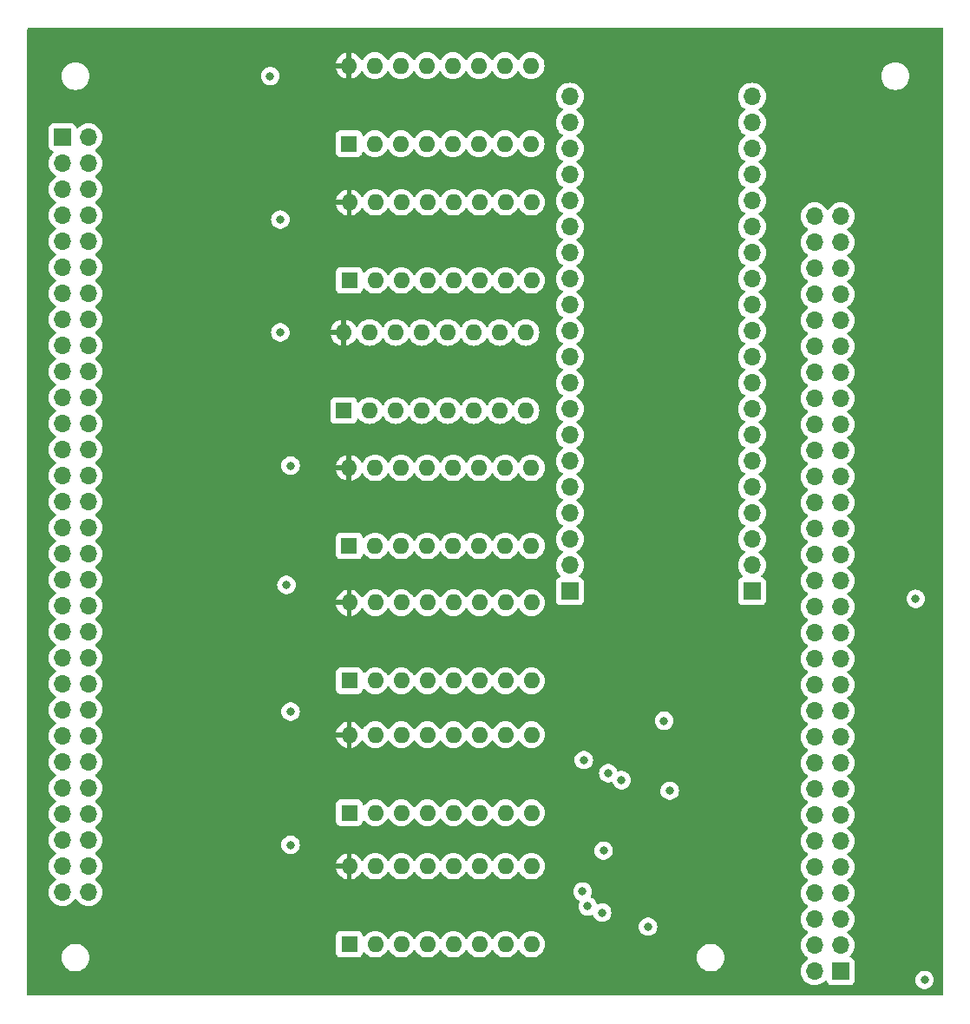
<source format=gbr>
%TF.GenerationSoftware,KiCad,Pcbnew,7.0.7*%
%TF.CreationDate,2023-10-12T19:01:10-04:00*%
%TF.ProjectId,PCB_final,5043425f-6669-46e6-916c-2e6b69636164,rev?*%
%TF.SameCoordinates,Original*%
%TF.FileFunction,Copper,L3,Inr*%
%TF.FilePolarity,Positive*%
%FSLAX46Y46*%
G04 Gerber Fmt 4.6, Leading zero omitted, Abs format (unit mm)*
G04 Created by KiCad (PCBNEW 7.0.7) date 2023-10-12 19:01:10*
%MOMM*%
%LPD*%
G01*
G04 APERTURE LIST*
%TA.AperFunction,ComponentPad*%
%ADD10R,1.600000X1.600000*%
%TD*%
%TA.AperFunction,ComponentPad*%
%ADD11O,1.600000X1.600000*%
%TD*%
%TA.AperFunction,ComponentPad*%
%ADD12R,1.700000X1.700000*%
%TD*%
%TA.AperFunction,ComponentPad*%
%ADD13O,1.700000X1.700000*%
%TD*%
%TA.AperFunction,ViaPad*%
%ADD14C,0.800000*%
%TD*%
G04 APERTURE END LIST*
D10*
%TO.N,/Interface Board/SOUT10*%
%TO.C,U2*%
X124725708Y-84931727D03*
D11*
%TO.N,/Interface Board/SOUT11*%
X127265708Y-84931727D03*
%TO.N,/Interface Board/SOUT12*%
X129805708Y-84931727D03*
%TO.N,/Interface Board/SOUT13*%
X132345708Y-84931727D03*
%TO.N,/Interface Board/SOUT14*%
X134885708Y-84931727D03*
%TO.N,/Interface Board/SOUT15*%
X137425708Y-84931727D03*
%TO.N,/Interface Board/SOUT16*%
X139965708Y-84931727D03*
%TO.N,GND*%
X142505708Y-84931727D03*
%TO.N,Net-(U2-QH')*%
X142505708Y-77311727D03*
%TO.N,/Interface Board/SH_CLR*%
X139965708Y-77311727D03*
%TO.N,/Interface Board/SH_CLK*%
X137425708Y-77311727D03*
X134885708Y-77311727D03*
%TO.N,GND*%
X132345708Y-77311727D03*
%TO.N,Net-(U1-QH')*%
X129805708Y-77311727D03*
%TO.N,/Interface Board/SOUT9*%
X127265708Y-77311727D03*
%TO.N,+3V3*%
X124725708Y-77311727D03*
%TD*%
D12*
%TO.N,unconnected-(J5-Pin_1-Pad1)*%
%TO.C,J5*%
X146250708Y-115255141D03*
D13*
%TO.N,unconnected-(J5-Pin_2-Pad2)*%
X146250708Y-112715141D03*
%TO.N,GND*%
X146250708Y-110175141D03*
%TO.N,unconnected-(J5-Pin_4-Pad4)*%
X146250708Y-107635141D03*
%TO.N,/Interface Board/3V3_Pico*%
X146250708Y-105095141D03*
%TO.N,unconnected-(J5-Pin_6-Pad6)*%
X146250708Y-102555141D03*
%TO.N,unconnected-(J5-Pin_7-Pad7)*%
X146250708Y-100015141D03*
%TO.N,GND*%
X146250708Y-97475141D03*
%TO.N,unconnected-(J5-Pin_9-Pad9)*%
X146250708Y-94935141D03*
%TO.N,unconnected-(J5-Pin_10-Pad10)*%
X146250708Y-92395141D03*
%TO.N,unconnected-(J5-Pin_11-Pad11)*%
X146250708Y-89855141D03*
%TO.N,unconnected-(J5-Pin_12-Pad12)*%
X146250708Y-87315141D03*
%TO.N,GND*%
X146250708Y-84775141D03*
%TO.N,unconnected-(J5-Pin_14-Pad14)*%
X146250708Y-82235141D03*
%TO.N,unconnected-(J5-Pin_15-Pad15)*%
X146250708Y-79695141D03*
%TO.N,/Interface Board/SH_CLK*%
X146250708Y-77155141D03*
%TO.N,/Interface Board/SH_CLR*%
X146250708Y-74615141D03*
%TO.N,GND*%
X146250708Y-72075141D03*
%TO.N,/Interface Board/SH_SERIN*%
X146250708Y-69535141D03*
%TO.N,/Interface Board/SH_SEROUT*%
X146250708Y-66995141D03*
%TD*%
D12*
%TO.N,Net-(D1-K)*%
%TO.C,J1*%
X96755708Y-70961727D03*
D13*
%TO.N,Net-(D29-K)*%
X99295708Y-70961727D03*
%TO.N,Net-(D2-K)*%
X96755708Y-73501727D03*
%TO.N,Net-(D30-K)*%
X99295708Y-73501727D03*
%TO.N,Net-(D3-K)*%
X96755708Y-76041727D03*
%TO.N,Net-(D31-K)*%
X99295708Y-76041727D03*
%TO.N,Net-(D4-K)*%
X96755708Y-78581727D03*
%TO.N,Net-(D32-K)*%
X99295708Y-78581727D03*
%TO.N,Net-(D5-K)*%
X96755708Y-81121727D03*
%TO.N,Net-(D33-K)*%
X99295708Y-81121727D03*
%TO.N,Net-(D6-K)*%
X96755708Y-83661727D03*
%TO.N,Net-(D34-K)*%
X99295708Y-83661727D03*
%TO.N,Net-(D7-K)*%
X96755708Y-86201727D03*
%TO.N,Net-(D35-K)*%
X99295708Y-86201727D03*
%TO.N,Net-(D8-K)*%
X96755708Y-88741727D03*
%TO.N,Net-(D36-K)*%
X99295708Y-88741727D03*
%TO.N,Net-(D9-K)*%
X96755708Y-91281727D03*
%TO.N,Net-(D37-K)*%
X99295708Y-91281727D03*
%TO.N,Net-(D10-K)*%
X96755708Y-93821727D03*
%TO.N,Net-(D38-K)*%
X99295708Y-93821727D03*
%TO.N,Net-(D11-K)*%
X96755708Y-96361727D03*
%TO.N,Net-(D39-K)*%
X99295708Y-96361727D03*
%TO.N,Net-(D12-K)*%
X96755708Y-98901727D03*
%TO.N,Net-(D40-K)*%
X99295708Y-98901727D03*
%TO.N,Net-(D13-K)*%
X96755708Y-101441727D03*
%TO.N,Net-(D41-K)*%
X99295708Y-101441727D03*
%TO.N,Net-(D14-K)*%
X96755708Y-103981727D03*
%TO.N,Net-(D42-K)*%
X99295708Y-103981727D03*
%TO.N,Net-(D15-K)*%
X96755708Y-106521727D03*
%TO.N,Net-(D43-K)*%
X99295708Y-106521727D03*
%TO.N,Net-(D16-K)*%
X96755708Y-109061727D03*
%TO.N,Net-(D44-K)*%
X99295708Y-109061727D03*
%TO.N,Net-(D17-K)*%
X96755708Y-111601727D03*
%TO.N,Net-(D45-K)*%
X99295708Y-111601727D03*
%TO.N,Net-(D18-K)*%
X96755708Y-114141727D03*
%TO.N,Net-(D46-K)*%
X99295708Y-114141727D03*
%TO.N,Net-(D19-K)*%
X96755708Y-116681727D03*
%TO.N,Net-(D47-K)*%
X99295708Y-116681727D03*
%TO.N,Net-(D20-K)*%
X96755708Y-119221727D03*
%TO.N,Net-(D48-K)*%
X99295708Y-119221727D03*
%TO.N,Net-(D21-K)*%
X96755708Y-121761727D03*
%TO.N,Net-(D49-K)*%
X99295708Y-121761727D03*
%TO.N,Net-(D22-K)*%
X96755708Y-124301727D03*
%TO.N,Net-(D50-K)*%
X99295708Y-124301727D03*
%TO.N,Net-(D23-K)*%
X96755708Y-126841727D03*
%TO.N,Net-(D51-K)*%
X99295708Y-126841727D03*
%TO.N,Net-(D24-K)*%
X96755708Y-129381727D03*
%TO.N,Net-(D52-K)*%
X99295708Y-129381727D03*
%TO.N,Net-(D25-K)*%
X96755708Y-131921727D03*
%TO.N,Net-(D53-K)*%
X99295708Y-131921727D03*
%TO.N,Net-(D26-K)*%
X96755708Y-134461727D03*
%TO.N,Net-(D54-K)*%
X99295708Y-134461727D03*
%TO.N,Net-(D27-K)*%
X96755708Y-137001727D03*
%TO.N,Net-(D55-K)*%
X99295708Y-137001727D03*
%TO.N,Net-(D28-K)*%
X96755708Y-139541727D03*
%TO.N,Net-(D56-K)*%
X99295708Y-139541727D03*
%TO.N,unconnected-(J1-Pin_57-Pad57)*%
X96755708Y-142081727D03*
%TO.N,unconnected-(J1-Pin_58-Pad58)*%
X99295708Y-142081727D03*
%TO.N,unconnected-(J1-Pin_59-Pad59)*%
X96755708Y-144621727D03*
%TO.N,unconnected-(J1-Pin_60-Pad60)*%
X99295708Y-144621727D03*
%TD*%
D10*
%TO.N,/Interface Board/SOUT42*%
%TO.C,U6*%
X124725708Y-136870022D03*
D11*
%TO.N,/Interface Board/SOUT43*%
X127265708Y-136870022D03*
%TO.N,/Interface Board/SOUT44*%
X129805708Y-136870022D03*
%TO.N,/Interface Board/SOUT45*%
X132345708Y-136870022D03*
%TO.N,/Interface Board/SOUT46*%
X134885708Y-136870022D03*
%TO.N,/Interface Board/SOUT47*%
X137425708Y-136870022D03*
%TO.N,/Interface Board/SOUT48*%
X139965708Y-136870022D03*
%TO.N,GND*%
X142505708Y-136870022D03*
%TO.N,Net-(U6-QH')*%
X142505708Y-129250022D03*
%TO.N,/Interface Board/SH_CLR*%
X139965708Y-129250022D03*
%TO.N,/Interface Board/SH_CLK*%
X137425708Y-129250022D03*
X134885708Y-129250022D03*
%TO.N,GND*%
X132345708Y-129250022D03*
%TO.N,Net-(U5-QH')*%
X129805708Y-129250022D03*
%TO.N,/Interface Board/SOUT41*%
X127265708Y-129250022D03*
%TO.N,+3V3*%
X124725708Y-129250022D03*
%TD*%
D10*
%TO.N,/Interface Board/SOUT18*%
%TO.C,U3*%
X124187708Y-97631727D03*
D11*
%TO.N,/Interface Board/SOUT19*%
X126727708Y-97631727D03*
%TO.N,/Interface Board/SOUT20*%
X129267708Y-97631727D03*
%TO.N,/Interface Board/SOUT21*%
X131807708Y-97631727D03*
%TO.N,/Interface Board/SOUT22*%
X134347708Y-97631727D03*
%TO.N,/Interface Board/SOUT23*%
X136887708Y-97631727D03*
%TO.N,/Interface Board/SOUT24*%
X139427708Y-97631727D03*
%TO.N,GND*%
X141967708Y-97631727D03*
%TO.N,Net-(U3-QH')*%
X141967708Y-90011727D03*
%TO.N,/Interface Board/SH_CLR*%
X139427708Y-90011727D03*
%TO.N,/Interface Board/SH_CLK*%
X136887708Y-90011727D03*
X134347708Y-90011727D03*
%TO.N,GND*%
X131807708Y-90011727D03*
%TO.N,Net-(U2-QH')*%
X129267708Y-90011727D03*
%TO.N,/Interface Board/SOUT17*%
X126727708Y-90011727D03*
%TO.N,+3V3*%
X124187708Y-90011727D03*
%TD*%
D10*
%TO.N,/Interface Board/SOUT50*%
%TO.C,U7*%
X124725708Y-149701727D03*
D11*
%TO.N,/Interface Board/SOUT51*%
X127265708Y-149701727D03*
%TO.N,/Interface Board/SOUT52*%
X129805708Y-149701727D03*
%TO.N,/Interface Board/SOUT53*%
X132345708Y-149701727D03*
%TO.N,/Interface Board/SOUT54*%
X134885708Y-149701727D03*
%TO.N,/Interface Board/SOUT55*%
X137425708Y-149701727D03*
%TO.N,/Interface Board/SOUT56*%
X139965708Y-149701727D03*
%TO.N,GND*%
X142505708Y-149701727D03*
%TO.N,/Interface Board/SER_OUT*%
X142505708Y-142081727D03*
%TO.N,/Interface Board/SH_CLR*%
X139965708Y-142081727D03*
%TO.N,/Interface Board/SH_CLK*%
X137425708Y-142081727D03*
X134885708Y-142081727D03*
%TO.N,GND*%
X132345708Y-142081727D03*
%TO.N,Net-(U6-QH')*%
X129805708Y-142081727D03*
%TO.N,/Interface Board/SOUT49*%
X127265708Y-142081727D03*
%TO.N,+3V3*%
X124725708Y-142081727D03*
%TD*%
D10*
%TO.N,/Interface Board/SOUT26*%
%TO.C,U4*%
X124710708Y-110829727D03*
D11*
%TO.N,/Interface Board/SOUT27*%
X127250708Y-110829727D03*
%TO.N,/Interface Board/SOUT28*%
X129790708Y-110829727D03*
%TO.N,/Interface Board/SOUT29*%
X132330708Y-110829727D03*
%TO.N,/Interface Board/SOUT30*%
X134870708Y-110829727D03*
%TO.N,/Interface Board/SOUT31*%
X137410708Y-110829727D03*
%TO.N,/Interface Board/SOUT32*%
X139950708Y-110829727D03*
%TO.N,GND*%
X142490708Y-110829727D03*
%TO.N,/Interface Board/SER5*%
X142490708Y-103209727D03*
%TO.N,/Interface Board/SH_CLR*%
X139950708Y-103209727D03*
%TO.N,/Interface Board/SH_CLK*%
X137410708Y-103209727D03*
X134870708Y-103209727D03*
%TO.N,GND*%
X132330708Y-103209727D03*
%TO.N,Net-(U3-QH')*%
X129790708Y-103209727D03*
%TO.N,/Interface Board/SOUT25*%
X127250708Y-103209727D03*
%TO.N,+3V3*%
X124710708Y-103209727D03*
%TD*%
D12*
%TO.N,/Interface Board/ADC_IN1*%
%TO.C,J2*%
X172681328Y-152337397D03*
D13*
%TO.N,/Interface Board/ADC_IN2*%
X170141328Y-152337397D03*
%TO.N,/Interface Board/ADC_IN3*%
X172681328Y-149797397D03*
%TO.N,/Interface Board/ADC_IN4*%
X170141328Y-149797397D03*
%TO.N,/Interface Board/ADC_IN5*%
X172681328Y-147257397D03*
%TO.N,/Interface Board/ADC_IN6*%
X170141328Y-147257397D03*
%TO.N,/Interface Board/ADC_IN7*%
X172681328Y-144717397D03*
%TO.N,/Interface Board/ADC_IN8*%
X170141328Y-144717397D03*
%TO.N,/Interface Board/ADC_IN9*%
X172681328Y-142177397D03*
%TO.N,/Interface Board/ADC_IN10*%
X170141328Y-142177397D03*
%TO.N,/Interface Board/ADC_IN11*%
X172681328Y-139637397D03*
%TO.N,/Interface Board/ADC_IN12*%
X170141328Y-139637397D03*
%TO.N,/Interface Board/ADC_IN13*%
X172681328Y-137097397D03*
%TO.N,/Interface Board/ADC_IN14*%
X170141328Y-137097397D03*
%TO.N,/Interface Board/ADC_IN15*%
X172681328Y-134557397D03*
%TO.N,/Interface Board/ADC_IN16*%
X170141328Y-134557397D03*
%TO.N,/Interface Board/ADC_IN17*%
X172681328Y-132017397D03*
%TO.N,/Interface Board/ADC_IN18*%
X170141328Y-132017397D03*
%TO.N,/Interface Board/ADC_IN19*%
X172681328Y-129477397D03*
%TO.N,/Interface Board/ADC_IN20*%
X170141328Y-129477397D03*
%TO.N,/Interface Board/ADC_IN21*%
X172681328Y-126937397D03*
%TO.N,/Interface Board/ADC_IN22*%
X170141328Y-126937397D03*
%TO.N,/Interface Board/ADC_IN23*%
X172681328Y-124397397D03*
%TO.N,/Interface Board/ADC_IN24*%
X170141328Y-124397397D03*
%TO.N,/Interface Board/ADC_IN25*%
X172681328Y-121857397D03*
%TO.N,/Interface Board/ADC_IN26*%
X170141328Y-121857397D03*
%TO.N,/Interface Board/ADC_IN27*%
X172681328Y-119317397D03*
%TO.N,/Interface Board/ADC_IN28*%
X170141328Y-119317397D03*
%TO.N,unconnected-(J2-Pin_29-Pad29)*%
X172681328Y-116777397D03*
%TO.N,unconnected-(J2-Pin_30-Pad30)*%
X170141328Y-116777397D03*
%TO.N,unconnected-(J2-Pin_31-Pad31)*%
X172681328Y-114237397D03*
%TO.N,unconnected-(J2-Pin_32-Pad32)*%
X170141328Y-114237397D03*
%TO.N,unconnected-(J2-Pin_33-Pad33)*%
X172681328Y-111697397D03*
%TO.N,unconnected-(J2-Pin_34-Pad34)*%
X170141328Y-111697397D03*
%TO.N,unconnected-(J2-Pin_35-Pad35)*%
X172681328Y-109157397D03*
%TO.N,unconnected-(J2-Pin_36-Pad36)*%
X170141328Y-109157397D03*
%TO.N,unconnected-(J2-Pin_37-Pad37)*%
X172681328Y-106617397D03*
%TO.N,unconnected-(J2-Pin_38-Pad38)*%
X170141328Y-106617397D03*
%TO.N,unconnected-(J2-Pin_39-Pad39)*%
X172681328Y-104077397D03*
%TO.N,unconnected-(J2-Pin_40-Pad40)*%
X170141328Y-104077397D03*
%TO.N,unconnected-(J2-Pin_41-Pad41)*%
X172681328Y-101537397D03*
%TO.N,unconnected-(J2-Pin_42-Pad42)*%
X170141328Y-101537397D03*
%TO.N,unconnected-(J2-Pin_43-Pad43)*%
X172681328Y-98997397D03*
%TO.N,unconnected-(J2-Pin_44-Pad44)*%
X170141328Y-98997397D03*
%TO.N,unconnected-(J2-Pin_45-Pad45)*%
X172681328Y-96457397D03*
%TO.N,unconnected-(J2-Pin_46-Pad46)*%
X170141328Y-96457397D03*
%TO.N,unconnected-(J2-Pin_47-Pad47)*%
X172681328Y-93917397D03*
%TO.N,unconnected-(J2-Pin_48-Pad48)*%
X170141328Y-93917397D03*
%TO.N,unconnected-(J2-Pin_49-Pad49)*%
X172681328Y-91377397D03*
%TO.N,unconnected-(J2-Pin_50-Pad50)*%
X170141328Y-91377397D03*
%TO.N,unconnected-(J2-Pin_51-Pad51)*%
X172681328Y-88837397D03*
%TO.N,unconnected-(J2-Pin_52-Pad52)*%
X170141328Y-88837397D03*
%TO.N,unconnected-(J2-Pin_53-Pad53)*%
X172681328Y-86297397D03*
%TO.N,unconnected-(J2-Pin_54-Pad54)*%
X170141328Y-86297397D03*
%TO.N,unconnected-(J2-Pin_55-Pad55)*%
X172681328Y-83757397D03*
%TO.N,unconnected-(J2-Pin_56-Pad56)*%
X170141328Y-83757397D03*
%TO.N,unconnected-(J2-Pin_57-Pad57)*%
X172681328Y-81217397D03*
%TO.N,unconnected-(J2-Pin_58-Pad58)*%
X170141328Y-81217397D03*
%TO.N,unconnected-(J2-Pin_59-Pad59)*%
X172681328Y-78677397D03*
%TO.N,unconnected-(J2-Pin_60-Pad60)*%
X170141328Y-78677397D03*
%TD*%
D10*
%TO.N,/Interface Board/SOUT2*%
%TO.C,U1*%
X124695708Y-71596727D03*
D11*
%TO.N,/Interface Board/SOUT3*%
X127235708Y-71596727D03*
%TO.N,/Interface Board/SOUT4*%
X129775708Y-71596727D03*
%TO.N,/Interface Board/SOUT5*%
X132315708Y-71596727D03*
%TO.N,/Interface Board/SOUT6*%
X134855708Y-71596727D03*
%TO.N,/Interface Board/SOUT7*%
X137395708Y-71596727D03*
%TO.N,/Interface Board/SOUT8*%
X139935708Y-71596727D03*
%TO.N,GND*%
X142475708Y-71596727D03*
%TO.N,Net-(U1-QH')*%
X142475708Y-63976727D03*
%TO.N,/Interface Board/SH_CLR*%
X139935708Y-63976727D03*
%TO.N,/Interface Board/SH_CLK*%
X137395708Y-63976727D03*
X134855708Y-63976727D03*
%TO.N,GND*%
X132315708Y-63976727D03*
%TO.N,/Interface Board/SH_SERIN*%
X129775708Y-63976727D03*
%TO.N,/Interface Board/SOUT1*%
X127235708Y-63976727D03*
%TO.N,+3V3*%
X124695708Y-63976727D03*
%TD*%
D12*
%TO.N,/Interface Board/ADC1_EOC*%
%TO.C,J6*%
X164030708Y-115255141D03*
D13*
%TO.N,/Interface Board/ADC2_EOC*%
X164030708Y-112715141D03*
%TO.N,GND*%
X164030708Y-110175141D03*
%TO.N,/Interface Board/SPI0_SCK*%
X164030708Y-107635141D03*
%TO.N,/Interface Board/SPI0_TX*%
X164030708Y-105095141D03*
%TO.N,/Interface Board/SPI0_RX*%
X164030708Y-102555141D03*
%TO.N,unconnected-(J6-Pin_7-Pad7)*%
X164030708Y-100015141D03*
%TO.N,GND*%
X164030708Y-97475141D03*
%TO.N,/Interface Board/CS0*%
X164030708Y-94935141D03*
%TO.N,/Interface Board/CS1*%
X164030708Y-92395141D03*
%TO.N,unconnected-(J6-Pin_11-Pad11)*%
X164030708Y-89855141D03*
%TO.N,unconnected-(J6-Pin_12-Pad12)*%
X164030708Y-87315141D03*
%TO.N,GND*%
X164030708Y-84775141D03*
%TO.N,unconnected-(J6-Pin_14-Pad14)*%
X164030708Y-82235141D03*
%TO.N,unconnected-(J6-Pin_15-Pad15)*%
X164030708Y-79695141D03*
%TO.N,unconnected-(J6-Pin_16-Pad16)*%
X164030708Y-77155141D03*
%TO.N,unconnected-(J6-Pin_17-Pad17)*%
X164030708Y-74615141D03*
%TO.N,GND*%
X164030708Y-72075141D03*
%TO.N,unconnected-(J6-Pin_19-Pad19)*%
X164030708Y-69535141D03*
%TO.N,unconnected-(J6-Pin_20-Pad20)*%
X164030708Y-66995141D03*
%TD*%
D10*
%TO.N,/Interface Board/SOUT34*%
%TO.C,U5*%
X124725708Y-123989585D03*
D11*
%TO.N,/Interface Board/SOUT35*%
X127265708Y-123989585D03*
%TO.N,/Interface Board/SOUT36*%
X129805708Y-123989585D03*
%TO.N,/Interface Board/SOUT37*%
X132345708Y-123989585D03*
%TO.N,/Interface Board/SOUT38*%
X134885708Y-123989585D03*
%TO.N,/Interface Board/SOUT39*%
X137425708Y-123989585D03*
%TO.N,/Interface Board/SOUT40*%
X139965708Y-123989585D03*
%TO.N,GND*%
X142505708Y-123989585D03*
%TO.N,Net-(U5-QH')*%
X142505708Y-116369585D03*
%TO.N,/Interface Board/SH_CLR*%
X139965708Y-116369585D03*
%TO.N,/Interface Board/SH_CLK*%
X137425708Y-116369585D03*
X134885708Y-116369585D03*
%TO.N,GND*%
X132345708Y-116369585D03*
%TO.N,/Interface Board/SER5*%
X129805708Y-116369585D03*
%TO.N,/Interface Board/SOUT33*%
X127265708Y-116369585D03*
%TO.N,+3V3*%
X124725708Y-116369585D03*
%TD*%
D14*
%TO.N,+3V3*%
X151097737Y-128033995D03*
X156772018Y-142184850D03*
X154000000Y-100000000D03*
%TO.N,GND*%
X118000000Y-90000000D03*
X119000000Y-127000000D03*
X119000000Y-103000000D03*
X180000000Y-116000000D03*
X117000000Y-65000000D03*
X180876682Y-153175055D03*
X118000000Y-79000000D03*
X119000000Y-140000000D03*
X149555401Y-140563264D03*
X118598427Y-114634973D03*
X155444365Y-127892293D03*
%TO.N,/Interface Board/ADC1_EOC*%
X153883881Y-147985658D03*
%TO.N,/Interface Board/ADC2_EOC*%
X156000000Y-134720333D03*
%TO.N,/Interface Board/SPI0_SCK*%
X147494103Y-144555401D03*
X147616700Y-131724500D03*
%TO.N,/Interface Board/SPI0_TX*%
X150000000Y-133000000D03*
X148000000Y-146000000D03*
%TO.N,/Interface Board/SPI0_RX*%
X149404120Y-146606290D03*
X151300330Y-133699670D03*
%TD*%
%TA.AperFunction,Conductor*%
%TO.N,+3V3*%
G36*
X182642539Y-60320185D02*
G01*
X182688294Y-60372989D01*
X182699500Y-60424500D01*
X182699500Y-154575500D01*
X182679815Y-154642539D01*
X182627011Y-154688294D01*
X182575500Y-154699500D01*
X93424500Y-154699500D01*
X93357461Y-154679815D01*
X93311706Y-154627011D01*
X93300500Y-154575500D01*
X93300500Y-151000000D01*
X96644341Y-151000000D01*
X96664936Y-151235403D01*
X96664938Y-151235413D01*
X96726094Y-151463655D01*
X96726096Y-151463659D01*
X96726097Y-151463663D01*
X96727184Y-151465994D01*
X96825964Y-151677828D01*
X96825965Y-151677830D01*
X96961505Y-151871402D01*
X97128597Y-152038494D01*
X97322169Y-152174034D01*
X97322171Y-152174035D01*
X97536337Y-152273903D01*
X97764592Y-152335063D01*
X97941034Y-152350500D01*
X98058966Y-152350500D01*
X98235408Y-152335063D01*
X98463663Y-152273903D01*
X98677829Y-152174035D01*
X98871401Y-152038495D01*
X99038495Y-151871401D01*
X99174035Y-151677830D01*
X99273903Y-151463663D01*
X99335063Y-151235408D01*
X99355659Y-151000000D01*
X99335063Y-150764592D01*
X99277457Y-150549600D01*
X99277456Y-150549597D01*
X123425208Y-150549597D01*
X123425209Y-150549603D01*
X123431616Y-150609210D01*
X123481910Y-150744055D01*
X123481914Y-150744062D01*
X123568160Y-150859271D01*
X123568163Y-150859274D01*
X123683372Y-150945520D01*
X123683379Y-150945524D01*
X123818225Y-150995818D01*
X123818224Y-150995818D01*
X123825152Y-150996562D01*
X123877835Y-151002227D01*
X125573580Y-151002226D01*
X125633191Y-150995818D01*
X125768039Y-150945523D01*
X125883254Y-150859273D01*
X125969504Y-150744058D01*
X126019799Y-150609210D01*
X126023570Y-150574128D01*
X126050307Y-150509582D01*
X126107698Y-150469733D01*
X126177524Y-150467238D01*
X126237613Y-150502890D01*
X126248433Y-150516262D01*
X126262488Y-150536335D01*
X126265664Y-150540870D01*
X126426566Y-150701772D01*
X126426569Y-150701774D01*
X126612974Y-150832295D01*
X126819212Y-150928466D01*
X127039016Y-150987362D01*
X127183469Y-151000000D01*
X127265706Y-151007195D01*
X127265708Y-151007195D01*
X127265710Y-151007195D01*
X127322515Y-151002225D01*
X127492400Y-150987362D01*
X127712204Y-150928466D01*
X127918442Y-150832295D01*
X128104847Y-150701774D01*
X128265755Y-150540866D01*
X128396276Y-150354461D01*
X128423326Y-150296451D01*
X128469498Y-150244012D01*
X128536691Y-150224860D01*
X128603573Y-150245075D01*
X128648090Y-150296452D01*
X128675137Y-150354455D01*
X128675140Y-150354461D01*
X128805662Y-150540868D01*
X128966566Y-150701772D01*
X128966569Y-150701774D01*
X129152974Y-150832295D01*
X129359212Y-150928466D01*
X129579016Y-150987362D01*
X129723469Y-151000000D01*
X129805706Y-151007195D01*
X129805708Y-151007195D01*
X129805710Y-151007195D01*
X129862515Y-151002225D01*
X130032400Y-150987362D01*
X130252204Y-150928466D01*
X130458442Y-150832295D01*
X130644847Y-150701774D01*
X130805755Y-150540866D01*
X130936276Y-150354461D01*
X130963326Y-150296451D01*
X131009498Y-150244012D01*
X131076691Y-150224860D01*
X131143573Y-150245075D01*
X131188090Y-150296452D01*
X131215137Y-150354455D01*
X131215140Y-150354461D01*
X131345662Y-150540868D01*
X131506566Y-150701772D01*
X131506569Y-150701774D01*
X131692974Y-150832295D01*
X131899212Y-150928466D01*
X132119016Y-150987362D01*
X132263469Y-151000000D01*
X132345706Y-151007195D01*
X132345708Y-151007195D01*
X132345710Y-151007195D01*
X132402515Y-151002225D01*
X132572400Y-150987362D01*
X132792204Y-150928466D01*
X132998442Y-150832295D01*
X133184847Y-150701774D01*
X133345755Y-150540866D01*
X133476276Y-150354461D01*
X133503326Y-150296451D01*
X133549498Y-150244012D01*
X133616691Y-150224860D01*
X133683573Y-150245075D01*
X133728090Y-150296452D01*
X133755137Y-150354455D01*
X133755140Y-150354461D01*
X133885662Y-150540868D01*
X134046566Y-150701772D01*
X134046569Y-150701774D01*
X134232974Y-150832295D01*
X134439212Y-150928466D01*
X134659016Y-150987362D01*
X134803469Y-151000000D01*
X134885706Y-151007195D01*
X134885708Y-151007195D01*
X134885710Y-151007195D01*
X134942515Y-151002225D01*
X135112400Y-150987362D01*
X135332204Y-150928466D01*
X135538442Y-150832295D01*
X135724847Y-150701774D01*
X135885755Y-150540866D01*
X136016276Y-150354461D01*
X136043326Y-150296451D01*
X136089498Y-150244012D01*
X136156691Y-150224860D01*
X136223573Y-150245075D01*
X136268090Y-150296452D01*
X136295137Y-150354455D01*
X136295140Y-150354461D01*
X136425662Y-150540868D01*
X136586566Y-150701772D01*
X136586569Y-150701774D01*
X136772974Y-150832295D01*
X136979212Y-150928466D01*
X137199016Y-150987362D01*
X137343469Y-151000000D01*
X137425706Y-151007195D01*
X137425708Y-151007195D01*
X137425710Y-151007195D01*
X137482515Y-151002225D01*
X137652400Y-150987362D01*
X137872204Y-150928466D01*
X138078442Y-150832295D01*
X138264847Y-150701774D01*
X138425755Y-150540866D01*
X138556276Y-150354461D01*
X138583326Y-150296451D01*
X138629498Y-150244012D01*
X138696691Y-150224860D01*
X138763573Y-150245075D01*
X138808090Y-150296452D01*
X138835137Y-150354455D01*
X138835140Y-150354461D01*
X138965662Y-150540868D01*
X139126566Y-150701772D01*
X139126569Y-150701774D01*
X139312974Y-150832295D01*
X139519212Y-150928466D01*
X139739016Y-150987362D01*
X139883469Y-151000000D01*
X139965706Y-151007195D01*
X139965708Y-151007195D01*
X139965710Y-151007195D01*
X140022515Y-151002225D01*
X140192400Y-150987362D01*
X140412204Y-150928466D01*
X140618442Y-150832295D01*
X140804847Y-150701774D01*
X140965755Y-150540866D01*
X141096276Y-150354461D01*
X141123326Y-150296451D01*
X141169498Y-150244012D01*
X141236691Y-150224860D01*
X141303573Y-150245075D01*
X141348090Y-150296452D01*
X141375137Y-150354455D01*
X141375140Y-150354461D01*
X141505662Y-150540868D01*
X141666566Y-150701772D01*
X141666569Y-150701774D01*
X141852974Y-150832295D01*
X142059212Y-150928466D01*
X142279016Y-150987362D01*
X142423469Y-151000000D01*
X142505706Y-151007195D01*
X142505708Y-151007195D01*
X142505710Y-151007195D01*
X142562515Y-151002225D01*
X142587947Y-151000000D01*
X158644341Y-151000000D01*
X158664936Y-151235403D01*
X158664938Y-151235413D01*
X158726094Y-151463655D01*
X158726096Y-151463659D01*
X158726097Y-151463663D01*
X158727184Y-151465994D01*
X158825964Y-151677828D01*
X158825965Y-151677830D01*
X158961505Y-151871402D01*
X159128597Y-152038494D01*
X159322169Y-152174034D01*
X159322171Y-152174035D01*
X159536337Y-152273903D01*
X159764592Y-152335063D01*
X159941034Y-152350500D01*
X160058966Y-152350500D01*
X160208731Y-152337397D01*
X168785669Y-152337397D01*
X168806264Y-152572800D01*
X168806266Y-152572810D01*
X168867422Y-152801052D01*
X168867424Y-152801056D01*
X168867425Y-152801060D01*
X168870091Y-152806777D01*
X168967293Y-153015227D01*
X168967295Y-153015231D01*
X169075609Y-153169918D01*
X169102833Y-153208798D01*
X169269927Y-153375892D01*
X169366712Y-153443662D01*
X169463493Y-153511429D01*
X169463495Y-153511430D01*
X169463498Y-153511432D01*
X169677665Y-153611300D01*
X169905920Y-153672460D01*
X170082362Y-153687897D01*
X170141327Y-153693056D01*
X170141328Y-153693056D01*
X170141329Y-153693056D01*
X170200294Y-153687897D01*
X170376736Y-153672460D01*
X170604991Y-153611300D01*
X170819158Y-153511432D01*
X171012729Y-153375892D01*
X171134657Y-153253963D01*
X171195976Y-153220481D01*
X171265668Y-153225465D01*
X171321602Y-153267336D01*
X171338517Y-153298314D01*
X171387530Y-153429725D01*
X171387534Y-153429732D01*
X171473780Y-153544941D01*
X171473783Y-153544944D01*
X171588992Y-153631190D01*
X171588999Y-153631194D01*
X171723845Y-153681488D01*
X171723844Y-153681488D01*
X171730772Y-153682232D01*
X171783455Y-153687897D01*
X173579200Y-153687896D01*
X173638811Y-153681488D01*
X173773659Y-153631193D01*
X173888874Y-153544943D01*
X173975124Y-153429728D01*
X174025419Y-153294880D01*
X174031828Y-153235270D01*
X174031828Y-153175055D01*
X179971222Y-153175055D01*
X179991008Y-153363311D01*
X179991009Y-153363314D01*
X180049500Y-153543332D01*
X180049503Y-153543339D01*
X180144149Y-153707271D01*
X180270811Y-153847943D01*
X180423947Y-153959203D01*
X180423952Y-153959206D01*
X180596874Y-154036197D01*
X180596879Y-154036199D01*
X180782036Y-154075555D01*
X180782037Y-154075555D01*
X180971326Y-154075555D01*
X180971328Y-154075555D01*
X181156485Y-154036199D01*
X181329412Y-153959206D01*
X181482553Y-153847943D01*
X181609215Y-153707271D01*
X181703861Y-153543339D01*
X181762356Y-153363311D01*
X181782142Y-153175055D01*
X181762356Y-152986799D01*
X181703861Y-152806771D01*
X181609215Y-152642839D01*
X181482553Y-152502167D01*
X181482552Y-152502166D01*
X181329416Y-152390906D01*
X181329411Y-152390903D01*
X181156489Y-152313912D01*
X181156484Y-152313910D01*
X181010683Y-152282920D01*
X180971328Y-152274555D01*
X180782036Y-152274555D01*
X180749579Y-152281453D01*
X180596879Y-152313910D01*
X180596874Y-152313912D01*
X180423952Y-152390903D01*
X180423947Y-152390906D01*
X180270811Y-152502166D01*
X180144148Y-152642840D01*
X180049503Y-152806770D01*
X180049500Y-152806777D01*
X179991009Y-152986795D01*
X179991008Y-152986799D01*
X179971222Y-153175055D01*
X174031828Y-153175055D01*
X174031827Y-151439525D01*
X174025419Y-151379914D01*
X174024138Y-151376480D01*
X173975125Y-151245068D01*
X173975121Y-151245061D01*
X173888875Y-151129852D01*
X173888872Y-151129849D01*
X173773663Y-151043603D01*
X173773656Y-151043599D01*
X173642245Y-150994586D01*
X173586311Y-150952715D01*
X173561894Y-150887250D01*
X173576746Y-150818977D01*
X173597891Y-150790729D01*
X173719823Y-150668798D01*
X173855363Y-150475227D01*
X173955231Y-150261060D01*
X174016391Y-150032805D01*
X174036987Y-149797397D01*
X174016391Y-149561989D01*
X173955231Y-149333734D01*
X173855363Y-149119568D01*
X173849753Y-149111555D01*
X173719822Y-148925994D01*
X173552730Y-148758903D01*
X173552724Y-148758898D01*
X173367170Y-148628972D01*
X173323545Y-148574395D01*
X173316351Y-148504897D01*
X173347874Y-148442542D01*
X173367170Y-148425822D01*
X173469835Y-148353935D01*
X173552729Y-148295892D01*
X173719823Y-148128798D01*
X173855363Y-147935227D01*
X173955231Y-147721060D01*
X174016391Y-147492805D01*
X174036987Y-147257397D01*
X174016391Y-147021989D01*
X173955231Y-146793734D01*
X173855363Y-146579568D01*
X173849753Y-146571555D01*
X173719822Y-146385994D01*
X173552730Y-146218903D01*
X173552724Y-146218898D01*
X173367170Y-146088972D01*
X173323545Y-146034395D01*
X173316351Y-145964897D01*
X173347874Y-145902542D01*
X173367170Y-145885822D01*
X173395823Y-145865759D01*
X173552729Y-145755892D01*
X173719823Y-145588798D01*
X173855363Y-145395227D01*
X173955231Y-145181060D01*
X174016391Y-144952805D01*
X174036987Y-144717397D01*
X174016391Y-144481989D01*
X173955231Y-144253734D01*
X173855363Y-144039568D01*
X173849753Y-144031555D01*
X173719822Y-143845994D01*
X173552730Y-143678903D01*
X173552724Y-143678898D01*
X173367170Y-143548972D01*
X173323545Y-143494395D01*
X173316351Y-143424897D01*
X173347874Y-143362542D01*
X173367170Y-143345822D01*
X173479922Y-143266872D01*
X173552729Y-143215892D01*
X173719823Y-143048798D01*
X173855363Y-142855227D01*
X173955231Y-142641060D01*
X174016391Y-142412805D01*
X174036987Y-142177397D01*
X174016391Y-141941989D01*
X173955231Y-141713734D01*
X173855363Y-141499568D01*
X173849753Y-141491555D01*
X173719822Y-141305994D01*
X173552730Y-141138903D01*
X173552724Y-141138898D01*
X173367170Y-141008972D01*
X173323545Y-140954395D01*
X173316351Y-140884897D01*
X173347874Y-140822542D01*
X173367170Y-140805822D01*
X173479922Y-140726872D01*
X173552729Y-140675892D01*
X173719823Y-140508798D01*
X173855363Y-140315227D01*
X173955231Y-140101060D01*
X174016391Y-139872805D01*
X174036987Y-139637397D01*
X174036490Y-139631722D01*
X174028617Y-139541726D01*
X174016391Y-139401989D01*
X173955231Y-139173734D01*
X173855363Y-138959568D01*
X173849753Y-138951555D01*
X173719822Y-138765994D01*
X173552730Y-138598903D01*
X173552724Y-138598898D01*
X173367170Y-138468972D01*
X173323545Y-138414395D01*
X173316351Y-138344897D01*
X173347874Y-138282542D01*
X173367170Y-138265822D01*
X173479922Y-138186872D01*
X173552729Y-138135892D01*
X173719823Y-137968798D01*
X173855363Y-137775227D01*
X173955231Y-137561060D01*
X174016391Y-137332805D01*
X174036987Y-137097397D01*
X174016391Y-136861989D01*
X173955231Y-136633734D01*
X173855363Y-136419568D01*
X173849753Y-136411555D01*
X173719822Y-136225994D01*
X173552730Y-136058903D01*
X173552724Y-136058898D01*
X173367170Y-135928972D01*
X173323545Y-135874395D01*
X173316351Y-135804897D01*
X173347874Y-135742542D01*
X173367170Y-135725822D01*
X173479922Y-135646872D01*
X173552729Y-135595892D01*
X173719823Y-135428798D01*
X173855363Y-135235227D01*
X173955231Y-135021060D01*
X174016391Y-134792805D01*
X174036987Y-134557397D01*
X174016391Y-134321989D01*
X173955231Y-134093734D01*
X173855363Y-133879568D01*
X173849753Y-133871555D01*
X173719822Y-133685994D01*
X173552730Y-133518903D01*
X173552724Y-133518898D01*
X173367170Y-133388972D01*
X173323545Y-133334395D01*
X173316351Y-133264897D01*
X173347874Y-133202542D01*
X173367170Y-133185822D01*
X173479922Y-133106872D01*
X173552729Y-133055892D01*
X173719823Y-132888798D01*
X173855363Y-132695227D01*
X173955231Y-132481060D01*
X174016391Y-132252805D01*
X174036987Y-132017397D01*
X174016391Y-131781989D01*
X173955231Y-131553734D01*
X173855363Y-131339568D01*
X173849753Y-131331555D01*
X173719822Y-131145994D01*
X173552730Y-130978903D01*
X173552729Y-130978902D01*
X173416098Y-130883232D01*
X173367169Y-130848971D01*
X173323544Y-130794394D01*
X173316352Y-130724895D01*
X173347874Y-130662541D01*
X173367164Y-130645825D01*
X173552729Y-130515892D01*
X173719823Y-130348798D01*
X173855363Y-130155227D01*
X173955231Y-129941060D01*
X174016391Y-129712805D01*
X174036987Y-129477397D01*
X174016391Y-129241989D01*
X173957801Y-129023324D01*
X173955233Y-129013741D01*
X173955232Y-129013740D01*
X173955231Y-129013734D01*
X173855363Y-128799568D01*
X173850620Y-128792793D01*
X173719822Y-128605994D01*
X173552730Y-128438903D01*
X173552724Y-128438898D01*
X173367170Y-128308972D01*
X173323545Y-128254395D01*
X173316351Y-128184897D01*
X173347874Y-128122542D01*
X173367170Y-128105822D01*
X173484372Y-128023756D01*
X173552729Y-127975892D01*
X173719823Y-127808798D01*
X173855363Y-127615227D01*
X173955231Y-127401060D01*
X174016391Y-127172805D01*
X174036987Y-126937397D01*
X174016391Y-126701989D01*
X173955231Y-126473734D01*
X173855363Y-126259568D01*
X173849753Y-126251555D01*
X173719822Y-126065994D01*
X173552730Y-125898903D01*
X173552729Y-125898902D01*
X173416098Y-125803232D01*
X173367169Y-125768971D01*
X173323544Y-125714394D01*
X173316352Y-125644895D01*
X173347874Y-125582541D01*
X173367164Y-125565825D01*
X173552729Y-125435892D01*
X173719823Y-125268798D01*
X173855363Y-125075227D01*
X173955231Y-124861060D01*
X174016391Y-124632805D01*
X174036987Y-124397397D01*
X174016391Y-124161989D01*
X173955231Y-123933734D01*
X173855363Y-123719568D01*
X173849753Y-123711555D01*
X173719822Y-123525994D01*
X173552730Y-123358903D01*
X173552724Y-123358898D01*
X173367170Y-123228972D01*
X173323545Y-123174395D01*
X173316351Y-123104897D01*
X173347874Y-123042542D01*
X173367170Y-123025822D01*
X173425857Y-122984729D01*
X173552729Y-122895892D01*
X173719823Y-122728798D01*
X173855363Y-122535227D01*
X173955231Y-122321060D01*
X174016391Y-122092805D01*
X174036987Y-121857397D01*
X174016391Y-121621989D01*
X173955231Y-121393734D01*
X173855363Y-121179568D01*
X173849753Y-121171555D01*
X173719822Y-120985994D01*
X173552730Y-120818903D01*
X173552729Y-120818902D01*
X173416098Y-120723232D01*
X173367169Y-120688971D01*
X173323544Y-120634394D01*
X173316352Y-120564895D01*
X173347874Y-120502541D01*
X173367164Y-120485825D01*
X173552729Y-120355892D01*
X173719823Y-120188798D01*
X173855363Y-119995227D01*
X173955231Y-119781060D01*
X174016391Y-119552805D01*
X174036987Y-119317397D01*
X174016391Y-119081989D01*
X173955231Y-118853734D01*
X173855363Y-118639568D01*
X173849753Y-118631555D01*
X173719822Y-118445994D01*
X173552730Y-118278903D01*
X173552724Y-118278898D01*
X173367170Y-118148972D01*
X173323545Y-118094395D01*
X173316351Y-118024897D01*
X173347874Y-117962542D01*
X173367170Y-117945822D01*
X173479922Y-117866872D01*
X173552729Y-117815892D01*
X173719823Y-117648798D01*
X173855363Y-117455227D01*
X173955231Y-117241060D01*
X174016391Y-117012805D01*
X174036987Y-116777397D01*
X174016391Y-116541989D01*
X173955231Y-116313734D01*
X173855363Y-116099568D01*
X173849753Y-116091555D01*
X173785646Y-116000000D01*
X179094540Y-116000000D01*
X179114326Y-116188256D01*
X179114327Y-116188259D01*
X179172818Y-116368277D01*
X179172821Y-116368284D01*
X179267467Y-116532216D01*
X179346123Y-116619572D01*
X179394129Y-116672888D01*
X179547265Y-116784148D01*
X179547270Y-116784151D01*
X179720192Y-116861142D01*
X179720197Y-116861144D01*
X179905354Y-116900500D01*
X179905355Y-116900500D01*
X180094644Y-116900500D01*
X180094646Y-116900500D01*
X180279803Y-116861144D01*
X180452730Y-116784151D01*
X180605871Y-116672888D01*
X180732533Y-116532216D01*
X180827179Y-116368284D01*
X180885674Y-116188256D01*
X180905460Y-116000000D01*
X180885674Y-115811744D01*
X180830921Y-115643232D01*
X180827181Y-115631722D01*
X180827180Y-115631721D01*
X180827179Y-115631716D01*
X180732533Y-115467784D01*
X180605871Y-115327112D01*
X180590249Y-115315762D01*
X180452734Y-115215851D01*
X180452729Y-115215848D01*
X180279807Y-115138857D01*
X180279802Y-115138855D01*
X180134000Y-115107865D01*
X180094646Y-115099500D01*
X179905354Y-115099500D01*
X179872897Y-115106398D01*
X179720197Y-115138855D01*
X179720192Y-115138857D01*
X179547270Y-115215848D01*
X179547265Y-115215851D01*
X179394129Y-115327111D01*
X179267466Y-115467785D01*
X179172821Y-115631715D01*
X179172818Y-115631722D01*
X179114327Y-115811740D01*
X179114326Y-115811744D01*
X179094540Y-116000000D01*
X173785646Y-116000000D01*
X173719822Y-115905994D01*
X173552730Y-115738903D01*
X173552729Y-115738902D01*
X173416098Y-115643232D01*
X173367169Y-115608971D01*
X173323544Y-115554394D01*
X173316352Y-115484895D01*
X173347874Y-115422541D01*
X173367164Y-115405825D01*
X173552729Y-115275892D01*
X173719823Y-115108798D01*
X173855363Y-114915227D01*
X173955231Y-114701060D01*
X174016391Y-114472805D01*
X174036987Y-114237397D01*
X174016391Y-114001989D01*
X173955257Y-113773830D01*
X173955233Y-113773741D01*
X173955232Y-113773740D01*
X173955231Y-113773734D01*
X173855363Y-113559568D01*
X173849753Y-113551555D01*
X173719822Y-113365994D01*
X173552730Y-113198903D01*
X173552724Y-113198898D01*
X173367170Y-113068972D01*
X173323545Y-113014395D01*
X173316351Y-112944897D01*
X173347874Y-112882542D01*
X173367170Y-112865822D01*
X173479922Y-112786872D01*
X173552729Y-112735892D01*
X173719823Y-112568798D01*
X173855363Y-112375227D01*
X173955231Y-112161060D01*
X174016391Y-111932805D01*
X174036987Y-111697397D01*
X174035171Y-111676646D01*
X174018182Y-111482459D01*
X174016391Y-111461989D01*
X173955231Y-111233734D01*
X173855363Y-111019568D01*
X173849753Y-111011555D01*
X173719822Y-110825994D01*
X173552730Y-110658903D01*
X173552729Y-110658902D01*
X173416098Y-110563232D01*
X173367169Y-110528971D01*
X173323544Y-110474394D01*
X173316352Y-110404895D01*
X173347874Y-110342541D01*
X173367164Y-110325825D01*
X173552729Y-110195892D01*
X173719823Y-110028798D01*
X173855363Y-109835227D01*
X173955231Y-109621060D01*
X174016391Y-109392805D01*
X174036987Y-109157397D01*
X174035171Y-109136646D01*
X174016391Y-108921993D01*
X174016391Y-108921989D01*
X173955231Y-108693734D01*
X173855363Y-108479568D01*
X173849753Y-108471555D01*
X173719822Y-108285994D01*
X173552730Y-108118903D01*
X173552724Y-108118898D01*
X173367170Y-107988972D01*
X173323545Y-107934395D01*
X173316351Y-107864897D01*
X173347874Y-107802542D01*
X173367170Y-107785822D01*
X173479922Y-107706872D01*
X173552729Y-107655892D01*
X173719823Y-107488798D01*
X173855363Y-107295227D01*
X173955231Y-107081060D01*
X174016391Y-106852805D01*
X174036987Y-106617397D01*
X174035171Y-106596646D01*
X174016391Y-106381993D01*
X174016391Y-106381989D01*
X173955231Y-106153734D01*
X173855363Y-105939568D01*
X173849753Y-105931555D01*
X173719822Y-105745994D01*
X173552730Y-105578903D01*
X173552729Y-105578902D01*
X173416098Y-105483232D01*
X173367169Y-105448971D01*
X173323544Y-105394394D01*
X173316352Y-105324895D01*
X173347874Y-105262541D01*
X173367164Y-105245825D01*
X173552729Y-105115892D01*
X173719823Y-104948798D01*
X173855363Y-104755227D01*
X173955231Y-104541060D01*
X174016391Y-104312805D01*
X174036987Y-104077397D01*
X174035171Y-104056646D01*
X174018182Y-103862459D01*
X174016391Y-103841989D01*
X173955231Y-103613734D01*
X173855363Y-103399568D01*
X173849753Y-103391555D01*
X173719822Y-103205994D01*
X173552730Y-103038903D01*
X173552724Y-103038898D01*
X173367170Y-102908972D01*
X173323545Y-102854395D01*
X173316351Y-102784897D01*
X173347874Y-102722542D01*
X173367170Y-102705822D01*
X173421138Y-102668033D01*
X173552729Y-102575892D01*
X173719823Y-102408798D01*
X173855363Y-102215227D01*
X173955231Y-102001060D01*
X174016391Y-101772805D01*
X174036987Y-101537397D01*
X174035171Y-101516646D01*
X174016391Y-101301993D01*
X174016391Y-101301989D01*
X173955231Y-101073734D01*
X173855363Y-100859568D01*
X173849753Y-100851555D01*
X173719822Y-100665994D01*
X173552730Y-100498903D01*
X173552729Y-100498902D01*
X173416098Y-100403232D01*
X173367169Y-100368971D01*
X173323544Y-100314394D01*
X173316352Y-100244895D01*
X173347874Y-100182541D01*
X173367164Y-100165825D01*
X173552729Y-100035892D01*
X173719823Y-99868798D01*
X173855363Y-99675227D01*
X173955231Y-99461060D01*
X174016391Y-99232805D01*
X174036987Y-98997397D01*
X174035171Y-98976646D01*
X174031285Y-98932225D01*
X174016391Y-98761989D01*
X173955231Y-98533734D01*
X173855363Y-98319568D01*
X173849753Y-98311555D01*
X173719822Y-98125994D01*
X173552730Y-97958903D01*
X173552724Y-97958898D01*
X173367170Y-97828972D01*
X173323545Y-97774395D01*
X173316351Y-97704897D01*
X173347874Y-97642542D01*
X173367170Y-97625822D01*
X173479922Y-97546872D01*
X173552729Y-97495892D01*
X173719823Y-97328798D01*
X173855363Y-97135227D01*
X173955231Y-96921060D01*
X174016391Y-96692805D01*
X174036987Y-96457397D01*
X174035171Y-96436646D01*
X174025948Y-96331227D01*
X174016391Y-96221989D01*
X173955231Y-95993734D01*
X173855363Y-95779568D01*
X173849753Y-95771555D01*
X173719822Y-95585994D01*
X173552730Y-95418903D01*
X173552729Y-95418902D01*
X173416098Y-95323232D01*
X173367169Y-95288971D01*
X173323544Y-95234394D01*
X173316352Y-95164895D01*
X173347874Y-95102541D01*
X173367164Y-95085825D01*
X173552729Y-94955892D01*
X173719823Y-94788798D01*
X173855363Y-94595227D01*
X173955231Y-94381060D01*
X174016391Y-94152805D01*
X174036987Y-93917397D01*
X174035171Y-93896646D01*
X174016391Y-93681993D01*
X174016391Y-93681989D01*
X173955231Y-93453734D01*
X173855363Y-93239568D01*
X173849753Y-93231555D01*
X173719822Y-93045994D01*
X173552730Y-92878903D01*
X173552724Y-92878898D01*
X173367170Y-92748972D01*
X173323545Y-92694395D01*
X173316351Y-92624897D01*
X173347874Y-92562542D01*
X173367170Y-92545822D01*
X173479922Y-92466872D01*
X173552729Y-92415892D01*
X173719823Y-92248798D01*
X173855363Y-92055227D01*
X173955231Y-91841060D01*
X174016391Y-91612805D01*
X174036987Y-91377397D01*
X174035171Y-91356646D01*
X174029985Y-91297362D01*
X174016391Y-91141989D01*
X173955231Y-90913734D01*
X173855363Y-90699568D01*
X173849753Y-90691555D01*
X173719822Y-90505994D01*
X173552730Y-90338903D01*
X173552729Y-90338902D01*
X173416098Y-90243232D01*
X173367169Y-90208971D01*
X173323544Y-90154394D01*
X173316352Y-90084895D01*
X173347874Y-90022541D01*
X173367164Y-90005825D01*
X173552729Y-89875892D01*
X173719823Y-89708798D01*
X173855363Y-89515227D01*
X173955231Y-89301060D01*
X174016391Y-89072805D01*
X174036987Y-88837397D01*
X174035171Y-88816646D01*
X174027249Y-88726091D01*
X174016391Y-88601989D01*
X173955231Y-88373734D01*
X173855363Y-88159568D01*
X173849753Y-88151555D01*
X173719822Y-87965994D01*
X173552730Y-87798903D01*
X173552724Y-87798898D01*
X173367170Y-87668972D01*
X173323545Y-87614395D01*
X173316351Y-87544897D01*
X173347874Y-87482542D01*
X173367170Y-87465822D01*
X173479922Y-87386872D01*
X173552729Y-87335892D01*
X173719823Y-87168798D01*
X173855363Y-86975227D01*
X173955231Y-86761060D01*
X174016391Y-86532805D01*
X174036987Y-86297397D01*
X174035171Y-86276646D01*
X174031285Y-86232225D01*
X174016391Y-86061989D01*
X173955231Y-85833734D01*
X173855363Y-85619568D01*
X173849753Y-85611555D01*
X173719822Y-85425994D01*
X173552730Y-85258903D01*
X173552729Y-85258902D01*
X173416098Y-85163232D01*
X173367169Y-85128971D01*
X173323544Y-85074394D01*
X173316352Y-85004895D01*
X173347874Y-84942541D01*
X173367164Y-84925825D01*
X173552729Y-84795892D01*
X173719823Y-84628798D01*
X173855363Y-84435227D01*
X173955231Y-84221060D01*
X174016391Y-83992805D01*
X174036987Y-83757397D01*
X174035171Y-83736646D01*
X174025948Y-83631227D01*
X174016391Y-83521989D01*
X173955231Y-83293734D01*
X173855363Y-83079568D01*
X173849753Y-83071555D01*
X173719822Y-82885994D01*
X173552730Y-82718903D01*
X173552724Y-82718898D01*
X173367170Y-82588972D01*
X173323545Y-82534395D01*
X173316351Y-82464897D01*
X173347874Y-82402542D01*
X173367170Y-82385822D01*
X173479922Y-82306872D01*
X173552729Y-82255892D01*
X173719823Y-82088798D01*
X173855363Y-81895227D01*
X173955231Y-81681060D01*
X174016391Y-81452805D01*
X174036987Y-81217397D01*
X174035171Y-81196646D01*
X174016391Y-80981993D01*
X174016391Y-80981989D01*
X173955231Y-80753734D01*
X173855363Y-80539568D01*
X173849753Y-80531555D01*
X173719822Y-80345994D01*
X173552730Y-80178903D01*
X173552729Y-80178902D01*
X173416098Y-80083232D01*
X173367169Y-80048971D01*
X173323544Y-79994394D01*
X173316352Y-79924895D01*
X173347874Y-79862541D01*
X173367164Y-79845825D01*
X173552729Y-79715892D01*
X173719823Y-79548798D01*
X173855363Y-79355227D01*
X173955231Y-79141060D01*
X174016391Y-78912805D01*
X174036987Y-78677397D01*
X174035171Y-78656646D01*
X174029985Y-78597362D01*
X174016391Y-78441989D01*
X173955798Y-78215849D01*
X173955233Y-78213741D01*
X173955232Y-78213740D01*
X173955231Y-78213734D01*
X173855363Y-77999568D01*
X173849753Y-77991555D01*
X173719822Y-77805994D01*
X173552730Y-77638903D01*
X173552723Y-77638898D01*
X173524027Y-77618805D01*
X173442512Y-77561727D01*
X173359162Y-77503364D01*
X173359158Y-77503362D01*
X173325406Y-77487623D01*
X173144991Y-77403494D01*
X173144987Y-77403493D01*
X173144983Y-77403491D01*
X172916741Y-77342335D01*
X172916731Y-77342333D01*
X172681329Y-77321738D01*
X172681327Y-77321738D01*
X172445924Y-77342333D01*
X172445914Y-77342335D01*
X172217672Y-77403491D01*
X172217663Y-77403495D01*
X172003499Y-77503361D01*
X172003497Y-77503362D01*
X171809925Y-77638902D01*
X171642833Y-77805994D01*
X171512903Y-77991555D01*
X171458326Y-78035180D01*
X171388828Y-78042374D01*
X171326473Y-78010851D01*
X171309753Y-77991555D01*
X171179822Y-77805994D01*
X171012730Y-77638903D01*
X171012723Y-77638898D01*
X170984027Y-77618805D01*
X170902512Y-77561727D01*
X170819162Y-77503364D01*
X170819158Y-77503362D01*
X170785406Y-77487623D01*
X170604991Y-77403494D01*
X170604987Y-77403493D01*
X170604983Y-77403491D01*
X170376741Y-77342335D01*
X170376731Y-77342333D01*
X170141329Y-77321738D01*
X170141327Y-77321738D01*
X169905924Y-77342333D01*
X169905914Y-77342335D01*
X169677672Y-77403491D01*
X169677663Y-77403495D01*
X169463499Y-77503361D01*
X169463497Y-77503362D01*
X169269925Y-77638902D01*
X169102833Y-77805994D01*
X168967293Y-77999566D01*
X168967292Y-77999568D01*
X168867426Y-78213732D01*
X168867422Y-78213741D01*
X168806266Y-78441983D01*
X168806264Y-78441993D01*
X168785669Y-78677396D01*
X168785669Y-78677397D01*
X168806264Y-78912800D01*
X168806266Y-78912810D01*
X168867422Y-79141052D01*
X168867424Y-79141056D01*
X168867425Y-79141060D01*
X168947332Y-79312420D01*
X168967293Y-79355227D01*
X168967295Y-79355231D01*
X169075609Y-79509918D01*
X169102829Y-79548793D01*
X169102834Y-79548799D01*
X169269925Y-79715890D01*
X169269931Y-79715895D01*
X169455486Y-79845822D01*
X169499111Y-79900399D01*
X169506305Y-79969897D01*
X169474782Y-80032252D01*
X169455486Y-80048972D01*
X169269925Y-80178902D01*
X169102833Y-80345994D01*
X168967293Y-80539566D01*
X168967292Y-80539568D01*
X168867426Y-80753732D01*
X168867422Y-80753741D01*
X168806266Y-80981983D01*
X168806264Y-80981993D01*
X168785669Y-81217396D01*
X168785669Y-81217397D01*
X168806264Y-81452800D01*
X168806266Y-81452810D01*
X168867422Y-81681052D01*
X168867424Y-81681056D01*
X168867425Y-81681060D01*
X168947332Y-81852420D01*
X168967293Y-81895227D01*
X168967295Y-81895231D01*
X169075609Y-82049918D01*
X169102829Y-82088793D01*
X169102834Y-82088799D01*
X169269925Y-82255890D01*
X169269931Y-82255895D01*
X169455486Y-82385822D01*
X169499111Y-82440399D01*
X169506305Y-82509897D01*
X169474782Y-82572252D01*
X169455486Y-82588972D01*
X169269925Y-82718902D01*
X169102833Y-82885994D01*
X168967293Y-83079566D01*
X168967292Y-83079568D01*
X168867426Y-83293732D01*
X168867422Y-83293741D01*
X168806266Y-83521983D01*
X168806264Y-83521993D01*
X168785669Y-83757396D01*
X168785669Y-83757397D01*
X168806264Y-83992800D01*
X168806266Y-83992810D01*
X168867422Y-84221052D01*
X168867424Y-84221056D01*
X168867425Y-84221060D01*
X168945943Y-84389441D01*
X168967293Y-84435227D01*
X168967295Y-84435231D01*
X169075609Y-84589918D01*
X169102829Y-84628793D01*
X169102834Y-84628799D01*
X169269925Y-84795890D01*
X169269931Y-84795895D01*
X169455486Y-84925822D01*
X169499111Y-84980399D01*
X169506305Y-85049897D01*
X169474782Y-85112252D01*
X169455486Y-85128972D01*
X169269925Y-85258902D01*
X169102833Y-85425994D01*
X168967293Y-85619566D01*
X168967292Y-85619568D01*
X168867426Y-85833732D01*
X168867422Y-85833741D01*
X168806266Y-86061983D01*
X168806264Y-86061993D01*
X168785669Y-86297396D01*
X168785669Y-86297397D01*
X168806264Y-86532800D01*
X168806266Y-86532810D01*
X168867422Y-86761052D01*
X168867424Y-86761056D01*
X168867425Y-86761060D01*
X168947332Y-86932420D01*
X168967293Y-86975227D01*
X168967295Y-86975231D01*
X169075609Y-87129918D01*
X169102829Y-87168793D01*
X169102834Y-87168799D01*
X169269925Y-87335890D01*
X169269931Y-87335895D01*
X169455486Y-87465822D01*
X169499111Y-87520399D01*
X169506305Y-87589897D01*
X169474782Y-87652252D01*
X169455486Y-87668972D01*
X169269925Y-87798902D01*
X169102833Y-87965994D01*
X168967293Y-88159566D01*
X168967292Y-88159568D01*
X168867426Y-88373732D01*
X168867422Y-88373741D01*
X168806266Y-88601983D01*
X168806264Y-88601993D01*
X168785669Y-88837396D01*
X168785669Y-88837397D01*
X168806264Y-89072800D01*
X168806266Y-89072810D01*
X168867422Y-89301052D01*
X168867424Y-89301056D01*
X168867425Y-89301060D01*
X168945722Y-89468968D01*
X168967293Y-89515227D01*
X168967295Y-89515231D01*
X169048864Y-89631722D01*
X169102829Y-89708793D01*
X169102834Y-89708799D01*
X169269925Y-89875890D01*
X169269931Y-89875895D01*
X169455486Y-90005822D01*
X169499111Y-90060399D01*
X169506305Y-90129897D01*
X169474782Y-90192252D01*
X169455486Y-90208972D01*
X169269925Y-90338902D01*
X169102833Y-90505994D01*
X168967293Y-90699566D01*
X168967292Y-90699568D01*
X168867426Y-90913732D01*
X168867422Y-90913741D01*
X168806266Y-91141983D01*
X168806264Y-91141993D01*
X168785669Y-91377396D01*
X168785669Y-91377397D01*
X168806264Y-91612800D01*
X168806266Y-91612810D01*
X168867422Y-91841052D01*
X168867424Y-91841056D01*
X168867425Y-91841060D01*
X168947332Y-92012420D01*
X168967293Y-92055227D01*
X168967295Y-92055231D01*
X169075609Y-92209918D01*
X169102829Y-92248793D01*
X169102834Y-92248799D01*
X169269925Y-92415890D01*
X169269931Y-92415895D01*
X169455486Y-92545822D01*
X169499111Y-92600399D01*
X169506305Y-92669897D01*
X169474782Y-92732252D01*
X169455486Y-92748972D01*
X169269925Y-92878902D01*
X169102833Y-93045994D01*
X168967293Y-93239566D01*
X168967292Y-93239568D01*
X168867426Y-93453732D01*
X168867422Y-93453741D01*
X168806266Y-93681983D01*
X168806264Y-93681993D01*
X168785669Y-93917396D01*
X168785669Y-93917397D01*
X168806264Y-94152800D01*
X168806266Y-94152810D01*
X168867422Y-94381052D01*
X168867424Y-94381056D01*
X168867425Y-94381060D01*
X168947332Y-94552420D01*
X168967293Y-94595227D01*
X168967295Y-94595231D01*
X169075609Y-94749918D01*
X169102829Y-94788793D01*
X169102834Y-94788799D01*
X169269925Y-94955890D01*
X169269931Y-94955895D01*
X169455486Y-95085822D01*
X169499111Y-95140399D01*
X169506305Y-95209897D01*
X169474782Y-95272252D01*
X169455486Y-95288972D01*
X169269925Y-95418902D01*
X169102833Y-95585994D01*
X168967293Y-95779566D01*
X168967292Y-95779568D01*
X168867426Y-95993732D01*
X168867422Y-95993741D01*
X168806266Y-96221983D01*
X168806264Y-96221993D01*
X168785669Y-96457396D01*
X168785669Y-96457397D01*
X168806264Y-96692800D01*
X168806266Y-96692810D01*
X168867422Y-96921052D01*
X168867424Y-96921056D01*
X168867425Y-96921060D01*
X168945943Y-97089441D01*
X168967293Y-97135227D01*
X168967295Y-97135231D01*
X169075609Y-97289918D01*
X169102829Y-97328793D01*
X169102834Y-97328799D01*
X169269925Y-97495890D01*
X169269931Y-97495895D01*
X169455486Y-97625822D01*
X169499111Y-97680399D01*
X169506305Y-97749897D01*
X169474782Y-97812252D01*
X169455486Y-97828972D01*
X169269925Y-97958902D01*
X169102833Y-98125994D01*
X168967293Y-98319566D01*
X168967292Y-98319568D01*
X168867426Y-98533732D01*
X168867422Y-98533741D01*
X168806266Y-98761983D01*
X168806264Y-98761993D01*
X168785669Y-98997396D01*
X168785669Y-98997397D01*
X168806264Y-99232800D01*
X168806266Y-99232810D01*
X168867422Y-99461052D01*
X168867424Y-99461056D01*
X168867425Y-99461060D01*
X168947332Y-99632420D01*
X168967293Y-99675227D01*
X168967295Y-99675231D01*
X169075609Y-99829918D01*
X169102829Y-99868793D01*
X169102834Y-99868799D01*
X169269925Y-100035890D01*
X169269931Y-100035895D01*
X169455486Y-100165822D01*
X169499111Y-100220399D01*
X169506305Y-100289897D01*
X169474782Y-100352252D01*
X169455486Y-100368972D01*
X169269925Y-100498902D01*
X169102833Y-100665994D01*
X168967293Y-100859566D01*
X168967292Y-100859568D01*
X168867426Y-101073732D01*
X168867422Y-101073741D01*
X168806266Y-101301983D01*
X168806264Y-101301993D01*
X168785669Y-101537396D01*
X168785669Y-101537397D01*
X168806264Y-101772800D01*
X168806266Y-101772810D01*
X168867422Y-102001052D01*
X168867424Y-102001056D01*
X168867425Y-102001060D01*
X168931680Y-102138855D01*
X168967293Y-102215227D01*
X168967295Y-102215231D01*
X169045635Y-102327111D01*
X169102829Y-102408793D01*
X169102834Y-102408799D01*
X169269925Y-102575890D01*
X169269931Y-102575895D01*
X169455486Y-102705822D01*
X169499111Y-102760399D01*
X169506305Y-102829897D01*
X169474782Y-102892252D01*
X169455486Y-102908972D01*
X169269925Y-103038902D01*
X169102833Y-103205994D01*
X168967293Y-103399566D01*
X168967292Y-103399568D01*
X168867426Y-103613732D01*
X168867422Y-103613741D01*
X168806266Y-103841983D01*
X168806264Y-103841993D01*
X168785669Y-104077396D01*
X168785669Y-104077397D01*
X168806264Y-104312800D01*
X168806266Y-104312810D01*
X168867422Y-104541052D01*
X168867424Y-104541056D01*
X168867425Y-104541060D01*
X168947332Y-104712420D01*
X168967293Y-104755227D01*
X168967295Y-104755231D01*
X169075609Y-104909918D01*
X169102829Y-104948793D01*
X169102834Y-104948799D01*
X169269925Y-105115890D01*
X169269931Y-105115895D01*
X169455486Y-105245822D01*
X169499111Y-105300399D01*
X169506305Y-105369897D01*
X169474782Y-105432252D01*
X169455486Y-105448972D01*
X169269925Y-105578902D01*
X169102833Y-105745994D01*
X168967293Y-105939566D01*
X168967292Y-105939568D01*
X168867426Y-106153732D01*
X168867422Y-106153741D01*
X168806266Y-106381983D01*
X168806264Y-106381993D01*
X168785669Y-106617396D01*
X168785669Y-106617397D01*
X168806264Y-106852800D01*
X168806266Y-106852810D01*
X168867422Y-107081052D01*
X168867424Y-107081056D01*
X168867425Y-107081060D01*
X168947332Y-107252420D01*
X168967293Y-107295227D01*
X168967295Y-107295231D01*
X169075609Y-107449918D01*
X169102829Y-107488793D01*
X169102834Y-107488799D01*
X169269925Y-107655890D01*
X169269931Y-107655895D01*
X169455486Y-107785822D01*
X169499111Y-107840399D01*
X169506305Y-107909897D01*
X169474782Y-107972252D01*
X169455486Y-107988972D01*
X169269925Y-108118902D01*
X169102833Y-108285994D01*
X168967293Y-108479566D01*
X168967292Y-108479568D01*
X168867426Y-108693732D01*
X168867422Y-108693741D01*
X168806266Y-108921983D01*
X168806264Y-108921993D01*
X168785669Y-109157396D01*
X168785669Y-109157397D01*
X168806264Y-109392800D01*
X168806266Y-109392810D01*
X168867422Y-109621052D01*
X168867424Y-109621056D01*
X168867425Y-109621060D01*
X168944987Y-109787391D01*
X168967293Y-109835227D01*
X168967295Y-109835231D01*
X169052782Y-109957318D01*
X169102829Y-110028793D01*
X169102834Y-110028799D01*
X169269925Y-110195890D01*
X169269931Y-110195895D01*
X169455486Y-110325822D01*
X169499111Y-110380399D01*
X169506305Y-110449897D01*
X169474782Y-110512252D01*
X169455486Y-110528972D01*
X169269925Y-110658902D01*
X169102833Y-110825994D01*
X168967293Y-111019566D01*
X168967292Y-111019568D01*
X168867426Y-111233732D01*
X168867422Y-111233741D01*
X168806266Y-111461983D01*
X168806264Y-111461993D01*
X168785669Y-111697396D01*
X168785669Y-111697397D01*
X168806264Y-111932800D01*
X168806266Y-111932810D01*
X168867422Y-112161052D01*
X168867424Y-112161056D01*
X168867425Y-112161060D01*
X168947332Y-112332420D01*
X168967293Y-112375227D01*
X168967295Y-112375231D01*
X169075609Y-112529918D01*
X169102829Y-112568793D01*
X169102834Y-112568799D01*
X169269925Y-112735890D01*
X169269931Y-112735895D01*
X169455486Y-112865822D01*
X169499111Y-112920399D01*
X169506305Y-112989897D01*
X169474782Y-113052252D01*
X169455486Y-113068972D01*
X169269925Y-113198902D01*
X169102833Y-113365994D01*
X168967293Y-113559566D01*
X168967292Y-113559568D01*
X168867426Y-113773732D01*
X168867422Y-113773741D01*
X168806266Y-114001983D01*
X168806264Y-114001993D01*
X168785669Y-114237396D01*
X168785669Y-114237397D01*
X168806264Y-114472800D01*
X168806266Y-114472810D01*
X168867422Y-114701052D01*
X168867424Y-114701056D01*
X168867425Y-114701060D01*
X168947332Y-114872420D01*
X168967293Y-114915227D01*
X168967295Y-114915231D01*
X169071547Y-115064117D01*
X169102829Y-115108793D01*
X169102834Y-115108799D01*
X169269925Y-115275890D01*
X169269931Y-115275895D01*
X169455486Y-115405822D01*
X169499111Y-115460399D01*
X169506305Y-115529897D01*
X169474782Y-115592252D01*
X169455486Y-115608972D01*
X169269925Y-115738902D01*
X169102833Y-115905994D01*
X168967293Y-116099566D01*
X168967292Y-116099568D01*
X168867426Y-116313732D01*
X168867422Y-116313741D01*
X168806266Y-116541983D01*
X168806264Y-116541993D01*
X168785669Y-116777396D01*
X168785669Y-116777397D01*
X168806264Y-117012800D01*
X168806266Y-117012810D01*
X168867422Y-117241052D01*
X168867424Y-117241056D01*
X168867425Y-117241060D01*
X168927379Y-117369632D01*
X168967293Y-117455227D01*
X168967295Y-117455231D01*
X169065758Y-117595850D01*
X169102829Y-117648793D01*
X169102834Y-117648799D01*
X169269925Y-117815890D01*
X169269931Y-117815895D01*
X169455486Y-117945822D01*
X169499111Y-118000399D01*
X169506305Y-118069897D01*
X169474782Y-118132252D01*
X169455486Y-118148972D01*
X169269925Y-118278902D01*
X169102833Y-118445994D01*
X168967293Y-118639566D01*
X168967292Y-118639568D01*
X168867426Y-118853732D01*
X168867422Y-118853741D01*
X168806266Y-119081983D01*
X168806264Y-119081993D01*
X168785669Y-119317396D01*
X168785669Y-119317397D01*
X168806264Y-119552800D01*
X168806266Y-119552810D01*
X168867422Y-119781052D01*
X168867424Y-119781056D01*
X168867425Y-119781060D01*
X168947332Y-119952420D01*
X168967293Y-119995227D01*
X168967295Y-119995231D01*
X169075609Y-120149918D01*
X169102829Y-120188793D01*
X169102834Y-120188799D01*
X169269925Y-120355890D01*
X169269931Y-120355895D01*
X169455486Y-120485822D01*
X169499111Y-120540399D01*
X169506305Y-120609897D01*
X169474782Y-120672252D01*
X169455486Y-120688972D01*
X169269925Y-120818902D01*
X169102833Y-120985994D01*
X168967293Y-121179566D01*
X168967292Y-121179568D01*
X168867426Y-121393732D01*
X168867422Y-121393741D01*
X168806266Y-121621983D01*
X168806264Y-121621993D01*
X168785669Y-121857396D01*
X168785669Y-121857397D01*
X168806264Y-122092800D01*
X168806266Y-122092810D01*
X168867422Y-122321052D01*
X168867424Y-122321056D01*
X168867425Y-122321060D01*
X168947332Y-122492420D01*
X168967293Y-122535227D01*
X168967295Y-122535231D01*
X169071547Y-122684117D01*
X169102829Y-122728793D01*
X169102834Y-122728799D01*
X169269925Y-122895890D01*
X169269931Y-122895895D01*
X169455486Y-123025822D01*
X169499111Y-123080399D01*
X169506305Y-123149897D01*
X169474782Y-123212252D01*
X169455486Y-123228972D01*
X169269925Y-123358902D01*
X169102833Y-123525994D01*
X168967293Y-123719566D01*
X168967292Y-123719568D01*
X168867426Y-123933732D01*
X168867422Y-123933741D01*
X168806266Y-124161983D01*
X168806264Y-124161993D01*
X168785669Y-124397396D01*
X168785669Y-124397397D01*
X168806264Y-124632800D01*
X168806266Y-124632810D01*
X168867422Y-124861052D01*
X168867424Y-124861056D01*
X168867425Y-124861060D01*
X168927379Y-124989632D01*
X168967293Y-125075227D01*
X168967295Y-125075231D01*
X169066090Y-125216323D01*
X169102829Y-125268793D01*
X169102834Y-125268799D01*
X169269925Y-125435890D01*
X169269931Y-125435895D01*
X169455486Y-125565822D01*
X169499111Y-125620399D01*
X169506305Y-125689897D01*
X169474782Y-125752252D01*
X169455486Y-125768972D01*
X169269925Y-125898902D01*
X169102833Y-126065994D01*
X168967293Y-126259566D01*
X168967292Y-126259568D01*
X168867426Y-126473732D01*
X168867422Y-126473741D01*
X168806266Y-126701983D01*
X168806264Y-126701993D01*
X168785669Y-126937396D01*
X168785669Y-126937397D01*
X168806264Y-127172800D01*
X168806266Y-127172810D01*
X168867422Y-127401052D01*
X168867424Y-127401056D01*
X168867425Y-127401060D01*
X168928583Y-127532214D01*
X168967293Y-127615227D01*
X168967295Y-127615231D01*
X169075609Y-127769918D01*
X169102829Y-127808793D01*
X169102834Y-127808799D01*
X169269925Y-127975890D01*
X169269931Y-127975895D01*
X169455486Y-128105822D01*
X169499111Y-128160399D01*
X169506305Y-128229897D01*
X169474782Y-128292252D01*
X169455486Y-128308972D01*
X169269925Y-128438902D01*
X169102833Y-128605994D01*
X168967293Y-128799566D01*
X168967292Y-128799568D01*
X168867426Y-129013732D01*
X168867422Y-129013741D01*
X168806266Y-129241983D01*
X168806264Y-129241993D01*
X168785669Y-129477396D01*
X168785669Y-129477397D01*
X168806264Y-129712800D01*
X168806266Y-129712810D01*
X168867422Y-129941052D01*
X168867424Y-129941056D01*
X168867425Y-129941060D01*
X168936337Y-130088842D01*
X168967293Y-130155227D01*
X168967295Y-130155231D01*
X169075609Y-130309918D01*
X169102829Y-130348793D01*
X169102834Y-130348799D01*
X169269925Y-130515890D01*
X169269931Y-130515895D01*
X169455486Y-130645822D01*
X169499111Y-130700399D01*
X169506305Y-130769897D01*
X169474782Y-130832252D01*
X169455486Y-130848972D01*
X169269925Y-130978902D01*
X169102833Y-131145994D01*
X168967293Y-131339566D01*
X168967292Y-131339568D01*
X168867426Y-131553732D01*
X168867422Y-131553741D01*
X168806266Y-131781983D01*
X168806264Y-131781993D01*
X168785669Y-132017396D01*
X168785669Y-132017397D01*
X168806264Y-132252800D01*
X168806266Y-132252810D01*
X168867422Y-132481052D01*
X168867424Y-132481056D01*
X168867425Y-132481060D01*
X168934546Y-132625000D01*
X168967293Y-132695227D01*
X168967295Y-132695231D01*
X169042890Y-132803191D01*
X169102829Y-132888793D01*
X169102834Y-132888799D01*
X169269925Y-133055890D01*
X169269931Y-133055895D01*
X169455486Y-133185822D01*
X169499111Y-133240399D01*
X169506305Y-133309897D01*
X169474782Y-133372252D01*
X169455486Y-133388972D01*
X169269925Y-133518902D01*
X169102833Y-133685994D01*
X168967293Y-133879566D01*
X168967292Y-133879568D01*
X168867426Y-134093732D01*
X168867422Y-134093741D01*
X168806266Y-134321983D01*
X168806264Y-134321993D01*
X168785669Y-134557396D01*
X168785669Y-134557397D01*
X168806264Y-134792800D01*
X168806266Y-134792810D01*
X168867422Y-135021052D01*
X168867424Y-135021056D01*
X168867425Y-135021060D01*
X168947332Y-135192420D01*
X168967293Y-135235227D01*
X168967295Y-135235231D01*
X169075609Y-135389918D01*
X169102829Y-135428793D01*
X169102834Y-135428799D01*
X169269925Y-135595890D01*
X169269931Y-135595895D01*
X169455486Y-135725822D01*
X169499111Y-135780399D01*
X169506305Y-135849897D01*
X169474782Y-135912252D01*
X169455486Y-135928972D01*
X169269925Y-136058902D01*
X169102833Y-136225994D01*
X168967293Y-136419566D01*
X168967292Y-136419568D01*
X168867426Y-136633732D01*
X168867422Y-136633741D01*
X168806266Y-136861983D01*
X168806264Y-136861993D01*
X168785669Y-137097396D01*
X168785669Y-137097397D01*
X168806264Y-137332800D01*
X168806266Y-137332810D01*
X168867422Y-137561052D01*
X168867424Y-137561056D01*
X168867425Y-137561060D01*
X168936486Y-137709161D01*
X168967293Y-137775227D01*
X168967295Y-137775231D01*
X169075609Y-137929918D01*
X169102829Y-137968793D01*
X169102834Y-137968799D01*
X169269925Y-138135890D01*
X169269931Y-138135895D01*
X169455486Y-138265822D01*
X169499111Y-138320399D01*
X169506305Y-138389897D01*
X169474782Y-138452252D01*
X169455486Y-138468972D01*
X169269925Y-138598902D01*
X169102833Y-138765994D01*
X168967293Y-138959566D01*
X168967292Y-138959568D01*
X168867426Y-139173732D01*
X168867422Y-139173741D01*
X168806266Y-139401983D01*
X168806264Y-139401993D01*
X168785669Y-139637396D01*
X168785669Y-139637397D01*
X168806264Y-139872800D01*
X168806266Y-139872810D01*
X168867422Y-140101052D01*
X168867424Y-140101056D01*
X168867425Y-140101060D01*
X168947332Y-140272420D01*
X168967293Y-140315227D01*
X168967295Y-140315231D01*
X169075609Y-140469918D01*
X169102829Y-140508793D01*
X169102834Y-140508799D01*
X169269925Y-140675890D01*
X169269931Y-140675895D01*
X169455486Y-140805822D01*
X169499111Y-140860399D01*
X169506305Y-140929897D01*
X169474782Y-140992252D01*
X169455486Y-141008972D01*
X169269925Y-141138902D01*
X169102833Y-141305994D01*
X168967293Y-141499566D01*
X168967292Y-141499568D01*
X168867426Y-141713732D01*
X168867422Y-141713741D01*
X168806266Y-141941983D01*
X168806264Y-141941993D01*
X168785669Y-142177396D01*
X168785669Y-142177397D01*
X168806264Y-142412800D01*
X168806266Y-142412810D01*
X168867422Y-142641052D01*
X168867424Y-142641056D01*
X168867425Y-142641060D01*
X168947332Y-142812420D01*
X168967293Y-142855227D01*
X168967295Y-142855231D01*
X169075609Y-143009918D01*
X169102829Y-143048793D01*
X169102834Y-143048799D01*
X169269925Y-143215890D01*
X169269931Y-143215895D01*
X169455486Y-143345822D01*
X169499111Y-143400399D01*
X169506305Y-143469897D01*
X169474782Y-143532252D01*
X169455486Y-143548972D01*
X169269925Y-143678902D01*
X169102833Y-143845994D01*
X168967293Y-144039566D01*
X168967292Y-144039568D01*
X168867426Y-144253732D01*
X168867422Y-144253741D01*
X168806266Y-144481983D01*
X168806264Y-144481993D01*
X168785669Y-144717396D01*
X168785669Y-144717397D01*
X168806264Y-144952800D01*
X168806266Y-144952810D01*
X168867422Y-145181052D01*
X168867424Y-145181056D01*
X168867425Y-145181060D01*
X168941330Y-145339549D01*
X168967293Y-145395227D01*
X168967295Y-145395231D01*
X169042014Y-145501940D01*
X169102829Y-145588793D01*
X169102834Y-145588799D01*
X169269925Y-145755890D01*
X169269931Y-145755895D01*
X169455486Y-145885822D01*
X169499111Y-145940399D01*
X169506305Y-146009897D01*
X169474782Y-146072252D01*
X169455486Y-146088972D01*
X169269925Y-146218902D01*
X169102833Y-146385994D01*
X168967293Y-146579566D01*
X168967292Y-146579568D01*
X168867426Y-146793732D01*
X168867422Y-146793741D01*
X168806266Y-147021983D01*
X168806264Y-147021993D01*
X168785669Y-147257396D01*
X168785669Y-147257397D01*
X168806264Y-147492800D01*
X168806266Y-147492810D01*
X168867422Y-147721052D01*
X168867424Y-147721056D01*
X168867425Y-147721060D01*
X168871328Y-147729429D01*
X168967293Y-147935227D01*
X168967295Y-147935231D01*
X169002605Y-147985658D01*
X169102829Y-148128793D01*
X169102834Y-148128799D01*
X169269925Y-148295890D01*
X169269931Y-148295895D01*
X169455486Y-148425822D01*
X169499111Y-148480399D01*
X169506305Y-148549897D01*
X169474782Y-148612252D01*
X169455486Y-148628972D01*
X169269925Y-148758902D01*
X169102833Y-148925994D01*
X168967293Y-149119566D01*
X168967292Y-149119568D01*
X168867426Y-149333732D01*
X168867422Y-149333741D01*
X168806266Y-149561983D01*
X168806264Y-149561993D01*
X168785669Y-149797396D01*
X168785669Y-149797397D01*
X168806264Y-150032800D01*
X168806266Y-150032810D01*
X168867422Y-150261052D01*
X168867424Y-150261056D01*
X168867425Y-150261060D01*
X168895922Y-150322171D01*
X168967293Y-150475227D01*
X168967295Y-150475231D01*
X169036548Y-150574133D01*
X169102829Y-150668793D01*
X169102834Y-150668799D01*
X169269925Y-150835890D01*
X169269931Y-150835895D01*
X169455486Y-150965822D01*
X169499111Y-151020399D01*
X169506305Y-151089897D01*
X169474782Y-151152252D01*
X169455486Y-151168972D01*
X169269925Y-151298902D01*
X169102833Y-151465994D01*
X168967293Y-151659566D01*
X168967292Y-151659568D01*
X168867426Y-151873732D01*
X168867422Y-151873741D01*
X168806266Y-152101983D01*
X168806264Y-152101993D01*
X168785669Y-152337396D01*
X168785669Y-152337397D01*
X160208731Y-152337397D01*
X160235408Y-152335063D01*
X160463663Y-152273903D01*
X160677829Y-152174035D01*
X160871401Y-152038495D01*
X161038495Y-151871401D01*
X161174035Y-151677830D01*
X161273903Y-151463663D01*
X161335063Y-151235408D01*
X161355659Y-151000000D01*
X161335063Y-150764592D01*
X161277457Y-150549600D01*
X161273905Y-150536344D01*
X161273904Y-150536343D01*
X161273903Y-150536337D01*
X161174035Y-150322171D01*
X161174034Y-150322169D01*
X161038494Y-150128597D01*
X160871402Y-149961505D01*
X160677830Y-149825965D01*
X160677828Y-149825964D01*
X160570745Y-149776031D01*
X160463663Y-149726097D01*
X160463659Y-149726096D01*
X160463655Y-149726094D01*
X160235413Y-149664938D01*
X160235403Y-149664936D01*
X160058966Y-149649500D01*
X159941034Y-149649500D01*
X159764596Y-149664936D01*
X159764586Y-149664938D01*
X159536344Y-149726094D01*
X159536335Y-149726098D01*
X159322171Y-149825964D01*
X159322169Y-149825965D01*
X159128597Y-149961505D01*
X158961506Y-150128597D01*
X158961501Y-150128604D01*
X158825967Y-150322165D01*
X158825965Y-150322169D01*
X158726098Y-150536335D01*
X158726094Y-150536344D01*
X158664938Y-150764586D01*
X158664936Y-150764596D01*
X158644341Y-150999999D01*
X158644341Y-151000000D01*
X142587947Y-151000000D01*
X142732400Y-150987362D01*
X142952204Y-150928466D01*
X143158442Y-150832295D01*
X143344847Y-150701774D01*
X143505755Y-150540866D01*
X143636276Y-150354461D01*
X143732447Y-150148223D01*
X143791343Y-149928419D01*
X143811176Y-149701727D01*
X143791343Y-149475035D01*
X143732447Y-149255231D01*
X143636276Y-149048993D01*
X143505755Y-148862588D01*
X143505753Y-148862585D01*
X143344849Y-148701681D01*
X143158442Y-148571159D01*
X143158440Y-148571158D01*
X142952205Y-148474988D01*
X142952196Y-148474985D01*
X142732405Y-148416093D01*
X142732401Y-148416092D01*
X142732400Y-148416092D01*
X142732399Y-148416091D01*
X142732394Y-148416091D01*
X142505710Y-148396259D01*
X142505706Y-148396259D01*
X142279021Y-148416091D01*
X142279010Y-148416093D01*
X142059219Y-148474985D01*
X142059210Y-148474988D01*
X141852975Y-148571158D01*
X141852973Y-148571159D01*
X141666566Y-148701681D01*
X141505662Y-148862585D01*
X141375140Y-149048992D01*
X141375139Y-149048994D01*
X141348090Y-149107002D01*
X141301917Y-149159441D01*
X141234724Y-149178593D01*
X141167843Y-149158377D01*
X141123326Y-149107002D01*
X141096276Y-149048994D01*
X141096275Y-149048992D01*
X140965753Y-148862585D01*
X140804849Y-148701681D01*
X140618442Y-148571159D01*
X140618440Y-148571158D01*
X140412205Y-148474988D01*
X140412196Y-148474985D01*
X140192405Y-148416093D01*
X140192401Y-148416092D01*
X140192400Y-148416092D01*
X140192399Y-148416091D01*
X140192394Y-148416091D01*
X139965710Y-148396259D01*
X139965706Y-148396259D01*
X139739021Y-148416091D01*
X139739010Y-148416093D01*
X139519219Y-148474985D01*
X139519210Y-148474988D01*
X139312975Y-148571158D01*
X139312973Y-148571159D01*
X139126566Y-148701681D01*
X138965662Y-148862585D01*
X138835140Y-149048992D01*
X138835139Y-149048994D01*
X138808090Y-149107002D01*
X138761917Y-149159441D01*
X138694724Y-149178593D01*
X138627843Y-149158377D01*
X138583326Y-149107002D01*
X138556276Y-149048994D01*
X138556275Y-149048992D01*
X138425753Y-148862585D01*
X138264849Y-148701681D01*
X138078442Y-148571159D01*
X138078440Y-148571158D01*
X137872205Y-148474988D01*
X137872196Y-148474985D01*
X137652405Y-148416093D01*
X137652401Y-148416092D01*
X137652400Y-148416092D01*
X137652399Y-148416091D01*
X137652394Y-148416091D01*
X137425710Y-148396259D01*
X137425706Y-148396259D01*
X137199021Y-148416091D01*
X137199010Y-148416093D01*
X136979219Y-148474985D01*
X136979210Y-148474988D01*
X136772975Y-148571158D01*
X136772973Y-148571159D01*
X136586566Y-148701681D01*
X136425662Y-148862585D01*
X136295140Y-149048992D01*
X136295139Y-149048994D01*
X136268090Y-149107002D01*
X136221917Y-149159441D01*
X136154724Y-149178593D01*
X136087843Y-149158377D01*
X136043326Y-149107002D01*
X136016276Y-149048994D01*
X136016275Y-149048992D01*
X135885753Y-148862585D01*
X135724849Y-148701681D01*
X135538442Y-148571159D01*
X135538440Y-148571158D01*
X135332205Y-148474988D01*
X135332196Y-148474985D01*
X135112405Y-148416093D01*
X135112401Y-148416092D01*
X135112400Y-148416092D01*
X135112399Y-148416091D01*
X135112394Y-148416091D01*
X134885710Y-148396259D01*
X134885706Y-148396259D01*
X134659021Y-148416091D01*
X134659010Y-148416093D01*
X134439219Y-148474985D01*
X134439210Y-148474988D01*
X134232975Y-148571158D01*
X134232973Y-148571159D01*
X134046566Y-148701681D01*
X133885662Y-148862585D01*
X133755140Y-149048992D01*
X133755139Y-149048994D01*
X133728090Y-149107002D01*
X133681917Y-149159441D01*
X133614724Y-149178593D01*
X133547843Y-149158377D01*
X133503326Y-149107002D01*
X133476276Y-149048994D01*
X133476275Y-149048992D01*
X133345753Y-148862585D01*
X133184849Y-148701681D01*
X132998442Y-148571159D01*
X132998440Y-148571158D01*
X132792205Y-148474988D01*
X132792196Y-148474985D01*
X132572405Y-148416093D01*
X132572401Y-148416092D01*
X132572400Y-148416092D01*
X132572399Y-148416091D01*
X132572394Y-148416091D01*
X132345710Y-148396259D01*
X132345706Y-148396259D01*
X132119021Y-148416091D01*
X132119010Y-148416093D01*
X131899219Y-148474985D01*
X131899210Y-148474988D01*
X131692975Y-148571158D01*
X131692973Y-148571159D01*
X131506566Y-148701681D01*
X131345662Y-148862585D01*
X131215140Y-149048992D01*
X131215139Y-149048994D01*
X131188090Y-149107002D01*
X131141917Y-149159441D01*
X131074724Y-149178593D01*
X131007843Y-149158377D01*
X130963326Y-149107002D01*
X130936276Y-149048994D01*
X130936275Y-149048992D01*
X130805753Y-148862585D01*
X130644849Y-148701681D01*
X130458442Y-148571159D01*
X130458440Y-148571158D01*
X130252205Y-148474988D01*
X130252196Y-148474985D01*
X130032405Y-148416093D01*
X130032401Y-148416092D01*
X130032400Y-148416092D01*
X130032399Y-148416091D01*
X130032394Y-148416091D01*
X129805710Y-148396259D01*
X129805706Y-148396259D01*
X129579021Y-148416091D01*
X129579010Y-148416093D01*
X129359219Y-148474985D01*
X129359210Y-148474988D01*
X129152975Y-148571158D01*
X129152973Y-148571159D01*
X128966566Y-148701681D01*
X128805662Y-148862585D01*
X128675140Y-149048992D01*
X128675139Y-149048994D01*
X128648090Y-149107002D01*
X128601917Y-149159441D01*
X128534724Y-149178593D01*
X128467843Y-149158377D01*
X128423326Y-149107002D01*
X128396276Y-149048994D01*
X128396275Y-149048992D01*
X128265753Y-148862585D01*
X128104849Y-148701681D01*
X127918442Y-148571159D01*
X127918440Y-148571158D01*
X127712205Y-148474988D01*
X127712196Y-148474985D01*
X127492405Y-148416093D01*
X127492401Y-148416092D01*
X127492400Y-148416092D01*
X127492399Y-148416091D01*
X127492394Y-148416091D01*
X127265710Y-148396259D01*
X127265706Y-148396259D01*
X127039021Y-148416091D01*
X127039010Y-148416093D01*
X126819219Y-148474985D01*
X126819210Y-148474988D01*
X126612975Y-148571158D01*
X126612973Y-148571159D01*
X126426566Y-148701681D01*
X126265662Y-148862585D01*
X126248433Y-148887191D01*
X126193855Y-148930815D01*
X126124356Y-148938007D01*
X126062002Y-148906484D01*
X126026590Y-148846253D01*
X126023569Y-148829318D01*
X126019799Y-148794243D01*
X125969505Y-148659398D01*
X125969501Y-148659391D01*
X125883255Y-148544182D01*
X125883252Y-148544179D01*
X125768043Y-148457933D01*
X125768036Y-148457929D01*
X125633190Y-148407635D01*
X125633191Y-148407635D01*
X125573591Y-148401228D01*
X125573589Y-148401227D01*
X125573581Y-148401227D01*
X125573572Y-148401227D01*
X123877837Y-148401227D01*
X123877831Y-148401228D01*
X123818224Y-148407635D01*
X123683379Y-148457929D01*
X123683372Y-148457933D01*
X123568163Y-148544179D01*
X123568160Y-148544182D01*
X123481914Y-148659391D01*
X123481910Y-148659398D01*
X123431616Y-148794244D01*
X123425209Y-148853843D01*
X123425208Y-148853862D01*
X123425208Y-150549597D01*
X99277456Y-150549597D01*
X99273905Y-150536344D01*
X99273904Y-150536343D01*
X99273903Y-150536337D01*
X99174035Y-150322171D01*
X99174034Y-150322169D01*
X99038494Y-150128597D01*
X98871402Y-149961505D01*
X98677830Y-149825965D01*
X98677828Y-149825964D01*
X98570746Y-149776031D01*
X98463663Y-149726097D01*
X98463659Y-149726096D01*
X98463655Y-149726094D01*
X98235413Y-149664938D01*
X98235403Y-149664936D01*
X98058966Y-149649500D01*
X97941034Y-149649500D01*
X97764596Y-149664936D01*
X97764586Y-149664938D01*
X97536344Y-149726094D01*
X97536335Y-149726098D01*
X97322171Y-149825964D01*
X97322169Y-149825965D01*
X97128597Y-149961505D01*
X96961506Y-150128597D01*
X96961501Y-150128604D01*
X96825967Y-150322165D01*
X96825965Y-150322169D01*
X96726098Y-150536335D01*
X96726094Y-150536344D01*
X96664938Y-150764586D01*
X96664936Y-150764596D01*
X96644341Y-150999999D01*
X96644341Y-151000000D01*
X93300500Y-151000000D01*
X93300500Y-147985658D01*
X152978421Y-147985658D01*
X152998207Y-148173914D01*
X152998208Y-148173917D01*
X153056699Y-148353935D01*
X153056702Y-148353942D01*
X153151348Y-148517874D01*
X153278010Y-148658545D01*
X153278010Y-148658546D01*
X153431146Y-148769806D01*
X153431151Y-148769809D01*
X153604073Y-148846800D01*
X153604078Y-148846802D01*
X153789235Y-148886158D01*
X153789236Y-148886158D01*
X153978525Y-148886158D01*
X153978527Y-148886158D01*
X154163684Y-148846802D01*
X154336611Y-148769809D01*
X154489752Y-148658546D01*
X154616414Y-148517874D01*
X154711060Y-148353942D01*
X154769555Y-148173914D01*
X154789341Y-147985658D01*
X154769555Y-147797402D01*
X154711060Y-147617374D01*
X154616414Y-147453442D01*
X154489752Y-147312770D01*
X154489751Y-147312769D01*
X154336615Y-147201509D01*
X154336610Y-147201506D01*
X154163688Y-147124515D01*
X154163683Y-147124513D01*
X154017881Y-147093523D01*
X153978527Y-147085158D01*
X153789235Y-147085158D01*
X153756778Y-147092056D01*
X153604078Y-147124513D01*
X153604073Y-147124515D01*
X153431151Y-147201506D01*
X153431146Y-147201509D01*
X153278010Y-147312769D01*
X153151347Y-147453443D01*
X153056702Y-147617373D01*
X153056699Y-147617380D01*
X152998208Y-147797398D01*
X152998207Y-147797402D01*
X152978421Y-147985658D01*
X93300500Y-147985658D01*
X93300500Y-144621727D01*
X95400049Y-144621727D01*
X95420644Y-144857130D01*
X95420646Y-144857140D01*
X95481802Y-145085382D01*
X95481804Y-145085386D01*
X95481805Y-145085390D01*
X95542639Y-145215849D01*
X95581673Y-145299557D01*
X95581675Y-145299561D01*
X95654272Y-145403239D01*
X95717213Y-145493128D01*
X95884307Y-145660222D01*
X95949385Y-145705790D01*
X96077873Y-145795759D01*
X96077875Y-145795760D01*
X96077878Y-145795762D01*
X96292045Y-145895630D01*
X96520300Y-145956790D01*
X96708626Y-145973266D01*
X96755707Y-145977386D01*
X96755708Y-145977386D01*
X96755709Y-145977386D01*
X96794942Y-145973953D01*
X96991116Y-145956790D01*
X97219371Y-145895630D01*
X97433538Y-145795762D01*
X97627109Y-145660222D01*
X97794203Y-145493128D01*
X97924132Y-145307569D01*
X97978710Y-145263944D01*
X98048208Y-145256750D01*
X98110563Y-145288273D01*
X98127283Y-145307569D01*
X98257208Y-145493122D01*
X98257213Y-145493128D01*
X98424307Y-145660222D01*
X98489385Y-145705790D01*
X98617873Y-145795759D01*
X98617875Y-145795760D01*
X98617878Y-145795762D01*
X98832045Y-145895630D01*
X99060300Y-145956790D01*
X99248626Y-145973266D01*
X99295707Y-145977386D01*
X99295708Y-145977386D01*
X99295709Y-145977386D01*
X99334942Y-145973953D01*
X99531116Y-145956790D01*
X99759371Y-145895630D01*
X99973538Y-145795762D01*
X100167109Y-145660222D01*
X100334203Y-145493128D01*
X100469743Y-145299557D01*
X100569611Y-145085390D01*
X100630771Y-144857135D01*
X100651367Y-144621727D01*
X100645564Y-144555401D01*
X146588643Y-144555401D01*
X146608429Y-144743657D01*
X146608430Y-144743660D01*
X146666921Y-144923678D01*
X146666922Y-144923680D01*
X146666924Y-144923685D01*
X146761570Y-145087617D01*
X146845707Y-145181060D01*
X146888232Y-145228289D01*
X147041368Y-145339549D01*
X147041373Y-145339552D01*
X147154319Y-145389840D01*
X147207556Y-145435090D01*
X147227877Y-145501940D01*
X147211271Y-145565118D01*
X147172820Y-145631718D01*
X147172818Y-145631722D01*
X147114327Y-145811740D01*
X147114326Y-145811744D01*
X147094540Y-146000000D01*
X147114326Y-146188256D01*
X147114327Y-146188259D01*
X147172818Y-146368277D01*
X147172821Y-146368284D01*
X147267467Y-146532216D01*
X147348646Y-146622374D01*
X147394129Y-146672888D01*
X147547265Y-146784148D01*
X147547270Y-146784151D01*
X147720192Y-146861142D01*
X147720197Y-146861144D01*
X147905354Y-146900500D01*
X147905355Y-146900500D01*
X148094644Y-146900500D01*
X148094646Y-146900500D01*
X148279803Y-146861144D01*
X148381378Y-146815919D01*
X148450629Y-146806634D01*
X148513905Y-146836262D01*
X148549746Y-146890879D01*
X148576939Y-146974570D01*
X148576941Y-146974574D01*
X148671587Y-147138506D01*
X148778636Y-147257396D01*
X148798249Y-147279178D01*
X148951385Y-147390438D01*
X148951390Y-147390441D01*
X149124312Y-147467432D01*
X149124317Y-147467434D01*
X149309474Y-147506790D01*
X149309475Y-147506790D01*
X149498764Y-147506790D01*
X149498766Y-147506790D01*
X149683923Y-147467434D01*
X149856850Y-147390441D01*
X150009991Y-147279178D01*
X150136653Y-147138506D01*
X150231299Y-146974574D01*
X150289794Y-146794546D01*
X150309580Y-146606290D01*
X150289794Y-146418034D01*
X150231299Y-146238006D01*
X150136653Y-146074074D01*
X150009991Y-145933402D01*
X149967516Y-145902542D01*
X149856854Y-145822141D01*
X149856849Y-145822138D01*
X149683927Y-145745147D01*
X149683922Y-145745145D01*
X149538121Y-145714155D01*
X149498766Y-145705790D01*
X149309474Y-145705790D01*
X149277017Y-145712688D01*
X149124317Y-145745145D01*
X149124312Y-145745147D01*
X149022740Y-145790371D01*
X148953490Y-145799656D01*
X148890213Y-145770028D01*
X148854373Y-145715410D01*
X148827181Y-145631721D01*
X148827179Y-145631718D01*
X148827179Y-145631716D01*
X148732533Y-145467784D01*
X148605871Y-145327112D01*
X148605870Y-145327111D01*
X148452734Y-145215851D01*
X148452732Y-145215850D01*
X148339782Y-145165560D01*
X148286546Y-145120309D01*
X148266225Y-145053460D01*
X148282830Y-144990284D01*
X148321282Y-144923685D01*
X148379777Y-144743657D01*
X148399563Y-144555401D01*
X148379777Y-144367145D01*
X148321282Y-144187117D01*
X148226636Y-144023185D01*
X148099974Y-143882513D01*
X148099973Y-143882512D01*
X147946837Y-143771252D01*
X147946832Y-143771249D01*
X147773910Y-143694258D01*
X147773905Y-143694256D01*
X147628104Y-143663266D01*
X147588749Y-143654901D01*
X147399457Y-143654901D01*
X147367000Y-143661799D01*
X147214300Y-143694256D01*
X147214295Y-143694258D01*
X147041373Y-143771249D01*
X147041368Y-143771252D01*
X146888232Y-143882512D01*
X146761569Y-144023186D01*
X146666924Y-144187116D01*
X146666921Y-144187123D01*
X146645276Y-144253741D01*
X146608429Y-144367145D01*
X146588643Y-144555401D01*
X100645564Y-144555401D01*
X100630771Y-144386319D01*
X100569611Y-144158064D01*
X100469743Y-143943898D01*
X100464133Y-143935885D01*
X100334202Y-143750324D01*
X100167110Y-143583233D01*
X100167104Y-143583228D01*
X99981550Y-143453302D01*
X99937925Y-143398725D01*
X99930731Y-143329227D01*
X99962254Y-143266872D01*
X99981550Y-143250152D01*
X100036235Y-143211861D01*
X100167109Y-143120222D01*
X100334203Y-142953128D01*
X100469743Y-142759557D01*
X100569611Y-142545390D01*
X100630771Y-142317135D01*
X100651367Y-142081727D01*
X100630771Y-141846319D01*
X100626861Y-141831726D01*
X123446835Y-141831726D01*
X123446836Y-141831727D01*
X124215132Y-141831727D01*
X124282171Y-141851412D01*
X124327926Y-141904216D01*
X124337870Y-141973374D01*
X124337605Y-141975124D01*
X124320722Y-142081723D01*
X124320722Y-142081730D01*
X124337605Y-142188330D01*
X124328650Y-142257623D01*
X124283654Y-142311075D01*
X124216902Y-142331714D01*
X124215132Y-142331727D01*
X123446836Y-142331727D01*
X123499438Y-142528044D01*
X123499442Y-142528053D01*
X123595573Y-142734209D01*
X123726050Y-142920547D01*
X123886887Y-143081384D01*
X124073225Y-143211861D01*
X124279381Y-143307992D01*
X124279390Y-143307996D01*
X124475707Y-143360599D01*
X124475707Y-142592302D01*
X124495391Y-142525263D01*
X124548195Y-142479508D01*
X124617354Y-142469564D01*
X124619061Y-142469822D01*
X124644291Y-142473818D01*
X124694223Y-142481727D01*
X124694227Y-142481727D01*
X124757193Y-142481727D01*
X124800008Y-142474945D01*
X124832310Y-142469829D01*
X124901602Y-142478783D01*
X124955055Y-142523779D01*
X124975695Y-142590530D01*
X124975708Y-142592302D01*
X124975708Y-143360599D01*
X125172025Y-143307996D01*
X125172034Y-143307992D01*
X125378190Y-143211861D01*
X125564528Y-143081384D01*
X125725365Y-142920547D01*
X125855840Y-142734211D01*
X125883049Y-142675861D01*
X125929221Y-142623422D01*
X125996415Y-142604269D01*
X126063296Y-142624484D01*
X126107814Y-142675860D01*
X126135139Y-142734459D01*
X126135140Y-142734461D01*
X126265662Y-142920868D01*
X126426566Y-143081772D01*
X126426569Y-143081774D01*
X126612974Y-143212295D01*
X126819212Y-143308466D01*
X127039016Y-143367362D01*
X127200938Y-143381528D01*
X127265706Y-143387195D01*
X127265708Y-143387195D01*
X127265710Y-143387195D01*
X127322381Y-143382236D01*
X127492400Y-143367362D01*
X127712204Y-143308466D01*
X127918442Y-143212295D01*
X128104847Y-143081774D01*
X128265755Y-142920866D01*
X128396276Y-142734461D01*
X128423326Y-142676451D01*
X128469498Y-142624012D01*
X128536691Y-142604860D01*
X128603573Y-142625075D01*
X128648090Y-142676452D01*
X128675137Y-142734455D01*
X128675140Y-142734461D01*
X128805662Y-142920868D01*
X128966566Y-143081772D01*
X128966569Y-143081774D01*
X129152974Y-143212295D01*
X129359212Y-143308466D01*
X129579016Y-143367362D01*
X129740938Y-143381528D01*
X129805706Y-143387195D01*
X129805708Y-143387195D01*
X129805710Y-143387195D01*
X129862380Y-143382236D01*
X130032400Y-143367362D01*
X130252204Y-143308466D01*
X130458442Y-143212295D01*
X130644847Y-143081774D01*
X130805755Y-142920866D01*
X130936276Y-142734461D01*
X130963326Y-142676451D01*
X131009498Y-142624012D01*
X131076691Y-142604860D01*
X131143573Y-142625075D01*
X131188090Y-142676452D01*
X131215137Y-142734455D01*
X131215140Y-142734461D01*
X131345662Y-142920868D01*
X131506566Y-143081772D01*
X131506569Y-143081774D01*
X131692974Y-143212295D01*
X131899212Y-143308466D01*
X132119016Y-143367362D01*
X132280938Y-143381528D01*
X132345706Y-143387195D01*
X132345708Y-143387195D01*
X132345710Y-143387195D01*
X132402380Y-143382236D01*
X132572400Y-143367362D01*
X132792204Y-143308466D01*
X132998442Y-143212295D01*
X133184847Y-143081774D01*
X133345755Y-142920866D01*
X133476276Y-142734461D01*
X133503326Y-142676451D01*
X133549498Y-142624012D01*
X133616691Y-142604860D01*
X133683573Y-142625075D01*
X133728090Y-142676452D01*
X133755137Y-142734455D01*
X133755140Y-142734461D01*
X133885662Y-142920868D01*
X134046566Y-143081772D01*
X134046569Y-143081774D01*
X134232974Y-143212295D01*
X134439212Y-143308466D01*
X134659016Y-143367362D01*
X134820938Y-143381528D01*
X134885706Y-143387195D01*
X134885708Y-143387195D01*
X134885710Y-143387195D01*
X134942380Y-143382236D01*
X135112400Y-143367362D01*
X135332204Y-143308466D01*
X135538442Y-143212295D01*
X135724847Y-143081774D01*
X135885755Y-142920866D01*
X136016276Y-142734461D01*
X136043326Y-142676451D01*
X136089498Y-142624012D01*
X136156691Y-142604860D01*
X136223573Y-142625075D01*
X136268090Y-142676452D01*
X136295137Y-142734455D01*
X136295140Y-142734461D01*
X136425662Y-142920868D01*
X136586566Y-143081772D01*
X136586569Y-143081774D01*
X136772974Y-143212295D01*
X136979212Y-143308466D01*
X137199016Y-143367362D01*
X137360938Y-143381528D01*
X137425706Y-143387195D01*
X137425708Y-143387195D01*
X137425710Y-143387195D01*
X137482380Y-143382236D01*
X137652400Y-143367362D01*
X137872204Y-143308466D01*
X138078442Y-143212295D01*
X138264847Y-143081774D01*
X138425755Y-142920866D01*
X138556276Y-142734461D01*
X138583326Y-142676451D01*
X138629498Y-142624012D01*
X138696691Y-142604860D01*
X138763573Y-142625075D01*
X138808090Y-142676452D01*
X138835137Y-142734455D01*
X138835140Y-142734461D01*
X138965662Y-142920868D01*
X139126566Y-143081772D01*
X139126569Y-143081774D01*
X139312974Y-143212295D01*
X139519212Y-143308466D01*
X139739016Y-143367362D01*
X139900938Y-143381528D01*
X139965706Y-143387195D01*
X139965708Y-143387195D01*
X139965710Y-143387195D01*
X140022380Y-143382236D01*
X140192400Y-143367362D01*
X140412204Y-143308466D01*
X140618442Y-143212295D01*
X140804847Y-143081774D01*
X140965755Y-142920866D01*
X141096276Y-142734461D01*
X141123326Y-142676451D01*
X141169498Y-142624012D01*
X141236691Y-142604860D01*
X141303573Y-142625075D01*
X141348090Y-142676452D01*
X141375137Y-142734455D01*
X141375140Y-142734461D01*
X141505662Y-142920868D01*
X141666566Y-143081772D01*
X141666569Y-143081774D01*
X141852974Y-143212295D01*
X142059212Y-143308466D01*
X142279016Y-143367362D01*
X142440938Y-143381528D01*
X142505706Y-143387195D01*
X142505708Y-143387195D01*
X142505710Y-143387195D01*
X142562381Y-143382236D01*
X142732400Y-143367362D01*
X142952204Y-143308466D01*
X143158442Y-143212295D01*
X143344847Y-143081774D01*
X143505755Y-142920866D01*
X143636276Y-142734461D01*
X143732447Y-142528223D01*
X143791343Y-142308419D01*
X143811176Y-142081727D01*
X143791343Y-141855035D01*
X143732447Y-141635231D01*
X143636276Y-141428993D01*
X143505755Y-141242588D01*
X143505753Y-141242585D01*
X143344849Y-141081681D01*
X143158442Y-140951159D01*
X143158440Y-140951158D01*
X142952205Y-140854988D01*
X142952196Y-140854985D01*
X142732405Y-140796093D01*
X142732401Y-140796092D01*
X142732400Y-140796092D01*
X142732399Y-140796091D01*
X142732394Y-140796091D01*
X142505710Y-140776259D01*
X142505706Y-140776259D01*
X142279021Y-140796091D01*
X142279010Y-140796093D01*
X142059219Y-140854985D01*
X142059210Y-140854988D01*
X141852975Y-140951158D01*
X141852973Y-140951159D01*
X141666566Y-141081681D01*
X141505662Y-141242585D01*
X141375140Y-141428992D01*
X141375139Y-141428994D01*
X141348090Y-141487002D01*
X141301917Y-141539441D01*
X141234724Y-141558593D01*
X141167843Y-141538377D01*
X141123326Y-141487002D01*
X141112490Y-141463764D01*
X141096276Y-141428993D01*
X140965755Y-141242588D01*
X140965753Y-141242585D01*
X140804849Y-141081681D01*
X140618442Y-140951159D01*
X140618440Y-140951158D01*
X140412205Y-140854988D01*
X140412196Y-140854985D01*
X140192405Y-140796093D01*
X140192401Y-140796092D01*
X140192400Y-140796092D01*
X140192399Y-140796091D01*
X140192394Y-140796091D01*
X139965710Y-140776259D01*
X139965706Y-140776259D01*
X139739021Y-140796091D01*
X139739010Y-140796093D01*
X139519219Y-140854985D01*
X139519210Y-140854988D01*
X139312975Y-140951158D01*
X139312973Y-140951159D01*
X139126566Y-141081681D01*
X138965662Y-141242585D01*
X138835140Y-141428992D01*
X138835139Y-141428994D01*
X138808090Y-141487002D01*
X138761917Y-141539441D01*
X138694724Y-141558593D01*
X138627843Y-141538377D01*
X138583326Y-141487002D01*
X138572490Y-141463764D01*
X138556276Y-141428993D01*
X138425755Y-141242588D01*
X138425753Y-141242585D01*
X138264849Y-141081681D01*
X138078442Y-140951159D01*
X138078440Y-140951158D01*
X137872205Y-140854988D01*
X137872196Y-140854985D01*
X137652405Y-140796093D01*
X137652401Y-140796092D01*
X137652400Y-140796092D01*
X137652399Y-140796091D01*
X137652394Y-140796091D01*
X137425710Y-140776259D01*
X137425706Y-140776259D01*
X137199021Y-140796091D01*
X137199010Y-140796093D01*
X136979219Y-140854985D01*
X136979210Y-140854988D01*
X136772975Y-140951158D01*
X136772973Y-140951159D01*
X136586566Y-141081681D01*
X136425662Y-141242585D01*
X136295140Y-141428992D01*
X136295139Y-141428994D01*
X136268090Y-141487002D01*
X136221917Y-141539441D01*
X136154724Y-141558593D01*
X136087843Y-141538377D01*
X136043326Y-141487002D01*
X136032490Y-141463764D01*
X136016276Y-141428993D01*
X135885755Y-141242588D01*
X135885753Y-141242585D01*
X135724849Y-141081681D01*
X135538442Y-140951159D01*
X135538440Y-140951158D01*
X135332205Y-140854988D01*
X135332196Y-140854985D01*
X135112405Y-140796093D01*
X135112401Y-140796092D01*
X135112400Y-140796092D01*
X135112399Y-140796091D01*
X135112394Y-140796091D01*
X134885710Y-140776259D01*
X134885706Y-140776259D01*
X134659021Y-140796091D01*
X134659010Y-140796093D01*
X134439219Y-140854985D01*
X134439210Y-140854988D01*
X134232975Y-140951158D01*
X134232973Y-140951159D01*
X134046566Y-141081681D01*
X133885662Y-141242585D01*
X133755140Y-141428992D01*
X133755139Y-141428994D01*
X133728090Y-141487002D01*
X133681917Y-141539441D01*
X133614724Y-141558593D01*
X133547843Y-141538377D01*
X133503326Y-141487002D01*
X133492490Y-141463764D01*
X133476276Y-141428993D01*
X133345755Y-141242588D01*
X133345753Y-141242585D01*
X133184849Y-141081681D01*
X132998442Y-140951159D01*
X132998440Y-140951158D01*
X132792205Y-140854988D01*
X132792196Y-140854985D01*
X132572405Y-140796093D01*
X132572401Y-140796092D01*
X132572400Y-140796092D01*
X132572399Y-140796091D01*
X132572394Y-140796091D01*
X132345710Y-140776259D01*
X132345706Y-140776259D01*
X132119021Y-140796091D01*
X132119010Y-140796093D01*
X131899219Y-140854985D01*
X131899210Y-140854988D01*
X131692975Y-140951158D01*
X131692973Y-140951159D01*
X131506566Y-141081681D01*
X131345662Y-141242585D01*
X131215140Y-141428992D01*
X131215138Y-141428995D01*
X131188088Y-141487004D01*
X131141915Y-141539442D01*
X131074721Y-141558593D01*
X131007840Y-141538376D01*
X130963327Y-141487004D01*
X130936276Y-141428993D01*
X130918705Y-141403898D01*
X130805753Y-141242585D01*
X130644849Y-141081681D01*
X130458442Y-140951159D01*
X130458440Y-140951158D01*
X130252205Y-140854988D01*
X130252196Y-140854985D01*
X130032405Y-140796093D01*
X130032401Y-140796092D01*
X130032400Y-140796092D01*
X130032399Y-140796091D01*
X130032394Y-140796091D01*
X129805710Y-140776259D01*
X129805706Y-140776259D01*
X129579021Y-140796091D01*
X129579010Y-140796093D01*
X129359219Y-140854985D01*
X129359210Y-140854988D01*
X129152975Y-140951158D01*
X129152973Y-140951159D01*
X128966566Y-141081681D01*
X128805662Y-141242585D01*
X128675140Y-141428992D01*
X128675138Y-141428995D01*
X128648088Y-141487004D01*
X128601915Y-141539442D01*
X128534721Y-141558593D01*
X128467840Y-141538376D01*
X128423327Y-141487004D01*
X128396276Y-141428993D01*
X128378705Y-141403898D01*
X128265753Y-141242585D01*
X128104849Y-141081681D01*
X127918442Y-140951159D01*
X127918440Y-140951158D01*
X127712205Y-140854988D01*
X127712196Y-140854985D01*
X127492405Y-140796093D01*
X127492401Y-140796092D01*
X127492400Y-140796092D01*
X127492399Y-140796091D01*
X127492394Y-140796091D01*
X127265710Y-140776259D01*
X127265706Y-140776259D01*
X127039021Y-140796091D01*
X127039010Y-140796093D01*
X126819219Y-140854985D01*
X126819210Y-140854988D01*
X126612975Y-140951158D01*
X126612973Y-140951159D01*
X126426566Y-141081681D01*
X126265662Y-141242585D01*
X126138350Y-141424408D01*
X126135140Y-141428993D01*
X126108091Y-141487001D01*
X126107814Y-141487594D01*
X126061641Y-141540033D01*
X125994447Y-141559184D01*
X125927566Y-141538968D01*
X125883050Y-141487592D01*
X125855843Y-141429247D01*
X125855842Y-141429245D01*
X125725365Y-141242906D01*
X125564528Y-141082069D01*
X125378190Y-140951592D01*
X125172036Y-140855461D01*
X124975707Y-140802854D01*
X124975708Y-141571151D01*
X124956023Y-141638190D01*
X124903219Y-141683945D01*
X124834061Y-141693889D01*
X124832310Y-141693624D01*
X124757194Y-141681727D01*
X124757189Y-141681727D01*
X124694227Y-141681727D01*
X124694222Y-141681727D01*
X124619106Y-141693624D01*
X124549812Y-141684669D01*
X124496360Y-141639673D01*
X124475721Y-141572921D01*
X124475708Y-141571151D01*
X124475708Y-140802854D01*
X124279379Y-140855461D01*
X124073225Y-140951592D01*
X123886887Y-141082069D01*
X123726050Y-141242906D01*
X123595573Y-141429244D01*
X123499442Y-141635400D01*
X123499438Y-141635409D01*
X123446835Y-141831726D01*
X100626861Y-141831726D01*
X100569611Y-141618064D01*
X100469743Y-141403898D01*
X100464133Y-141395885D01*
X100334202Y-141210324D01*
X100167110Y-141043233D01*
X100167104Y-141043228D01*
X99981550Y-140913302D01*
X99937925Y-140858725D01*
X99930731Y-140789227D01*
X99962254Y-140726872D01*
X99981550Y-140710152D01*
X100034768Y-140672888D01*
X100167109Y-140580222D01*
X100334203Y-140413128D01*
X100469743Y-140219557D01*
X100569611Y-140005390D01*
X100571055Y-140000000D01*
X118094540Y-140000000D01*
X118114326Y-140188256D01*
X118114327Y-140188259D01*
X118172818Y-140368277D01*
X118172821Y-140368284D01*
X118267467Y-140532216D01*
X118310692Y-140580222D01*
X118394129Y-140672888D01*
X118547265Y-140784148D01*
X118547270Y-140784151D01*
X118720192Y-140861142D01*
X118720197Y-140861144D01*
X118905354Y-140900500D01*
X118905355Y-140900500D01*
X119094644Y-140900500D01*
X119094646Y-140900500D01*
X119279803Y-140861144D01*
X119452730Y-140784151D01*
X119605871Y-140672888D01*
X119704577Y-140563264D01*
X148649941Y-140563264D01*
X148669727Y-140751520D01*
X148669728Y-140751523D01*
X148728219Y-140931541D01*
X148728222Y-140931548D01*
X148822868Y-141095480D01*
X148926274Y-141210324D01*
X148949530Y-141236152D01*
X149102666Y-141347412D01*
X149102671Y-141347415D01*
X149275593Y-141424406D01*
X149275598Y-141424408D01*
X149460755Y-141463764D01*
X149460756Y-141463764D01*
X149650045Y-141463764D01*
X149650047Y-141463764D01*
X149835204Y-141424408D01*
X150008131Y-141347415D01*
X150161272Y-141236152D01*
X150287934Y-141095480D01*
X150382580Y-140931548D01*
X150441075Y-140751520D01*
X150460861Y-140563264D01*
X150441075Y-140375008D01*
X150382580Y-140194980D01*
X150287934Y-140031048D01*
X150161272Y-139890376D01*
X150161271Y-139890375D01*
X150008135Y-139779115D01*
X150008130Y-139779112D01*
X149835208Y-139702121D01*
X149835203Y-139702119D01*
X149689402Y-139671129D01*
X149650047Y-139662764D01*
X149460755Y-139662764D01*
X149428298Y-139669662D01*
X149275598Y-139702119D01*
X149275593Y-139702121D01*
X149102671Y-139779112D01*
X149102666Y-139779115D01*
X148949530Y-139890375D01*
X148822867Y-140031049D01*
X148728222Y-140194979D01*
X148728219Y-140194986D01*
X148669728Y-140375004D01*
X148669727Y-140375008D01*
X148649941Y-140563264D01*
X119704577Y-140563264D01*
X119732533Y-140532216D01*
X119827179Y-140368284D01*
X119885674Y-140188256D01*
X119905460Y-140000000D01*
X119885674Y-139811744D01*
X119827179Y-139631716D01*
X119732533Y-139467784D01*
X119605871Y-139327112D01*
X119605870Y-139327111D01*
X119452734Y-139215851D01*
X119452729Y-139215848D01*
X119279807Y-139138857D01*
X119279802Y-139138855D01*
X119134001Y-139107865D01*
X119094646Y-139099500D01*
X118905354Y-139099500D01*
X118872897Y-139106398D01*
X118720197Y-139138855D01*
X118720192Y-139138857D01*
X118547270Y-139215848D01*
X118547265Y-139215851D01*
X118394129Y-139327111D01*
X118267466Y-139467785D01*
X118172821Y-139631715D01*
X118172818Y-139631722D01*
X118114327Y-139811740D01*
X118114326Y-139811744D01*
X118094540Y-140000000D01*
X100571055Y-140000000D01*
X100630771Y-139777135D01*
X100651367Y-139541727D01*
X100630771Y-139306319D01*
X100569611Y-139078064D01*
X100469743Y-138863898D01*
X100464133Y-138855885D01*
X100334202Y-138670324D01*
X100167110Y-138503233D01*
X100167104Y-138503228D01*
X99981550Y-138373302D01*
X99937925Y-138318725D01*
X99930731Y-138249227D01*
X99962254Y-138186872D01*
X99981550Y-138170152D01*
X100030481Y-138135890D01*
X100167109Y-138040222D01*
X100334203Y-137873128D01*
X100442901Y-137717892D01*
X123425208Y-137717892D01*
X123425209Y-137717898D01*
X123431616Y-137777505D01*
X123481910Y-137912350D01*
X123481914Y-137912357D01*
X123568160Y-138027566D01*
X123568163Y-138027569D01*
X123683372Y-138113815D01*
X123683379Y-138113819D01*
X123818225Y-138164113D01*
X123818224Y-138164113D01*
X123825152Y-138164857D01*
X123877835Y-138170522D01*
X125573580Y-138170521D01*
X125633191Y-138164113D01*
X125768039Y-138113818D01*
X125883254Y-138027568D01*
X125969504Y-137912353D01*
X126019799Y-137777505D01*
X126023570Y-137742423D01*
X126050307Y-137677877D01*
X126107698Y-137638028D01*
X126177524Y-137635533D01*
X126237613Y-137671185D01*
X126248434Y-137684558D01*
X126265664Y-137709165D01*
X126426566Y-137870067D01*
X126430938Y-137873128D01*
X126612974Y-138000590D01*
X126819212Y-138096761D01*
X127039016Y-138155657D01*
X127200938Y-138169823D01*
X127265706Y-138175490D01*
X127265708Y-138175490D01*
X127265710Y-138175490D01*
X127322515Y-138170520D01*
X127492400Y-138155657D01*
X127712204Y-138096761D01*
X127918442Y-138000590D01*
X128104847Y-137870069D01*
X128265755Y-137709161D01*
X128396276Y-137522756D01*
X128423326Y-137464746D01*
X128469498Y-137412307D01*
X128536691Y-137393155D01*
X128603573Y-137413370D01*
X128648090Y-137464747D01*
X128675137Y-137522750D01*
X128675140Y-137522756D01*
X128805662Y-137709163D01*
X128966566Y-137870067D01*
X128970938Y-137873128D01*
X129152974Y-138000590D01*
X129359212Y-138096761D01*
X129579016Y-138155657D01*
X129740938Y-138169823D01*
X129805706Y-138175490D01*
X129805708Y-138175490D01*
X129805710Y-138175490D01*
X129862515Y-138170520D01*
X130032400Y-138155657D01*
X130252204Y-138096761D01*
X130458442Y-138000590D01*
X130644847Y-137870069D01*
X130805755Y-137709161D01*
X130936276Y-137522756D01*
X130963326Y-137464746D01*
X131009498Y-137412307D01*
X131076691Y-137393155D01*
X131143573Y-137413370D01*
X131188090Y-137464747D01*
X131215137Y-137522750D01*
X131215140Y-137522756D01*
X131345662Y-137709163D01*
X131506566Y-137870067D01*
X131510938Y-137873128D01*
X131692974Y-138000590D01*
X131899212Y-138096761D01*
X132119016Y-138155657D01*
X132280938Y-138169823D01*
X132345706Y-138175490D01*
X132345708Y-138175490D01*
X132345710Y-138175490D01*
X132402515Y-138170520D01*
X132572400Y-138155657D01*
X132792204Y-138096761D01*
X132998442Y-138000590D01*
X133184847Y-137870069D01*
X133345755Y-137709161D01*
X133476276Y-137522756D01*
X133503326Y-137464746D01*
X133549498Y-137412307D01*
X133616691Y-137393155D01*
X133683573Y-137413370D01*
X133728090Y-137464747D01*
X133755137Y-137522750D01*
X133755140Y-137522756D01*
X133885662Y-137709163D01*
X134046566Y-137870067D01*
X134050938Y-137873128D01*
X134232974Y-138000590D01*
X134439212Y-138096761D01*
X134659016Y-138155657D01*
X134820938Y-138169823D01*
X134885706Y-138175490D01*
X134885708Y-138175490D01*
X134885710Y-138175490D01*
X134942515Y-138170520D01*
X135112400Y-138155657D01*
X135332204Y-138096761D01*
X135538442Y-138000590D01*
X135724847Y-137870069D01*
X135885755Y-137709161D01*
X136016276Y-137522756D01*
X136043326Y-137464746D01*
X136089498Y-137412307D01*
X136156691Y-137393155D01*
X136223573Y-137413370D01*
X136268090Y-137464747D01*
X136295137Y-137522750D01*
X136295140Y-137522756D01*
X136425662Y-137709163D01*
X136586566Y-137870067D01*
X136590938Y-137873128D01*
X136772974Y-138000590D01*
X136979212Y-138096761D01*
X137199016Y-138155657D01*
X137360938Y-138169823D01*
X137425706Y-138175490D01*
X137425708Y-138175490D01*
X137425710Y-138175490D01*
X137482515Y-138170520D01*
X137652400Y-138155657D01*
X137872204Y-138096761D01*
X138078442Y-138000590D01*
X138264847Y-137870069D01*
X138425755Y-137709161D01*
X138556276Y-137522756D01*
X138583326Y-137464746D01*
X138629498Y-137412307D01*
X138696691Y-137393155D01*
X138763573Y-137413370D01*
X138808090Y-137464747D01*
X138835137Y-137522750D01*
X138835140Y-137522756D01*
X138965662Y-137709163D01*
X139126566Y-137870067D01*
X139130938Y-137873128D01*
X139312974Y-138000590D01*
X139519212Y-138096761D01*
X139739016Y-138155657D01*
X139900938Y-138169823D01*
X139965706Y-138175490D01*
X139965708Y-138175490D01*
X139965710Y-138175490D01*
X140022515Y-138170520D01*
X140192400Y-138155657D01*
X140412204Y-138096761D01*
X140618442Y-138000590D01*
X140804847Y-137870069D01*
X140965755Y-137709161D01*
X141096276Y-137522756D01*
X141123326Y-137464746D01*
X141169498Y-137412307D01*
X141236691Y-137393155D01*
X141303573Y-137413370D01*
X141348090Y-137464747D01*
X141375137Y-137522750D01*
X141375140Y-137522756D01*
X141505662Y-137709163D01*
X141666566Y-137870067D01*
X141670938Y-137873128D01*
X141852974Y-138000590D01*
X142059212Y-138096761D01*
X142279016Y-138155657D01*
X142440938Y-138169823D01*
X142505706Y-138175490D01*
X142505708Y-138175490D01*
X142505710Y-138175490D01*
X142562515Y-138170520D01*
X142732400Y-138155657D01*
X142952204Y-138096761D01*
X143158442Y-138000590D01*
X143344847Y-137870069D01*
X143505755Y-137709161D01*
X143636276Y-137522756D01*
X143732447Y-137316518D01*
X143791343Y-137096714D01*
X143811176Y-136870022D01*
X143791343Y-136643330D01*
X143732447Y-136423526D01*
X143636276Y-136217288D01*
X143505755Y-136030883D01*
X143505753Y-136030880D01*
X143344849Y-135869976D01*
X143158442Y-135739454D01*
X143158440Y-135739453D01*
X142952205Y-135643283D01*
X142952196Y-135643280D01*
X142732405Y-135584388D01*
X142732401Y-135584387D01*
X142732400Y-135584387D01*
X142732399Y-135584386D01*
X142732394Y-135584386D01*
X142505710Y-135564554D01*
X142505706Y-135564554D01*
X142279021Y-135584386D01*
X142279010Y-135584388D01*
X142059219Y-135643280D01*
X142059210Y-135643283D01*
X141852975Y-135739453D01*
X141852973Y-135739454D01*
X141666566Y-135869976D01*
X141505662Y-136030880D01*
X141375140Y-136217287D01*
X141375139Y-136217289D01*
X141348090Y-136275297D01*
X141301917Y-136327736D01*
X141234724Y-136346888D01*
X141167843Y-136326672D01*
X141123326Y-136275297D01*
X141123326Y-136275296D01*
X141096276Y-136217288D01*
X140965755Y-136030883D01*
X140965753Y-136030880D01*
X140804849Y-135869976D01*
X140618442Y-135739454D01*
X140618440Y-135739453D01*
X140412205Y-135643283D01*
X140412196Y-135643280D01*
X140192405Y-135584388D01*
X140192401Y-135584387D01*
X140192400Y-135584387D01*
X140192399Y-135584386D01*
X140192394Y-135584386D01*
X139965710Y-135564554D01*
X139965706Y-135564554D01*
X139739021Y-135584386D01*
X139739010Y-135584388D01*
X139519219Y-135643280D01*
X139519210Y-135643283D01*
X139312975Y-135739453D01*
X139312973Y-135739454D01*
X139126566Y-135869976D01*
X138965662Y-136030880D01*
X138835140Y-136217287D01*
X138835139Y-136217289D01*
X138808090Y-136275297D01*
X138761917Y-136327736D01*
X138694724Y-136346888D01*
X138627843Y-136326672D01*
X138583326Y-136275297D01*
X138583326Y-136275296D01*
X138556276Y-136217288D01*
X138425755Y-136030883D01*
X138425753Y-136030880D01*
X138264849Y-135869976D01*
X138078442Y-135739454D01*
X138078440Y-135739453D01*
X137872205Y-135643283D01*
X137872196Y-135643280D01*
X137652405Y-135584388D01*
X137652401Y-135584387D01*
X137652400Y-135584387D01*
X137652399Y-135584386D01*
X137652394Y-135584386D01*
X137425710Y-135564554D01*
X137425706Y-135564554D01*
X137199021Y-135584386D01*
X137199010Y-135584388D01*
X136979219Y-135643280D01*
X136979210Y-135643283D01*
X136772975Y-135739453D01*
X136772973Y-135739454D01*
X136586566Y-135869976D01*
X136425662Y-136030880D01*
X136295140Y-136217287D01*
X136295139Y-136217289D01*
X136268090Y-136275297D01*
X136221917Y-136327736D01*
X136154724Y-136346888D01*
X136087843Y-136326672D01*
X136043326Y-136275297D01*
X136043326Y-136275296D01*
X136016276Y-136217288D01*
X135885755Y-136030883D01*
X135885753Y-136030880D01*
X135724849Y-135869976D01*
X135538442Y-135739454D01*
X135538440Y-135739453D01*
X135332205Y-135643283D01*
X135332196Y-135643280D01*
X135112405Y-135584388D01*
X135112401Y-135584387D01*
X135112400Y-135584387D01*
X135112399Y-135584386D01*
X135112394Y-135584386D01*
X134885710Y-135564554D01*
X134885706Y-135564554D01*
X134659021Y-135584386D01*
X134659010Y-135584388D01*
X134439219Y-135643280D01*
X134439210Y-135643283D01*
X134232975Y-135739453D01*
X134232973Y-135739454D01*
X134046566Y-135869976D01*
X133885662Y-136030880D01*
X133755140Y-136217287D01*
X133755139Y-136217289D01*
X133728090Y-136275297D01*
X133681917Y-136327736D01*
X133614724Y-136346888D01*
X133547843Y-136326672D01*
X133503326Y-136275297D01*
X133503326Y-136275296D01*
X133476276Y-136217288D01*
X133345755Y-136030883D01*
X133345753Y-136030880D01*
X133184849Y-135869976D01*
X132998442Y-135739454D01*
X132998440Y-135739453D01*
X132792205Y-135643283D01*
X132792196Y-135643280D01*
X132572405Y-135584388D01*
X132572401Y-135584387D01*
X132572400Y-135584387D01*
X132572399Y-135584386D01*
X132572394Y-135584386D01*
X132345710Y-135564554D01*
X132345706Y-135564554D01*
X132119021Y-135584386D01*
X132119010Y-135584388D01*
X131899219Y-135643280D01*
X131899210Y-135643283D01*
X131692975Y-135739453D01*
X131692973Y-135739454D01*
X131506566Y-135869976D01*
X131345662Y-136030880D01*
X131215140Y-136217287D01*
X131215138Y-136217290D01*
X131188088Y-136275299D01*
X131141915Y-136327737D01*
X131074721Y-136346888D01*
X131007840Y-136326671D01*
X130963327Y-136275299D01*
X130936276Y-136217288D01*
X130858564Y-136106302D01*
X130805753Y-136030880D01*
X130644849Y-135869976D01*
X130458442Y-135739454D01*
X130458440Y-135739453D01*
X130252205Y-135643283D01*
X130252196Y-135643280D01*
X130032405Y-135584388D01*
X130032401Y-135584387D01*
X130032400Y-135584387D01*
X130032399Y-135584386D01*
X130032394Y-135584386D01*
X129805710Y-135564554D01*
X129805706Y-135564554D01*
X129579021Y-135584386D01*
X129579010Y-135584388D01*
X129359219Y-135643280D01*
X129359210Y-135643283D01*
X129152975Y-135739453D01*
X129152973Y-135739454D01*
X128966566Y-135869976D01*
X128805662Y-136030880D01*
X128675140Y-136217287D01*
X128675138Y-136217290D01*
X128648088Y-136275299D01*
X128601915Y-136327737D01*
X128534721Y-136346888D01*
X128467840Y-136326671D01*
X128423327Y-136275299D01*
X128396276Y-136217288D01*
X128318564Y-136106302D01*
X128265753Y-136030880D01*
X128104849Y-135869976D01*
X127918442Y-135739454D01*
X127918440Y-135739453D01*
X127712205Y-135643283D01*
X127712196Y-135643280D01*
X127492405Y-135584388D01*
X127492401Y-135584387D01*
X127492400Y-135584387D01*
X127492399Y-135584386D01*
X127492394Y-135584386D01*
X127265710Y-135564554D01*
X127265706Y-135564554D01*
X127039021Y-135584386D01*
X127039010Y-135584388D01*
X126819219Y-135643280D01*
X126819210Y-135643283D01*
X126612975Y-135739453D01*
X126612973Y-135739454D01*
X126426566Y-135869976D01*
X126265662Y-136030880D01*
X126248433Y-136055486D01*
X126193855Y-136099110D01*
X126124356Y-136106302D01*
X126062002Y-136074779D01*
X126026590Y-136014548D01*
X126023569Y-135997613D01*
X126019799Y-135962538D01*
X125969505Y-135827693D01*
X125969501Y-135827686D01*
X125883255Y-135712477D01*
X125883252Y-135712474D01*
X125768043Y-135626228D01*
X125768036Y-135626224D01*
X125633190Y-135575930D01*
X125633191Y-135575930D01*
X125573591Y-135569523D01*
X125573589Y-135569522D01*
X125573581Y-135569522D01*
X125573572Y-135569522D01*
X123877837Y-135569522D01*
X123877831Y-135569523D01*
X123818224Y-135575930D01*
X123683379Y-135626224D01*
X123683372Y-135626228D01*
X123568163Y-135712474D01*
X123568160Y-135712477D01*
X123481914Y-135827686D01*
X123481910Y-135827693D01*
X123431616Y-135962539D01*
X123425209Y-136022138D01*
X123425208Y-136022157D01*
X123425208Y-137717892D01*
X100442901Y-137717892D01*
X100469743Y-137679557D01*
X100569611Y-137465390D01*
X100630771Y-137237135D01*
X100651367Y-137001727D01*
X100630771Y-136766319D01*
X100569611Y-136538064D01*
X100469743Y-136323898D01*
X100464133Y-136315885D01*
X100334202Y-136130324D01*
X100167110Y-135963233D01*
X100167104Y-135963228D01*
X99981550Y-135833302D01*
X99937925Y-135778725D01*
X99930731Y-135709227D01*
X99962254Y-135646872D01*
X99981550Y-135630152D01*
X100030481Y-135595890D01*
X100167109Y-135500222D01*
X100334203Y-135333128D01*
X100469743Y-135139557D01*
X100569611Y-134925390D01*
X100624555Y-134720333D01*
X155094540Y-134720333D01*
X155114326Y-134908589D01*
X155114327Y-134908592D01*
X155172818Y-135088610D01*
X155172821Y-135088617D01*
X155267467Y-135252549D01*
X155340021Y-135333128D01*
X155394129Y-135393221D01*
X155547265Y-135504481D01*
X155547270Y-135504484D01*
X155720192Y-135581475D01*
X155720197Y-135581477D01*
X155905354Y-135620833D01*
X155905355Y-135620833D01*
X156094644Y-135620833D01*
X156094646Y-135620833D01*
X156279803Y-135581477D01*
X156452730Y-135504484D01*
X156605871Y-135393221D01*
X156732533Y-135252549D01*
X156827179Y-135088617D01*
X156885674Y-134908589D01*
X156905460Y-134720333D01*
X156885674Y-134532077D01*
X156827179Y-134352049D01*
X156732533Y-134188117D01*
X156605871Y-134047445D01*
X156605870Y-134047444D01*
X156452734Y-133936184D01*
X156452729Y-133936181D01*
X156279807Y-133859190D01*
X156279802Y-133859188D01*
X156126972Y-133826704D01*
X156094646Y-133819833D01*
X155905354Y-133819833D01*
X155873028Y-133826704D01*
X155720197Y-133859188D01*
X155720192Y-133859190D01*
X155547270Y-133936181D01*
X155547265Y-133936184D01*
X155394129Y-134047444D01*
X155267466Y-134188118D01*
X155172821Y-134352048D01*
X155172818Y-134352055D01*
X155137184Y-134461727D01*
X155114326Y-134532077D01*
X155094540Y-134720333D01*
X100624555Y-134720333D01*
X100630771Y-134697135D01*
X100651367Y-134461727D01*
X100630771Y-134226319D01*
X100569611Y-133998064D01*
X100469743Y-133783898D01*
X100464133Y-133775885D01*
X100334202Y-133590324D01*
X100167110Y-133423233D01*
X100167104Y-133423228D01*
X99981550Y-133293302D01*
X99937925Y-133238725D01*
X99930731Y-133169227D01*
X99962254Y-133106872D01*
X99981550Y-133090152D01*
X100030481Y-133055890D01*
X100110300Y-133000000D01*
X149094540Y-133000000D01*
X149114326Y-133188256D01*
X149114327Y-133188259D01*
X149172818Y-133368277D01*
X149172821Y-133368284D01*
X149267467Y-133532216D01*
X149319788Y-133590324D01*
X149394129Y-133672888D01*
X149547265Y-133784148D01*
X149547270Y-133784151D01*
X149720192Y-133861142D01*
X149720197Y-133861144D01*
X149905354Y-133900500D01*
X149905355Y-133900500D01*
X150094644Y-133900500D01*
X150094646Y-133900500D01*
X150230823Y-133871555D01*
X150286160Y-133859793D01*
X150286647Y-133862086D01*
X150345796Y-133860386D01*
X150405635Y-133896456D01*
X150432225Y-133941999D01*
X150473149Y-134067950D01*
X150473151Y-134067954D01*
X150567797Y-134231886D01*
X150648930Y-134321993D01*
X150694459Y-134372558D01*
X150847595Y-134483818D01*
X150847600Y-134483821D01*
X151020522Y-134560812D01*
X151020527Y-134560814D01*
X151205684Y-134600170D01*
X151205685Y-134600170D01*
X151394974Y-134600170D01*
X151394976Y-134600170D01*
X151580133Y-134560814D01*
X151753060Y-134483821D01*
X151906201Y-134372558D01*
X152032863Y-134231886D01*
X152127509Y-134067954D01*
X152186004Y-133887926D01*
X152205790Y-133699670D01*
X152186004Y-133511414D01*
X152127509Y-133331386D01*
X152032863Y-133167454D01*
X151906201Y-133026782D01*
X151869339Y-133000000D01*
X151753064Y-132915521D01*
X151753059Y-132915518D01*
X151580137Y-132838527D01*
X151580132Y-132838525D01*
X151413893Y-132803191D01*
X151394976Y-132799170D01*
X151205684Y-132799170D01*
X151024935Y-132837589D01*
X151014171Y-132839877D01*
X151013684Y-132837589D01*
X150954503Y-132839276D01*
X150894673Y-132803191D01*
X150868104Y-132757670D01*
X150827181Y-132631721D01*
X150827178Y-132631715D01*
X150732533Y-132467784D01*
X150605871Y-132327112D01*
X150605870Y-132327111D01*
X150452734Y-132215851D01*
X150452729Y-132215848D01*
X150279807Y-132138857D01*
X150279802Y-132138855D01*
X150134001Y-132107865D01*
X150094646Y-132099500D01*
X149905354Y-132099500D01*
X149872897Y-132106398D01*
X149720197Y-132138855D01*
X149720192Y-132138857D01*
X149547270Y-132215848D01*
X149547265Y-132215851D01*
X149394129Y-132327111D01*
X149267466Y-132467785D01*
X149172821Y-132631715D01*
X149172818Y-132631722D01*
X149117105Y-132803191D01*
X149114326Y-132811744D01*
X149094540Y-133000000D01*
X100110300Y-133000000D01*
X100167109Y-132960222D01*
X100334203Y-132793128D01*
X100469743Y-132599557D01*
X100569611Y-132385390D01*
X100630771Y-132157135D01*
X100651367Y-131921727D01*
X100634111Y-131724500D01*
X146711240Y-131724500D01*
X146731026Y-131912756D01*
X146731027Y-131912759D01*
X146789518Y-132092777D01*
X146789521Y-132092784D01*
X146884167Y-132256716D01*
X146947552Y-132327112D01*
X147010829Y-132397388D01*
X147163965Y-132508648D01*
X147163970Y-132508651D01*
X147336892Y-132585642D01*
X147336897Y-132585644D01*
X147522054Y-132625000D01*
X147522055Y-132625000D01*
X147711344Y-132625000D01*
X147711346Y-132625000D01*
X147896503Y-132585644D01*
X148069430Y-132508651D01*
X148222571Y-132397388D01*
X148349233Y-132256716D01*
X148443879Y-132092784D01*
X148502374Y-131912756D01*
X148522160Y-131724500D01*
X148502374Y-131536244D01*
X148443879Y-131356216D01*
X148349233Y-131192284D01*
X148222571Y-131051612D01*
X148220801Y-131050326D01*
X148069434Y-130940351D01*
X148069429Y-130940348D01*
X147896507Y-130863357D01*
X147896502Y-130863355D01*
X147750169Y-130832252D01*
X147711346Y-130824000D01*
X147522054Y-130824000D01*
X147489597Y-130830898D01*
X147336897Y-130863355D01*
X147336892Y-130863357D01*
X147163970Y-130940348D01*
X147163965Y-130940351D01*
X147010829Y-131051611D01*
X146884166Y-131192285D01*
X146789521Y-131356215D01*
X146789518Y-131356222D01*
X146731027Y-131536240D01*
X146731026Y-131536244D01*
X146711240Y-131724500D01*
X100634111Y-131724500D01*
X100630771Y-131686319D01*
X100569611Y-131458064D01*
X100469743Y-131243898D01*
X100464133Y-131235885D01*
X100334202Y-131050324D01*
X100167110Y-130883233D01*
X100167104Y-130883228D01*
X99981550Y-130753302D01*
X99937925Y-130698725D01*
X99930731Y-130629227D01*
X99962254Y-130566872D01*
X99981550Y-130550152D01*
X100087040Y-130476287D01*
X100167109Y-130420222D01*
X100334203Y-130253128D01*
X100469743Y-130059557D01*
X100569611Y-129845390D01*
X100630771Y-129617135D01*
X100651367Y-129381727D01*
X100630771Y-129146319D01*
X100591571Y-129000021D01*
X123446835Y-129000021D01*
X123446836Y-129000022D01*
X124215132Y-129000022D01*
X124282171Y-129019707D01*
X124327926Y-129072511D01*
X124337870Y-129141669D01*
X124337605Y-129143419D01*
X124320722Y-129250018D01*
X124320722Y-129250025D01*
X124337605Y-129356625D01*
X124328650Y-129425918D01*
X124283654Y-129479370D01*
X124216902Y-129500009D01*
X124215132Y-129500022D01*
X123446836Y-129500022D01*
X123499438Y-129696339D01*
X123499442Y-129696348D01*
X123595573Y-129902504D01*
X123726050Y-130088842D01*
X123886887Y-130249679D01*
X124073225Y-130380156D01*
X124279381Y-130476287D01*
X124279390Y-130476291D01*
X124475707Y-130528894D01*
X124475707Y-129760597D01*
X124495391Y-129693558D01*
X124548195Y-129647803D01*
X124617354Y-129637859D01*
X124619061Y-129638117D01*
X124644291Y-129642113D01*
X124694223Y-129650022D01*
X124694227Y-129650022D01*
X124757193Y-129650022D01*
X124800008Y-129643240D01*
X124832310Y-129638124D01*
X124901602Y-129647078D01*
X124955055Y-129692074D01*
X124975695Y-129758825D01*
X124975708Y-129760597D01*
X124975708Y-130528894D01*
X125172025Y-130476291D01*
X125172034Y-130476287D01*
X125378190Y-130380156D01*
X125564528Y-130249679D01*
X125725365Y-130088842D01*
X125855840Y-129902506D01*
X125883049Y-129844156D01*
X125929221Y-129791717D01*
X125996415Y-129772564D01*
X126063296Y-129792779D01*
X126107813Y-129844154D01*
X126108386Y-129845382D01*
X126135139Y-129902754D01*
X126135140Y-129902756D01*
X126265662Y-130089163D01*
X126426566Y-130250067D01*
X126430938Y-130253128D01*
X126612974Y-130380590D01*
X126819212Y-130476761D01*
X127039016Y-130535657D01*
X127200938Y-130549823D01*
X127265706Y-130555490D01*
X127265708Y-130555490D01*
X127265710Y-130555490D01*
X127322380Y-130550531D01*
X127492400Y-130535657D01*
X127712204Y-130476761D01*
X127918442Y-130380590D01*
X128104847Y-130250069D01*
X128265755Y-130089161D01*
X128396276Y-129902756D01*
X128423327Y-129844743D01*
X128469496Y-129792308D01*
X128536689Y-129773155D01*
X128603570Y-129793370D01*
X128648088Y-129844744D01*
X128675140Y-129902756D01*
X128731024Y-129982568D01*
X128805662Y-130089163D01*
X128966566Y-130250067D01*
X128970938Y-130253128D01*
X129152974Y-130380590D01*
X129359212Y-130476761D01*
X129579016Y-130535657D01*
X129740938Y-130549823D01*
X129805706Y-130555490D01*
X129805708Y-130555490D01*
X129805710Y-130555490D01*
X129862380Y-130550531D01*
X130032400Y-130535657D01*
X130252204Y-130476761D01*
X130458442Y-130380590D01*
X130644847Y-130250069D01*
X130805755Y-130089161D01*
X130936276Y-129902756D01*
X130963327Y-129844743D01*
X131009496Y-129792308D01*
X131076689Y-129773155D01*
X131143570Y-129793370D01*
X131188088Y-129844744D01*
X131215140Y-129902756D01*
X131271025Y-129982568D01*
X131345662Y-130089163D01*
X131506566Y-130250067D01*
X131510938Y-130253128D01*
X131692974Y-130380590D01*
X131899212Y-130476761D01*
X132119016Y-130535657D01*
X132280938Y-130549823D01*
X132345706Y-130555490D01*
X132345708Y-130555490D01*
X132345710Y-130555490D01*
X132402381Y-130550531D01*
X132572400Y-130535657D01*
X132792204Y-130476761D01*
X132998442Y-130380590D01*
X133184847Y-130250069D01*
X133345755Y-130089161D01*
X133476276Y-129902756D01*
X133503326Y-129844746D01*
X133549498Y-129792307D01*
X133616691Y-129773155D01*
X133683573Y-129793370D01*
X133728090Y-129844747D01*
X133755137Y-129902750D01*
X133755140Y-129902756D01*
X133885662Y-130089163D01*
X134046566Y-130250067D01*
X134050938Y-130253128D01*
X134232974Y-130380590D01*
X134439212Y-130476761D01*
X134659016Y-130535657D01*
X134820938Y-130549823D01*
X134885706Y-130555490D01*
X134885708Y-130555490D01*
X134885710Y-130555490D01*
X134942381Y-130550531D01*
X135112400Y-130535657D01*
X135332204Y-130476761D01*
X135538442Y-130380590D01*
X135724847Y-130250069D01*
X135885755Y-130089161D01*
X136016276Y-129902756D01*
X136043326Y-129844746D01*
X136089498Y-129792307D01*
X136156691Y-129773155D01*
X136223573Y-129793370D01*
X136268090Y-129844747D01*
X136295137Y-129902750D01*
X136295140Y-129902756D01*
X136425662Y-130089163D01*
X136586566Y-130250067D01*
X136590938Y-130253128D01*
X136772974Y-130380590D01*
X136979212Y-130476761D01*
X137199016Y-130535657D01*
X137360938Y-130549823D01*
X137425706Y-130555490D01*
X137425708Y-130555490D01*
X137425710Y-130555490D01*
X137482380Y-130550531D01*
X137652400Y-130535657D01*
X137872204Y-130476761D01*
X138078442Y-130380590D01*
X138264847Y-130250069D01*
X138425755Y-130089161D01*
X138556276Y-129902756D01*
X138583326Y-129844746D01*
X138629498Y-129792307D01*
X138696691Y-129773155D01*
X138763573Y-129793370D01*
X138808090Y-129844747D01*
X138835137Y-129902750D01*
X138835140Y-129902756D01*
X138965662Y-130089163D01*
X139126566Y-130250067D01*
X139130938Y-130253128D01*
X139312974Y-130380590D01*
X139519212Y-130476761D01*
X139739016Y-130535657D01*
X139900938Y-130549823D01*
X139965706Y-130555490D01*
X139965708Y-130555490D01*
X139965710Y-130555490D01*
X140022380Y-130550531D01*
X140192400Y-130535657D01*
X140412204Y-130476761D01*
X140618442Y-130380590D01*
X140804847Y-130250069D01*
X140965755Y-130089161D01*
X141096276Y-129902756D01*
X141123326Y-129844746D01*
X141169498Y-129792307D01*
X141236691Y-129773155D01*
X141303573Y-129793370D01*
X141348090Y-129844747D01*
X141375137Y-129902750D01*
X141375140Y-129902756D01*
X141505662Y-130089163D01*
X141666566Y-130250067D01*
X141670938Y-130253128D01*
X141852974Y-130380590D01*
X142059212Y-130476761D01*
X142279016Y-130535657D01*
X142440938Y-130549823D01*
X142505706Y-130555490D01*
X142505708Y-130555490D01*
X142505710Y-130555490D01*
X142562381Y-130550531D01*
X142732400Y-130535657D01*
X142952204Y-130476761D01*
X143158442Y-130380590D01*
X143344847Y-130250069D01*
X143505755Y-130089161D01*
X143636276Y-129902756D01*
X143732447Y-129696518D01*
X143791343Y-129476714D01*
X143811176Y-129250022D01*
X143791343Y-129023330D01*
X143732447Y-128803526D01*
X143636276Y-128597288D01*
X143505755Y-128410883D01*
X143505753Y-128410880D01*
X143344849Y-128249976D01*
X143158442Y-128119454D01*
X143158440Y-128119453D01*
X142952205Y-128023283D01*
X142952196Y-128023280D01*
X142732405Y-127964388D01*
X142732401Y-127964387D01*
X142732400Y-127964387D01*
X142732399Y-127964386D01*
X142732394Y-127964386D01*
X142505710Y-127944554D01*
X142505706Y-127944554D01*
X142279021Y-127964386D01*
X142279010Y-127964388D01*
X142059219Y-128023280D01*
X142059210Y-128023283D01*
X141852975Y-128119453D01*
X141852973Y-128119454D01*
X141666566Y-128249976D01*
X141505662Y-128410880D01*
X141375140Y-128597287D01*
X141375139Y-128597289D01*
X141348090Y-128655297D01*
X141301917Y-128707736D01*
X141234724Y-128726888D01*
X141167843Y-128706672D01*
X141123326Y-128655297D01*
X141123326Y-128655296D01*
X141096276Y-128597288D01*
X140965755Y-128410883D01*
X140965753Y-128410880D01*
X140804849Y-128249976D01*
X140618442Y-128119454D01*
X140618440Y-128119453D01*
X140412205Y-128023283D01*
X140412196Y-128023280D01*
X140192405Y-127964388D01*
X140192401Y-127964387D01*
X140192400Y-127964387D01*
X140192399Y-127964386D01*
X140192394Y-127964386D01*
X139965710Y-127944554D01*
X139965706Y-127944554D01*
X139739021Y-127964386D01*
X139739010Y-127964388D01*
X139519219Y-128023280D01*
X139519210Y-128023283D01*
X139312975Y-128119453D01*
X139312973Y-128119454D01*
X139126566Y-128249976D01*
X138965662Y-128410880D01*
X138835140Y-128597287D01*
X138835139Y-128597289D01*
X138808090Y-128655297D01*
X138761917Y-128707736D01*
X138694724Y-128726888D01*
X138627843Y-128706672D01*
X138583326Y-128655297D01*
X138583326Y-128655296D01*
X138556276Y-128597288D01*
X138425755Y-128410883D01*
X138425753Y-128410880D01*
X138264849Y-128249976D01*
X138078442Y-128119454D01*
X138078440Y-128119453D01*
X137872205Y-128023283D01*
X137872196Y-128023280D01*
X137652405Y-127964388D01*
X137652401Y-127964387D01*
X137652400Y-127964387D01*
X137652399Y-127964386D01*
X137652394Y-127964386D01*
X137425710Y-127944554D01*
X137425706Y-127944554D01*
X137199021Y-127964386D01*
X137199010Y-127964388D01*
X136979219Y-128023280D01*
X136979210Y-128023283D01*
X136772975Y-128119453D01*
X136772973Y-128119454D01*
X136586566Y-128249976D01*
X136425662Y-128410880D01*
X136295140Y-128597287D01*
X136295139Y-128597289D01*
X136268090Y-128655297D01*
X136221917Y-128707736D01*
X136154724Y-128726888D01*
X136087843Y-128706672D01*
X136043326Y-128655297D01*
X136043326Y-128655296D01*
X136016276Y-128597288D01*
X135885755Y-128410883D01*
X135885753Y-128410880D01*
X135724849Y-128249976D01*
X135538442Y-128119454D01*
X135538440Y-128119453D01*
X135332205Y-128023283D01*
X135332196Y-128023280D01*
X135112405Y-127964388D01*
X135112401Y-127964387D01*
X135112400Y-127964387D01*
X135112399Y-127964386D01*
X135112394Y-127964386D01*
X134885710Y-127944554D01*
X134885706Y-127944554D01*
X134659021Y-127964386D01*
X134659010Y-127964388D01*
X134439219Y-128023280D01*
X134439210Y-128023283D01*
X134232975Y-128119453D01*
X134232973Y-128119454D01*
X134046566Y-128249976D01*
X133885662Y-128410880D01*
X133755140Y-128597287D01*
X133755139Y-128597289D01*
X133728090Y-128655297D01*
X133681917Y-128707736D01*
X133614724Y-128726888D01*
X133547843Y-128706672D01*
X133503326Y-128655297D01*
X133503326Y-128655296D01*
X133476276Y-128597288D01*
X133345755Y-128410883D01*
X133345753Y-128410880D01*
X133184849Y-128249976D01*
X132998442Y-128119454D01*
X132998440Y-128119453D01*
X132792205Y-128023283D01*
X132792196Y-128023280D01*
X132572405Y-127964388D01*
X132572401Y-127964387D01*
X132572400Y-127964387D01*
X132572399Y-127964386D01*
X132572394Y-127964386D01*
X132345710Y-127944554D01*
X132345706Y-127944554D01*
X132119021Y-127964386D01*
X132119010Y-127964388D01*
X131899219Y-128023280D01*
X131899210Y-128023283D01*
X131692975Y-128119453D01*
X131692973Y-128119454D01*
X131506566Y-128249976D01*
X131345662Y-128410880D01*
X131215140Y-128597287D01*
X131215138Y-128597290D01*
X131188088Y-128655299D01*
X131141915Y-128707737D01*
X131074721Y-128726888D01*
X131007840Y-128706671D01*
X130963327Y-128655299D01*
X130936276Y-128597288D01*
X130805755Y-128410883D01*
X130805753Y-128410880D01*
X130644849Y-128249976D01*
X130458442Y-128119454D01*
X130458440Y-128119453D01*
X130252205Y-128023283D01*
X130252196Y-128023280D01*
X130032405Y-127964388D01*
X130032401Y-127964387D01*
X130032400Y-127964387D01*
X130032399Y-127964386D01*
X130032394Y-127964386D01*
X129805710Y-127944554D01*
X129805706Y-127944554D01*
X129579021Y-127964386D01*
X129579010Y-127964388D01*
X129359219Y-128023280D01*
X129359210Y-128023283D01*
X129152975Y-128119453D01*
X129152973Y-128119454D01*
X128966566Y-128249976D01*
X128805662Y-128410880D01*
X128675140Y-128597287D01*
X128675138Y-128597290D01*
X128648088Y-128655299D01*
X128601915Y-128707737D01*
X128534721Y-128726888D01*
X128467840Y-128706671D01*
X128423327Y-128655299D01*
X128396276Y-128597288D01*
X128265755Y-128410883D01*
X128265753Y-128410880D01*
X128104849Y-128249976D01*
X127918442Y-128119454D01*
X127918440Y-128119453D01*
X127712205Y-128023283D01*
X127712196Y-128023280D01*
X127492405Y-127964388D01*
X127492401Y-127964387D01*
X127492400Y-127964387D01*
X127492399Y-127964386D01*
X127492394Y-127964386D01*
X127265710Y-127944554D01*
X127265706Y-127944554D01*
X127039021Y-127964386D01*
X127039010Y-127964388D01*
X126819219Y-128023280D01*
X126819210Y-128023283D01*
X126612975Y-128119453D01*
X126612973Y-128119454D01*
X126426566Y-128249976D01*
X126265662Y-128410880D01*
X126157621Y-128565181D01*
X126135140Y-128597288D01*
X126108091Y-128655296D01*
X126107814Y-128655889D01*
X126061641Y-128708328D01*
X125994447Y-128727479D01*
X125927566Y-128707263D01*
X125883050Y-128655887D01*
X125855843Y-128597542D01*
X125855842Y-128597540D01*
X125725365Y-128411201D01*
X125564528Y-128250364D01*
X125378190Y-128119887D01*
X125172036Y-128023756D01*
X124975708Y-127971149D01*
X124975708Y-128739446D01*
X124956023Y-128806485D01*
X124903219Y-128852240D01*
X124834061Y-128862184D01*
X124832310Y-128861919D01*
X124757194Y-128850022D01*
X124757189Y-128850022D01*
X124694227Y-128850022D01*
X124694222Y-128850022D01*
X124619106Y-128861919D01*
X124549812Y-128852964D01*
X124496360Y-128807968D01*
X124475721Y-128741216D01*
X124475708Y-128739446D01*
X124475708Y-127971149D01*
X124279379Y-128023756D01*
X124073225Y-128119887D01*
X123886887Y-128250364D01*
X123726050Y-128411201D01*
X123595573Y-128597539D01*
X123499442Y-128803695D01*
X123499438Y-128803704D01*
X123446835Y-129000021D01*
X100591571Y-129000021D01*
X100569611Y-128918064D01*
X100469743Y-128703898D01*
X100464133Y-128695885D01*
X100334202Y-128510324D01*
X100167110Y-128343233D01*
X100167104Y-128343228D01*
X99981550Y-128213302D01*
X99937925Y-128158725D01*
X99930731Y-128089227D01*
X99962254Y-128026872D01*
X99981550Y-128010152D01*
X100037252Y-127971149D01*
X100167109Y-127880222D01*
X100334203Y-127713128D01*
X100469743Y-127519557D01*
X100569611Y-127305390D01*
X100630771Y-127077135D01*
X100637520Y-127000000D01*
X118094540Y-127000000D01*
X118114326Y-127188256D01*
X118114327Y-127188259D01*
X118172818Y-127368277D01*
X118172821Y-127368284D01*
X118267467Y-127532216D01*
X118349425Y-127623239D01*
X118394129Y-127672888D01*
X118547265Y-127784148D01*
X118547270Y-127784151D01*
X118720192Y-127861142D01*
X118720197Y-127861144D01*
X118905354Y-127900500D01*
X118905355Y-127900500D01*
X119094644Y-127900500D01*
X119094646Y-127900500D01*
X119133257Y-127892293D01*
X154538905Y-127892293D01*
X154558691Y-128080549D01*
X154558692Y-128080552D01*
X154617183Y-128260570D01*
X154617186Y-128260577D01*
X154711832Y-128424509D01*
X154838494Y-128565181D01*
X154991630Y-128676441D01*
X154991635Y-128676444D01*
X155164557Y-128753435D01*
X155164562Y-128753437D01*
X155349719Y-128792793D01*
X155349720Y-128792793D01*
X155539009Y-128792793D01*
X155539011Y-128792793D01*
X155724168Y-128753437D01*
X155897095Y-128676444D01*
X156050236Y-128565181D01*
X156176898Y-128424509D01*
X156271544Y-128260577D01*
X156330039Y-128080549D01*
X156349825Y-127892293D01*
X156330039Y-127704037D01*
X156271544Y-127524009D01*
X156176898Y-127360077D01*
X156050236Y-127219405D01*
X156050235Y-127219404D01*
X155897099Y-127108144D01*
X155897094Y-127108141D01*
X155724172Y-127031150D01*
X155724167Y-127031148D01*
X155577622Y-127000000D01*
X155539011Y-126991793D01*
X155349719Y-126991793D01*
X155317262Y-126998691D01*
X155164562Y-127031148D01*
X155164557Y-127031150D01*
X154991635Y-127108141D01*
X154991630Y-127108144D01*
X154838494Y-127219404D01*
X154711831Y-127360078D01*
X154617186Y-127524008D01*
X154617183Y-127524015D01*
X154568812Y-127672888D01*
X154558691Y-127704037D01*
X154538905Y-127892293D01*
X119133257Y-127892293D01*
X119279803Y-127861144D01*
X119452730Y-127784151D01*
X119605871Y-127672888D01*
X119732533Y-127532216D01*
X119827179Y-127368284D01*
X119885674Y-127188256D01*
X119905460Y-127000000D01*
X119885674Y-126811744D01*
X119827179Y-126631716D01*
X119732533Y-126467784D01*
X119605871Y-126327112D01*
X119571822Y-126302374D01*
X119452734Y-126215851D01*
X119452729Y-126215848D01*
X119279807Y-126138857D01*
X119279802Y-126138855D01*
X119134000Y-126107865D01*
X119094646Y-126099500D01*
X118905354Y-126099500D01*
X118872897Y-126106398D01*
X118720197Y-126138855D01*
X118720192Y-126138857D01*
X118547270Y-126215848D01*
X118547265Y-126215851D01*
X118394129Y-126327111D01*
X118267466Y-126467785D01*
X118172821Y-126631715D01*
X118172818Y-126631722D01*
X118149986Y-126701993D01*
X118114326Y-126811744D01*
X118094540Y-127000000D01*
X100637520Y-127000000D01*
X100651367Y-126841727D01*
X100630771Y-126606319D01*
X100569611Y-126378064D01*
X100469743Y-126163898D01*
X100464133Y-126155885D01*
X100334202Y-125970324D01*
X100167110Y-125803233D01*
X100167104Y-125803228D01*
X99981550Y-125673302D01*
X99937925Y-125618725D01*
X99930731Y-125549227D01*
X99962254Y-125486872D01*
X99981550Y-125470152D01*
X100030481Y-125435890D01*
X100167109Y-125340222D01*
X100334203Y-125173128D01*
X100469743Y-124979557D01*
X100536006Y-124837455D01*
X123425208Y-124837455D01*
X123425209Y-124837461D01*
X123431616Y-124897068D01*
X123481910Y-125031913D01*
X123481914Y-125031920D01*
X123568160Y-125147129D01*
X123568163Y-125147132D01*
X123683372Y-125233378D01*
X123683379Y-125233382D01*
X123818225Y-125283676D01*
X123818224Y-125283676D01*
X123825152Y-125284420D01*
X123877835Y-125290085D01*
X125573580Y-125290084D01*
X125633191Y-125283676D01*
X125768039Y-125233381D01*
X125883254Y-125147131D01*
X125969504Y-125031916D01*
X126019799Y-124897068D01*
X126023570Y-124861986D01*
X126050307Y-124797440D01*
X126107698Y-124757591D01*
X126177524Y-124755096D01*
X126237613Y-124790748D01*
X126248434Y-124804121D01*
X126265664Y-124828728D01*
X126426566Y-124989630D01*
X126426569Y-124989632D01*
X126612974Y-125120153D01*
X126819212Y-125216324D01*
X127039016Y-125275220D01*
X127200938Y-125289386D01*
X127265706Y-125295053D01*
X127265708Y-125295053D01*
X127265710Y-125295053D01*
X127322515Y-125290083D01*
X127492400Y-125275220D01*
X127712204Y-125216324D01*
X127918442Y-125120153D01*
X128104847Y-124989632D01*
X128265755Y-124828724D01*
X128396276Y-124642319D01*
X128423326Y-124584309D01*
X128469498Y-124531870D01*
X128536691Y-124512718D01*
X128603573Y-124532933D01*
X128648090Y-124584310D01*
X128675137Y-124642313D01*
X128675140Y-124642319D01*
X128805662Y-124828726D01*
X128966566Y-124989630D01*
X128966569Y-124989632D01*
X129152974Y-125120153D01*
X129359212Y-125216324D01*
X129579016Y-125275220D01*
X129740938Y-125289386D01*
X129805706Y-125295053D01*
X129805708Y-125295053D01*
X129805710Y-125295053D01*
X129862515Y-125290083D01*
X130032400Y-125275220D01*
X130252204Y-125216324D01*
X130458442Y-125120153D01*
X130644847Y-124989632D01*
X130805755Y-124828724D01*
X130936276Y-124642319D01*
X130963326Y-124584309D01*
X131009498Y-124531870D01*
X131076691Y-124512718D01*
X131143573Y-124532933D01*
X131188090Y-124584310D01*
X131215137Y-124642313D01*
X131215140Y-124642319D01*
X131345662Y-124828726D01*
X131506566Y-124989630D01*
X131506569Y-124989632D01*
X131692974Y-125120153D01*
X131899212Y-125216324D01*
X132119016Y-125275220D01*
X132280938Y-125289386D01*
X132345706Y-125295053D01*
X132345708Y-125295053D01*
X132345710Y-125295053D01*
X132402515Y-125290083D01*
X132572400Y-125275220D01*
X132792204Y-125216324D01*
X132998442Y-125120153D01*
X133184847Y-124989632D01*
X133345755Y-124828724D01*
X133476276Y-124642319D01*
X133503326Y-124584309D01*
X133549498Y-124531870D01*
X133616691Y-124512718D01*
X133683573Y-124532933D01*
X133728090Y-124584310D01*
X133755137Y-124642313D01*
X133755140Y-124642319D01*
X133885662Y-124828726D01*
X134046566Y-124989630D01*
X134046569Y-124989632D01*
X134232974Y-125120153D01*
X134439212Y-125216324D01*
X134659016Y-125275220D01*
X134820938Y-125289386D01*
X134885706Y-125295053D01*
X134885708Y-125295053D01*
X134885710Y-125295053D01*
X134942515Y-125290083D01*
X135112400Y-125275220D01*
X135332204Y-125216324D01*
X135538442Y-125120153D01*
X135724847Y-124989632D01*
X135885755Y-124828724D01*
X136016276Y-124642319D01*
X136043326Y-124584309D01*
X136089498Y-124531870D01*
X136156691Y-124512718D01*
X136223573Y-124532933D01*
X136268090Y-124584310D01*
X136295137Y-124642313D01*
X136295140Y-124642319D01*
X136425662Y-124828726D01*
X136586566Y-124989630D01*
X136586569Y-124989632D01*
X136772974Y-125120153D01*
X136979212Y-125216324D01*
X137199016Y-125275220D01*
X137360938Y-125289386D01*
X137425706Y-125295053D01*
X137425708Y-125295053D01*
X137425710Y-125295053D01*
X137482515Y-125290083D01*
X137652400Y-125275220D01*
X137872204Y-125216324D01*
X138078442Y-125120153D01*
X138264847Y-124989632D01*
X138425755Y-124828724D01*
X138556276Y-124642319D01*
X138583326Y-124584309D01*
X138629498Y-124531870D01*
X138696691Y-124512718D01*
X138763573Y-124532933D01*
X138808090Y-124584310D01*
X138835137Y-124642313D01*
X138835140Y-124642319D01*
X138965662Y-124828726D01*
X139126566Y-124989630D01*
X139126569Y-124989632D01*
X139312974Y-125120153D01*
X139519212Y-125216324D01*
X139739016Y-125275220D01*
X139900938Y-125289386D01*
X139965706Y-125295053D01*
X139965708Y-125295053D01*
X139965710Y-125295053D01*
X140022515Y-125290083D01*
X140192400Y-125275220D01*
X140412204Y-125216324D01*
X140618442Y-125120153D01*
X140804847Y-124989632D01*
X140965755Y-124828724D01*
X141096276Y-124642319D01*
X141123326Y-124584309D01*
X141169498Y-124531870D01*
X141236691Y-124512718D01*
X141303573Y-124532933D01*
X141348090Y-124584310D01*
X141375137Y-124642313D01*
X141375140Y-124642319D01*
X141505662Y-124828726D01*
X141666566Y-124989630D01*
X141666569Y-124989632D01*
X141852974Y-125120153D01*
X142059212Y-125216324D01*
X142279016Y-125275220D01*
X142440938Y-125289386D01*
X142505706Y-125295053D01*
X142505708Y-125295053D01*
X142505710Y-125295053D01*
X142562515Y-125290083D01*
X142732400Y-125275220D01*
X142952204Y-125216324D01*
X143158442Y-125120153D01*
X143344847Y-124989632D01*
X143505755Y-124828724D01*
X143636276Y-124642319D01*
X143732447Y-124436081D01*
X143791343Y-124216277D01*
X143811176Y-123989585D01*
X143806289Y-123933732D01*
X143797920Y-123838071D01*
X143791343Y-123762893D01*
X143732447Y-123543089D01*
X143636276Y-123336851D01*
X143505755Y-123150446D01*
X143505753Y-123150443D01*
X143344849Y-122989539D01*
X143158442Y-122859017D01*
X143158440Y-122859016D01*
X142952205Y-122762846D01*
X142952196Y-122762843D01*
X142732405Y-122703951D01*
X142732401Y-122703950D01*
X142732400Y-122703950D01*
X142732399Y-122703949D01*
X142732394Y-122703949D01*
X142505710Y-122684117D01*
X142505706Y-122684117D01*
X142279021Y-122703949D01*
X142279010Y-122703951D01*
X142059219Y-122762843D01*
X142059210Y-122762846D01*
X141852975Y-122859016D01*
X141852973Y-122859017D01*
X141666566Y-122989539D01*
X141505662Y-123150443D01*
X141375140Y-123336850D01*
X141375139Y-123336852D01*
X141348090Y-123394860D01*
X141301917Y-123447299D01*
X141234724Y-123466451D01*
X141167843Y-123446235D01*
X141123326Y-123394860D01*
X141106559Y-123358903D01*
X141096276Y-123336851D01*
X140965755Y-123150446D01*
X140965753Y-123150443D01*
X140804849Y-122989539D01*
X140618442Y-122859017D01*
X140618440Y-122859016D01*
X140412205Y-122762846D01*
X140412196Y-122762843D01*
X140192405Y-122703951D01*
X140192401Y-122703950D01*
X140192400Y-122703950D01*
X140192399Y-122703949D01*
X140192394Y-122703949D01*
X139965710Y-122684117D01*
X139965706Y-122684117D01*
X139739021Y-122703949D01*
X139739010Y-122703951D01*
X139519219Y-122762843D01*
X139519210Y-122762846D01*
X139312975Y-122859016D01*
X139312973Y-122859017D01*
X139126566Y-122989539D01*
X138965662Y-123150443D01*
X138835140Y-123336850D01*
X138835139Y-123336852D01*
X138808090Y-123394860D01*
X138761917Y-123447299D01*
X138694724Y-123466451D01*
X138627843Y-123446235D01*
X138583326Y-123394860D01*
X138566559Y-123358903D01*
X138556276Y-123336851D01*
X138425755Y-123150446D01*
X138425753Y-123150443D01*
X138264849Y-122989539D01*
X138078442Y-122859017D01*
X138078440Y-122859016D01*
X137872205Y-122762846D01*
X137872196Y-122762843D01*
X137652405Y-122703951D01*
X137652401Y-122703950D01*
X137652400Y-122703950D01*
X137652399Y-122703949D01*
X137652394Y-122703949D01*
X137425710Y-122684117D01*
X137425706Y-122684117D01*
X137199021Y-122703949D01*
X137199010Y-122703951D01*
X136979219Y-122762843D01*
X136979210Y-122762846D01*
X136772975Y-122859016D01*
X136772973Y-122859017D01*
X136586566Y-122989539D01*
X136425662Y-123150443D01*
X136295140Y-123336850D01*
X136295139Y-123336852D01*
X136268090Y-123394860D01*
X136221917Y-123447299D01*
X136154724Y-123466451D01*
X136087843Y-123446235D01*
X136043326Y-123394860D01*
X136026559Y-123358903D01*
X136016276Y-123336851D01*
X135885755Y-123150446D01*
X135885753Y-123150443D01*
X135724849Y-122989539D01*
X135538442Y-122859017D01*
X135538440Y-122859016D01*
X135332205Y-122762846D01*
X135332196Y-122762843D01*
X135112405Y-122703951D01*
X135112401Y-122703950D01*
X135112400Y-122703950D01*
X135112399Y-122703949D01*
X135112394Y-122703949D01*
X134885710Y-122684117D01*
X134885706Y-122684117D01*
X134659021Y-122703949D01*
X134659010Y-122703951D01*
X134439219Y-122762843D01*
X134439210Y-122762846D01*
X134232975Y-122859016D01*
X134232973Y-122859017D01*
X134046566Y-122989539D01*
X133885662Y-123150443D01*
X133755140Y-123336850D01*
X133755139Y-123336852D01*
X133728090Y-123394860D01*
X133681917Y-123447299D01*
X133614724Y-123466451D01*
X133547843Y-123446235D01*
X133503326Y-123394860D01*
X133486559Y-123358903D01*
X133476276Y-123336851D01*
X133345755Y-123150446D01*
X133345753Y-123150443D01*
X133184849Y-122989539D01*
X132998442Y-122859017D01*
X132998440Y-122859016D01*
X132792205Y-122762846D01*
X132792196Y-122762843D01*
X132572405Y-122703951D01*
X132572401Y-122703950D01*
X132572400Y-122703950D01*
X132572399Y-122703949D01*
X132572394Y-122703949D01*
X132345710Y-122684117D01*
X132345706Y-122684117D01*
X132119021Y-122703949D01*
X132119010Y-122703951D01*
X131899219Y-122762843D01*
X131899210Y-122762846D01*
X131692975Y-122859016D01*
X131692973Y-122859017D01*
X131506566Y-122989539D01*
X131345662Y-123150443D01*
X131215140Y-123336850D01*
X131215138Y-123336853D01*
X131188088Y-123394862D01*
X131141915Y-123447300D01*
X131074721Y-123466451D01*
X131007840Y-123446234D01*
X130963327Y-123394862D01*
X130936276Y-123336851D01*
X130858564Y-123225865D01*
X130805753Y-123150443D01*
X130644849Y-122989539D01*
X130458442Y-122859017D01*
X130458440Y-122859016D01*
X130252205Y-122762846D01*
X130252196Y-122762843D01*
X130032405Y-122703951D01*
X130032401Y-122703950D01*
X130032400Y-122703950D01*
X130032399Y-122703949D01*
X130032394Y-122703949D01*
X129805710Y-122684117D01*
X129805706Y-122684117D01*
X129579021Y-122703949D01*
X129579010Y-122703951D01*
X129359219Y-122762843D01*
X129359210Y-122762846D01*
X129152975Y-122859016D01*
X129152973Y-122859017D01*
X128966566Y-122989539D01*
X128805662Y-123150443D01*
X128675140Y-123336850D01*
X128675138Y-123336853D01*
X128648088Y-123394862D01*
X128601915Y-123447300D01*
X128534721Y-123466451D01*
X128467840Y-123446234D01*
X128423327Y-123394862D01*
X128396276Y-123336851D01*
X128318564Y-123225865D01*
X128265753Y-123150443D01*
X128104849Y-122989539D01*
X127918442Y-122859017D01*
X127918440Y-122859016D01*
X127712205Y-122762846D01*
X127712196Y-122762843D01*
X127492405Y-122703951D01*
X127492401Y-122703950D01*
X127492400Y-122703950D01*
X127492399Y-122703949D01*
X127492394Y-122703949D01*
X127265710Y-122684117D01*
X127265706Y-122684117D01*
X127039021Y-122703949D01*
X127039010Y-122703951D01*
X126819219Y-122762843D01*
X126819210Y-122762846D01*
X126612975Y-122859016D01*
X126612973Y-122859017D01*
X126426566Y-122989539D01*
X126265662Y-123150443D01*
X126248433Y-123175049D01*
X126193855Y-123218673D01*
X126124356Y-123225865D01*
X126062002Y-123194342D01*
X126026590Y-123134111D01*
X126023569Y-123117176D01*
X126019799Y-123082101D01*
X125969505Y-122947256D01*
X125969501Y-122947249D01*
X125883255Y-122832040D01*
X125883252Y-122832037D01*
X125768043Y-122745791D01*
X125768036Y-122745787D01*
X125633190Y-122695493D01*
X125633191Y-122695493D01*
X125573591Y-122689086D01*
X125573589Y-122689085D01*
X125573581Y-122689085D01*
X125573572Y-122689085D01*
X123877837Y-122689085D01*
X123877831Y-122689086D01*
X123818224Y-122695493D01*
X123683379Y-122745787D01*
X123683372Y-122745791D01*
X123568163Y-122832037D01*
X123568160Y-122832040D01*
X123481914Y-122947249D01*
X123481910Y-122947256D01*
X123431616Y-123082102D01*
X123425209Y-123141701D01*
X123425208Y-123141720D01*
X123425208Y-124837455D01*
X100536006Y-124837455D01*
X100569611Y-124765390D01*
X100630771Y-124537135D01*
X100651367Y-124301727D01*
X100630771Y-124066319D01*
X100569611Y-123838064D01*
X100469743Y-123623898D01*
X100464133Y-123615885D01*
X100334202Y-123430324D01*
X100167110Y-123263233D01*
X100167104Y-123263228D01*
X99981550Y-123133302D01*
X99937925Y-123078725D01*
X99930731Y-123009227D01*
X99962254Y-122946872D01*
X99981550Y-122930152D01*
X100083141Y-122859017D01*
X100167109Y-122800222D01*
X100334203Y-122633128D01*
X100469743Y-122439557D01*
X100569611Y-122225390D01*
X100630771Y-121997135D01*
X100651367Y-121761727D01*
X100630771Y-121526319D01*
X100569611Y-121298064D01*
X100469743Y-121083898D01*
X100464133Y-121075885D01*
X100334202Y-120890324D01*
X100167110Y-120723233D01*
X100167104Y-120723228D01*
X99981550Y-120593302D01*
X99937925Y-120538725D01*
X99930731Y-120469227D01*
X99962254Y-120406872D01*
X99981550Y-120390152D01*
X100030481Y-120355890D01*
X100167109Y-120260222D01*
X100334203Y-120093128D01*
X100469743Y-119899557D01*
X100569611Y-119685390D01*
X100630771Y-119457135D01*
X100651367Y-119221727D01*
X100630771Y-118986319D01*
X100569611Y-118758064D01*
X100469743Y-118543898D01*
X100464133Y-118535885D01*
X100334202Y-118350324D01*
X100167110Y-118183233D01*
X100167104Y-118183228D01*
X99981550Y-118053302D01*
X99937925Y-117998725D01*
X99930731Y-117929227D01*
X99962254Y-117866872D01*
X99981550Y-117850152D01*
X100030481Y-117815890D01*
X100167109Y-117720222D01*
X100334203Y-117553128D01*
X100469743Y-117359557D01*
X100569611Y-117145390D01*
X100630771Y-116917135D01*
X100651367Y-116681727D01*
X100630771Y-116446319D01*
X100569611Y-116218064D01*
X100523689Y-116119584D01*
X123446835Y-116119584D01*
X123446836Y-116119585D01*
X124215132Y-116119585D01*
X124282171Y-116139270D01*
X124327926Y-116192074D01*
X124337870Y-116261232D01*
X124337605Y-116262982D01*
X124320722Y-116369581D01*
X124320722Y-116369588D01*
X124337605Y-116476188D01*
X124328650Y-116545481D01*
X124283654Y-116598933D01*
X124216902Y-116619572D01*
X124215132Y-116619585D01*
X123446836Y-116619585D01*
X123499438Y-116815902D01*
X123499442Y-116815911D01*
X123595573Y-117022067D01*
X123726050Y-117208405D01*
X123886887Y-117369242D01*
X124073225Y-117499719D01*
X124279381Y-117595850D01*
X124279390Y-117595854D01*
X124475707Y-117648457D01*
X124475707Y-116880160D01*
X124495391Y-116813121D01*
X124548195Y-116767366D01*
X124617354Y-116757422D01*
X124619061Y-116757680D01*
X124644291Y-116761676D01*
X124694223Y-116769585D01*
X124694227Y-116769585D01*
X124757193Y-116769585D01*
X124800008Y-116762803D01*
X124832310Y-116757687D01*
X124901602Y-116766641D01*
X124955055Y-116811637D01*
X124975695Y-116878388D01*
X124975708Y-116880160D01*
X124975708Y-117648457D01*
X125172025Y-117595854D01*
X125172034Y-117595850D01*
X125378190Y-117499719D01*
X125564528Y-117369242D01*
X125725365Y-117208405D01*
X125855840Y-117022069D01*
X125883049Y-116963719D01*
X125929221Y-116911280D01*
X125996415Y-116892127D01*
X126063296Y-116912342D01*
X126107813Y-116963717D01*
X126129796Y-117010860D01*
X126135139Y-117022317D01*
X126135140Y-117022319D01*
X126265662Y-117208726D01*
X126426566Y-117369630D01*
X126426569Y-117369632D01*
X126612974Y-117500153D01*
X126819212Y-117596324D01*
X127039016Y-117655220D01*
X127200938Y-117669386D01*
X127265706Y-117675053D01*
X127265708Y-117675053D01*
X127265710Y-117675053D01*
X127322380Y-117670094D01*
X127492400Y-117655220D01*
X127712204Y-117596324D01*
X127918442Y-117500153D01*
X128104847Y-117369632D01*
X128265755Y-117208724D01*
X128396276Y-117022319D01*
X128423327Y-116964306D01*
X128469496Y-116911871D01*
X128536689Y-116892718D01*
X128603570Y-116912933D01*
X128648088Y-116964307D01*
X128675140Y-117022319D01*
X128675141Y-117022320D01*
X128805662Y-117208726D01*
X128966566Y-117369630D01*
X128966569Y-117369632D01*
X129152974Y-117500153D01*
X129359212Y-117596324D01*
X129579016Y-117655220D01*
X129740938Y-117669386D01*
X129805706Y-117675053D01*
X129805708Y-117675053D01*
X129805710Y-117675053D01*
X129862380Y-117670094D01*
X130032400Y-117655220D01*
X130252204Y-117596324D01*
X130458442Y-117500153D01*
X130644847Y-117369632D01*
X130805755Y-117208724D01*
X130936276Y-117022319D01*
X130963327Y-116964306D01*
X131009496Y-116911871D01*
X131076689Y-116892718D01*
X131143570Y-116912933D01*
X131188088Y-116964307D01*
X131215140Y-117022319D01*
X131215141Y-117022320D01*
X131345662Y-117208726D01*
X131506566Y-117369630D01*
X131506569Y-117369632D01*
X131692974Y-117500153D01*
X131899212Y-117596324D01*
X132119016Y-117655220D01*
X132280938Y-117669386D01*
X132345706Y-117675053D01*
X132345708Y-117675053D01*
X132345710Y-117675053D01*
X132402381Y-117670094D01*
X132572400Y-117655220D01*
X132792204Y-117596324D01*
X132998442Y-117500153D01*
X133184847Y-117369632D01*
X133345755Y-117208724D01*
X133476276Y-117022319D01*
X133503326Y-116964309D01*
X133549498Y-116911870D01*
X133616691Y-116892718D01*
X133683573Y-116912933D01*
X133728090Y-116964310D01*
X133755137Y-117022313D01*
X133755140Y-117022319D01*
X133885662Y-117208726D01*
X134046566Y-117369630D01*
X134046569Y-117369632D01*
X134232974Y-117500153D01*
X134439212Y-117596324D01*
X134659016Y-117655220D01*
X134820938Y-117669386D01*
X134885706Y-117675053D01*
X134885708Y-117675053D01*
X134885710Y-117675053D01*
X134942380Y-117670094D01*
X135112400Y-117655220D01*
X135332204Y-117596324D01*
X135538442Y-117500153D01*
X135724847Y-117369632D01*
X135885755Y-117208724D01*
X136016276Y-117022319D01*
X136043326Y-116964309D01*
X136089498Y-116911870D01*
X136156691Y-116892718D01*
X136223573Y-116912933D01*
X136268090Y-116964310D01*
X136295137Y-117022313D01*
X136295140Y-117022319D01*
X136425662Y-117208726D01*
X136586566Y-117369630D01*
X136586569Y-117369632D01*
X136772974Y-117500153D01*
X136979212Y-117596324D01*
X137199016Y-117655220D01*
X137360938Y-117669386D01*
X137425706Y-117675053D01*
X137425708Y-117675053D01*
X137425710Y-117675053D01*
X137482380Y-117670094D01*
X137652400Y-117655220D01*
X137872204Y-117596324D01*
X138078442Y-117500153D01*
X138264847Y-117369632D01*
X138425755Y-117208724D01*
X138556276Y-117022319D01*
X138583326Y-116964309D01*
X138629498Y-116911870D01*
X138696691Y-116892718D01*
X138763573Y-116912933D01*
X138808090Y-116964310D01*
X138835137Y-117022313D01*
X138835140Y-117022319D01*
X138965662Y-117208726D01*
X139126566Y-117369630D01*
X139126569Y-117369632D01*
X139312974Y-117500153D01*
X139519212Y-117596324D01*
X139739016Y-117655220D01*
X139900938Y-117669386D01*
X139965706Y-117675053D01*
X139965708Y-117675053D01*
X139965710Y-117675053D01*
X140022380Y-117670094D01*
X140192400Y-117655220D01*
X140412204Y-117596324D01*
X140618442Y-117500153D01*
X140804847Y-117369632D01*
X140965755Y-117208724D01*
X141096276Y-117022319D01*
X141123326Y-116964309D01*
X141169498Y-116911870D01*
X141236691Y-116892718D01*
X141303573Y-116912933D01*
X141348090Y-116964310D01*
X141375137Y-117022313D01*
X141375140Y-117022319D01*
X141505662Y-117208726D01*
X141666566Y-117369630D01*
X141666569Y-117369632D01*
X141852974Y-117500153D01*
X142059212Y-117596324D01*
X142279016Y-117655220D01*
X142440938Y-117669386D01*
X142505706Y-117675053D01*
X142505708Y-117675053D01*
X142505710Y-117675053D01*
X142562381Y-117670094D01*
X142732400Y-117655220D01*
X142952204Y-117596324D01*
X143158442Y-117500153D01*
X143344847Y-117369632D01*
X143505755Y-117208724D01*
X143636276Y-117022319D01*
X143732447Y-116816081D01*
X143791343Y-116596277D01*
X143811176Y-116369585D01*
X143806289Y-116313732D01*
X143797920Y-116218071D01*
X143791343Y-116142893D01*
X143732447Y-115923089D01*
X143636276Y-115716851D01*
X143505755Y-115530446D01*
X143505753Y-115530443D01*
X143344849Y-115369539D01*
X143158442Y-115239017D01*
X143158440Y-115239016D01*
X142952205Y-115142846D01*
X142952196Y-115142843D01*
X142732405Y-115083951D01*
X142732401Y-115083950D01*
X142732400Y-115083950D01*
X142732399Y-115083949D01*
X142732394Y-115083949D01*
X142505710Y-115064117D01*
X142505706Y-115064117D01*
X142279021Y-115083949D01*
X142279010Y-115083951D01*
X142059219Y-115142843D01*
X142059210Y-115142846D01*
X141852975Y-115239016D01*
X141852973Y-115239017D01*
X141666566Y-115369539D01*
X141505662Y-115530443D01*
X141375140Y-115716850D01*
X141375139Y-115716852D01*
X141348090Y-115774860D01*
X141301917Y-115827299D01*
X141234724Y-115846451D01*
X141167843Y-115826235D01*
X141123326Y-115774860D01*
X141106559Y-115738903D01*
X141096276Y-115716851D01*
X140965755Y-115530446D01*
X140965753Y-115530443D01*
X140804849Y-115369539D01*
X140618442Y-115239017D01*
X140618440Y-115239016D01*
X140412205Y-115142846D01*
X140412196Y-115142843D01*
X140192405Y-115083951D01*
X140192401Y-115083950D01*
X140192400Y-115083950D01*
X140192399Y-115083949D01*
X140192394Y-115083949D01*
X139965710Y-115064117D01*
X139965706Y-115064117D01*
X139739021Y-115083949D01*
X139739010Y-115083951D01*
X139519219Y-115142843D01*
X139519210Y-115142846D01*
X139312975Y-115239016D01*
X139312973Y-115239017D01*
X139126566Y-115369539D01*
X138965662Y-115530443D01*
X138835140Y-115716850D01*
X138835139Y-115716852D01*
X138808090Y-115774860D01*
X138761917Y-115827299D01*
X138694724Y-115846451D01*
X138627843Y-115826235D01*
X138583326Y-115774860D01*
X138566559Y-115738903D01*
X138556276Y-115716851D01*
X138425755Y-115530446D01*
X138425753Y-115530443D01*
X138264849Y-115369539D01*
X138078442Y-115239017D01*
X138078440Y-115239016D01*
X137872205Y-115142846D01*
X137872196Y-115142843D01*
X137652405Y-115083951D01*
X137652401Y-115083950D01*
X137652400Y-115083950D01*
X137652399Y-115083949D01*
X137652394Y-115083949D01*
X137425710Y-115064117D01*
X137425706Y-115064117D01*
X137199021Y-115083949D01*
X137199010Y-115083951D01*
X136979219Y-115142843D01*
X136979210Y-115142846D01*
X136772975Y-115239016D01*
X136772973Y-115239017D01*
X136586566Y-115369539D01*
X136425662Y-115530443D01*
X136295140Y-115716850D01*
X136295139Y-115716852D01*
X136268090Y-115774860D01*
X136221917Y-115827299D01*
X136154724Y-115846451D01*
X136087843Y-115826235D01*
X136043326Y-115774860D01*
X136026559Y-115738903D01*
X136016276Y-115716851D01*
X135885755Y-115530446D01*
X135885753Y-115530443D01*
X135724849Y-115369539D01*
X135538442Y-115239017D01*
X135538440Y-115239016D01*
X135332205Y-115142846D01*
X135332196Y-115142843D01*
X135112405Y-115083951D01*
X135112401Y-115083950D01*
X135112400Y-115083950D01*
X135112399Y-115083949D01*
X135112394Y-115083949D01*
X134885710Y-115064117D01*
X134885706Y-115064117D01*
X134659021Y-115083949D01*
X134659010Y-115083951D01*
X134439219Y-115142843D01*
X134439210Y-115142846D01*
X134232975Y-115239016D01*
X134232973Y-115239017D01*
X134046566Y-115369539D01*
X133885662Y-115530443D01*
X133755140Y-115716850D01*
X133755139Y-115716852D01*
X133728090Y-115774860D01*
X133681917Y-115827299D01*
X133614724Y-115846451D01*
X133547843Y-115826235D01*
X133503326Y-115774860D01*
X133486559Y-115738903D01*
X133476276Y-115716851D01*
X133345755Y-115530446D01*
X133345753Y-115530443D01*
X133184849Y-115369539D01*
X132998442Y-115239017D01*
X132998440Y-115239016D01*
X132792205Y-115142846D01*
X132792196Y-115142843D01*
X132572405Y-115083951D01*
X132572401Y-115083950D01*
X132572400Y-115083950D01*
X132572399Y-115083949D01*
X132572394Y-115083949D01*
X132345710Y-115064117D01*
X132345706Y-115064117D01*
X132119021Y-115083949D01*
X132119010Y-115083951D01*
X131899219Y-115142843D01*
X131899210Y-115142846D01*
X131692975Y-115239016D01*
X131692973Y-115239017D01*
X131506566Y-115369539D01*
X131345662Y-115530443D01*
X131215140Y-115716850D01*
X131215138Y-115716853D01*
X131188088Y-115774862D01*
X131141915Y-115827300D01*
X131074721Y-115846451D01*
X131007840Y-115826234D01*
X130963327Y-115774862D01*
X130936276Y-115716851D01*
X130822524Y-115554394D01*
X130805753Y-115530443D01*
X130644849Y-115369539D01*
X130458442Y-115239017D01*
X130458440Y-115239016D01*
X130252205Y-115142846D01*
X130252196Y-115142843D01*
X130032405Y-115083951D01*
X130032401Y-115083950D01*
X130032400Y-115083950D01*
X130032399Y-115083949D01*
X130032394Y-115083949D01*
X129805710Y-115064117D01*
X129805706Y-115064117D01*
X129579021Y-115083949D01*
X129579010Y-115083951D01*
X129359219Y-115142843D01*
X129359210Y-115142846D01*
X129152975Y-115239016D01*
X129152973Y-115239017D01*
X128966566Y-115369539D01*
X128805662Y-115530443D01*
X128675140Y-115716850D01*
X128675138Y-115716853D01*
X128648088Y-115774862D01*
X128601915Y-115827300D01*
X128534721Y-115846451D01*
X128467840Y-115826234D01*
X128423327Y-115774862D01*
X128396276Y-115716851D01*
X128282524Y-115554394D01*
X128265753Y-115530443D01*
X128104849Y-115369539D01*
X127918442Y-115239017D01*
X127918440Y-115239016D01*
X127712205Y-115142846D01*
X127712196Y-115142843D01*
X127492405Y-115083951D01*
X127492401Y-115083950D01*
X127492400Y-115083950D01*
X127492399Y-115083949D01*
X127492394Y-115083949D01*
X127265710Y-115064117D01*
X127265706Y-115064117D01*
X127039021Y-115083949D01*
X127039010Y-115083951D01*
X126819219Y-115142843D01*
X126819210Y-115142846D01*
X126612975Y-115239016D01*
X126612973Y-115239017D01*
X126426566Y-115369539D01*
X126265662Y-115530443D01*
X126186687Y-115643233D01*
X126135140Y-115716851D01*
X126108091Y-115774859D01*
X126107814Y-115775452D01*
X126061641Y-115827891D01*
X125994447Y-115847042D01*
X125927566Y-115826826D01*
X125883050Y-115775450D01*
X125855843Y-115717105D01*
X125855842Y-115717103D01*
X125725365Y-115530764D01*
X125564528Y-115369927D01*
X125378190Y-115239450D01*
X125172036Y-115143319D01*
X124975708Y-115090712D01*
X124975708Y-115859009D01*
X124956023Y-115926048D01*
X124903219Y-115971803D01*
X124834061Y-115981747D01*
X124832310Y-115981482D01*
X124757194Y-115969585D01*
X124757189Y-115969585D01*
X124694227Y-115969585D01*
X124694222Y-115969585D01*
X124619106Y-115981482D01*
X124549812Y-115972527D01*
X124496360Y-115927531D01*
X124475721Y-115860779D01*
X124475708Y-115859009D01*
X124475708Y-115090712D01*
X124279379Y-115143319D01*
X124073225Y-115239450D01*
X123886887Y-115369927D01*
X123726050Y-115530764D01*
X123595573Y-115717102D01*
X123499442Y-115923258D01*
X123499438Y-115923267D01*
X123446835Y-116119584D01*
X100523689Y-116119584D01*
X100469743Y-116003898D01*
X100464133Y-115995885D01*
X100334202Y-115810324D01*
X100167110Y-115643233D01*
X100167104Y-115643228D01*
X99981550Y-115513302D01*
X99937925Y-115458725D01*
X99930731Y-115389227D01*
X99962254Y-115326872D01*
X99981550Y-115310152D01*
X100030481Y-115275890D01*
X100167109Y-115180222D01*
X100334203Y-115013128D01*
X100469743Y-114819557D01*
X100555816Y-114634973D01*
X117692967Y-114634973D01*
X117712753Y-114823229D01*
X117712754Y-114823232D01*
X117771245Y-115003250D01*
X117771248Y-115003257D01*
X117865894Y-115167189D01*
X117963769Y-115275890D01*
X117992556Y-115307861D01*
X118145692Y-115419121D01*
X118145697Y-115419124D01*
X118318619Y-115496115D01*
X118318624Y-115496117D01*
X118503781Y-115535473D01*
X118503782Y-115535473D01*
X118693071Y-115535473D01*
X118693073Y-115535473D01*
X118878230Y-115496117D01*
X119051157Y-115419124D01*
X119204298Y-115307861D01*
X119330960Y-115167189D01*
X119425606Y-115003257D01*
X119484101Y-114823229D01*
X119503887Y-114634973D01*
X119484101Y-114446717D01*
X119425606Y-114266689D01*
X119330960Y-114102757D01*
X119204298Y-113962085D01*
X119204297Y-113962084D01*
X119051161Y-113850824D01*
X119051156Y-113850821D01*
X118878234Y-113773830D01*
X118878229Y-113773828D01*
X118732427Y-113742838D01*
X118693073Y-113734473D01*
X118503781Y-113734473D01*
X118471324Y-113741371D01*
X118318624Y-113773828D01*
X118318619Y-113773830D01*
X118145697Y-113850821D01*
X118145692Y-113850824D01*
X117992556Y-113962084D01*
X117865893Y-114102758D01*
X117771248Y-114266688D01*
X117771245Y-114266695D01*
X117712754Y-114446713D01*
X117712753Y-114446717D01*
X117692967Y-114634973D01*
X100555816Y-114634973D01*
X100569611Y-114605390D01*
X100630771Y-114377135D01*
X100651367Y-114141727D01*
X100647957Y-114102757D01*
X100643131Y-114047593D01*
X100630771Y-113906319D01*
X100569611Y-113678064D01*
X100469743Y-113463898D01*
X100464133Y-113455885D01*
X100334202Y-113270324D01*
X100167110Y-113103233D01*
X100167104Y-113103228D01*
X99981550Y-112973302D01*
X99937925Y-112918725D01*
X99930731Y-112849227D01*
X99962254Y-112786872D01*
X99981550Y-112770152D01*
X100030481Y-112735890D01*
X100060114Y-112715141D01*
X144895049Y-112715141D01*
X144915644Y-112950544D01*
X144915646Y-112950554D01*
X144976802Y-113178796D01*
X144976804Y-113178800D01*
X144976805Y-113178804D01*
X145019482Y-113270324D01*
X145076673Y-113392971D01*
X145076675Y-113392975D01*
X145134237Y-113475181D01*
X145212209Y-113586537D01*
X145212214Y-113586543D01*
X145334138Y-113708467D01*
X145367623Y-113769790D01*
X145362639Y-113839482D01*
X145320767Y-113895415D01*
X145289791Y-113912330D01*
X145158377Y-113961344D01*
X145158372Y-113961347D01*
X145043163Y-114047593D01*
X145043160Y-114047596D01*
X144956914Y-114162805D01*
X144956910Y-114162812D01*
X144906616Y-114297658D01*
X144900209Y-114357257D01*
X144900209Y-114357264D01*
X144900208Y-114357276D01*
X144900208Y-116153011D01*
X144900209Y-116153017D01*
X144906616Y-116212624D01*
X144956910Y-116347469D01*
X144956914Y-116347476D01*
X145043160Y-116462685D01*
X145043163Y-116462688D01*
X145158372Y-116548934D01*
X145158379Y-116548938D01*
X145293225Y-116599232D01*
X145293224Y-116599232D01*
X145300152Y-116599976D01*
X145352835Y-116605641D01*
X147148580Y-116605640D01*
X147208191Y-116599232D01*
X147343039Y-116548937D01*
X147458254Y-116462687D01*
X147544504Y-116347472D01*
X147594799Y-116212624D01*
X147601208Y-116153014D01*
X147601207Y-114357269D01*
X147594799Y-114297658D01*
X147583248Y-114266689D01*
X147544505Y-114162812D01*
X147544501Y-114162805D01*
X147458255Y-114047596D01*
X147458252Y-114047593D01*
X147343043Y-113961347D01*
X147343036Y-113961343D01*
X147211625Y-113912330D01*
X147155691Y-113870459D01*
X147131274Y-113804994D01*
X147146126Y-113736721D01*
X147167271Y-113708473D01*
X147289203Y-113586542D01*
X147424743Y-113392971D01*
X147524611Y-113178804D01*
X147585771Y-112950549D01*
X147606367Y-112715141D01*
X162675049Y-112715141D01*
X162695644Y-112950544D01*
X162695646Y-112950554D01*
X162756802Y-113178796D01*
X162756804Y-113178800D01*
X162756805Y-113178804D01*
X162799482Y-113270324D01*
X162856673Y-113392971D01*
X162856675Y-113392975D01*
X162914237Y-113475181D01*
X162992209Y-113586537D01*
X162992214Y-113586543D01*
X163114138Y-113708467D01*
X163147623Y-113769790D01*
X163142639Y-113839482D01*
X163100767Y-113895415D01*
X163069791Y-113912330D01*
X162938377Y-113961344D01*
X162938372Y-113961347D01*
X162823163Y-114047593D01*
X162823160Y-114047596D01*
X162736914Y-114162805D01*
X162736910Y-114162812D01*
X162686616Y-114297658D01*
X162680209Y-114357257D01*
X162680209Y-114357264D01*
X162680208Y-114357276D01*
X162680208Y-116153011D01*
X162680209Y-116153017D01*
X162686616Y-116212624D01*
X162736910Y-116347469D01*
X162736914Y-116347476D01*
X162823160Y-116462685D01*
X162823163Y-116462688D01*
X162938372Y-116548934D01*
X162938379Y-116548938D01*
X163073225Y-116599232D01*
X163073224Y-116599232D01*
X163080152Y-116599976D01*
X163132835Y-116605641D01*
X164928580Y-116605640D01*
X164988191Y-116599232D01*
X165123039Y-116548937D01*
X165238254Y-116462687D01*
X165324504Y-116347472D01*
X165374799Y-116212624D01*
X165381208Y-116153014D01*
X165381207Y-114357269D01*
X165374799Y-114297658D01*
X165363248Y-114266689D01*
X165324505Y-114162812D01*
X165324501Y-114162805D01*
X165238255Y-114047596D01*
X165238252Y-114047593D01*
X165123043Y-113961347D01*
X165123036Y-113961343D01*
X164991625Y-113912330D01*
X164935691Y-113870459D01*
X164911274Y-113804994D01*
X164926126Y-113736721D01*
X164947271Y-113708473D01*
X165069203Y-113586542D01*
X165204743Y-113392971D01*
X165304611Y-113178804D01*
X165365771Y-112950549D01*
X165386367Y-112715141D01*
X165365771Y-112479733D01*
X165304611Y-112251478D01*
X165204743Y-112037312D01*
X165169707Y-111987274D01*
X165069202Y-111843738D01*
X164902110Y-111676647D01*
X164902104Y-111676642D01*
X164716550Y-111546716D01*
X164672925Y-111492139D01*
X164665731Y-111422641D01*
X164697254Y-111360286D01*
X164716550Y-111343566D01*
X164812724Y-111276224D01*
X164902109Y-111213636D01*
X165069203Y-111046542D01*
X165204743Y-110852971D01*
X165304611Y-110638804D01*
X165365771Y-110410549D01*
X165386367Y-110175141D01*
X165365771Y-109939733D01*
X165304611Y-109711478D01*
X165204743Y-109497312D01*
X165131571Y-109392810D01*
X165069202Y-109303738D01*
X164902110Y-109136647D01*
X164902104Y-109136642D01*
X164716550Y-109006716D01*
X164672925Y-108952139D01*
X164665731Y-108882641D01*
X164697254Y-108820286D01*
X164716550Y-108803566D01*
X164873406Y-108693734D01*
X164902109Y-108673636D01*
X165069203Y-108506542D01*
X165204743Y-108312971D01*
X165304611Y-108098804D01*
X165365771Y-107870549D01*
X165386367Y-107635141D01*
X165365771Y-107399733D01*
X165304611Y-107171478D01*
X165204743Y-106957312D01*
X165131571Y-106852810D01*
X165069202Y-106763738D01*
X164902110Y-106596647D01*
X164902104Y-106596642D01*
X164716550Y-106466716D01*
X164672925Y-106412139D01*
X164665731Y-106342641D01*
X164697254Y-106280286D01*
X164716550Y-106263566D01*
X164873406Y-106153734D01*
X164902109Y-106133636D01*
X165069203Y-105966542D01*
X165204743Y-105772971D01*
X165304611Y-105558804D01*
X165365771Y-105330549D01*
X165386367Y-105095141D01*
X165365771Y-104859733D01*
X165304611Y-104631478D01*
X165204743Y-104417312D01*
X165150816Y-104340295D01*
X165069202Y-104223738D01*
X164902110Y-104056647D01*
X164902104Y-104056642D01*
X164716550Y-103926716D01*
X164672925Y-103872139D01*
X164665731Y-103802641D01*
X164697254Y-103740286D01*
X164716550Y-103723566D01*
X164738734Y-103708032D01*
X164902109Y-103593636D01*
X165069203Y-103426542D01*
X165204743Y-103232971D01*
X165304611Y-103018804D01*
X165365771Y-102790549D01*
X165386367Y-102555141D01*
X165365771Y-102319733D01*
X165309111Y-102108273D01*
X165304613Y-102091485D01*
X165304612Y-102091484D01*
X165304611Y-102091478D01*
X165204743Y-101877312D01*
X165131571Y-101772810D01*
X165069202Y-101683738D01*
X164902110Y-101516647D01*
X164902104Y-101516642D01*
X164716550Y-101386716D01*
X164672925Y-101332139D01*
X164665731Y-101262641D01*
X164697254Y-101200286D01*
X164716550Y-101183566D01*
X164873406Y-101073734D01*
X164902109Y-101053636D01*
X165069203Y-100886542D01*
X165204743Y-100692971D01*
X165304611Y-100478804D01*
X165365771Y-100250549D01*
X165386367Y-100015141D01*
X165365771Y-99779733D01*
X165304611Y-99551478D01*
X165204743Y-99337312D01*
X165131571Y-99232810D01*
X165069202Y-99143738D01*
X164902110Y-98976647D01*
X164902104Y-98976642D01*
X164716550Y-98846716D01*
X164672925Y-98792139D01*
X164665731Y-98722641D01*
X164697254Y-98660286D01*
X164716550Y-98643566D01*
X164865581Y-98539213D01*
X164902109Y-98513636D01*
X165069203Y-98346542D01*
X165204743Y-98152971D01*
X165304611Y-97938804D01*
X165365771Y-97710549D01*
X165386367Y-97475141D01*
X165365771Y-97239733D01*
X165304611Y-97011478D01*
X165204743Y-96797312D01*
X165201436Y-96792588D01*
X165069202Y-96603738D01*
X164902110Y-96436647D01*
X164902104Y-96436642D01*
X164716550Y-96306716D01*
X164672925Y-96252139D01*
X164665731Y-96182641D01*
X164697254Y-96120286D01*
X164716550Y-96103566D01*
X164873406Y-95993734D01*
X164902109Y-95973636D01*
X165069203Y-95806542D01*
X165204743Y-95612971D01*
X165304611Y-95398804D01*
X165365771Y-95170549D01*
X165386367Y-94935141D01*
X165365771Y-94699733D01*
X165304611Y-94471478D01*
X165204743Y-94257312D01*
X165131571Y-94152810D01*
X165069202Y-94063738D01*
X164902110Y-93896647D01*
X164902104Y-93896642D01*
X164716550Y-93766716D01*
X164672925Y-93712139D01*
X164665731Y-93642641D01*
X164697254Y-93580286D01*
X164716550Y-93563566D01*
X164873406Y-93453734D01*
X164902109Y-93433636D01*
X165069203Y-93266542D01*
X165204743Y-93072971D01*
X165304611Y-92858804D01*
X165365771Y-92630549D01*
X165386367Y-92395141D01*
X165365771Y-92159733D01*
X165304611Y-91931478D01*
X165204743Y-91717312D01*
X165131571Y-91612810D01*
X165069202Y-91523738D01*
X164902110Y-91356647D01*
X164902104Y-91356642D01*
X164716550Y-91226716D01*
X164672925Y-91172139D01*
X164665731Y-91102641D01*
X164697254Y-91040286D01*
X164716550Y-91023566D01*
X164873406Y-90913734D01*
X164902109Y-90893636D01*
X165069203Y-90726542D01*
X165204743Y-90532971D01*
X165304611Y-90318804D01*
X165365771Y-90090549D01*
X165386367Y-89855141D01*
X165365771Y-89619733D01*
X165304611Y-89391478D01*
X165204743Y-89177312D01*
X165201436Y-89172588D01*
X165069202Y-88983738D01*
X164902110Y-88816647D01*
X164902104Y-88816642D01*
X164716550Y-88686716D01*
X164672925Y-88632139D01*
X164665731Y-88562641D01*
X164697254Y-88500286D01*
X164716550Y-88483566D01*
X164873406Y-88373734D01*
X164902109Y-88353636D01*
X165069203Y-88186542D01*
X165204743Y-87992971D01*
X165304611Y-87778804D01*
X165365771Y-87550549D01*
X165386367Y-87315141D01*
X165365771Y-87079733D01*
X165304611Y-86851478D01*
X165204743Y-86637312D01*
X165131571Y-86532810D01*
X165069202Y-86443738D01*
X164902110Y-86276647D01*
X164902104Y-86276642D01*
X164716550Y-86146716D01*
X164672925Y-86092139D01*
X164665731Y-86022641D01*
X164697254Y-85960286D01*
X164716550Y-85943566D01*
X164865581Y-85839213D01*
X164902109Y-85813636D01*
X165069203Y-85646542D01*
X165204743Y-85452971D01*
X165304611Y-85238804D01*
X165365771Y-85010549D01*
X165386367Y-84775141D01*
X165365771Y-84539733D01*
X165304611Y-84311478D01*
X165204743Y-84097312D01*
X165201436Y-84092588D01*
X165069202Y-83903738D01*
X164902110Y-83736647D01*
X164902104Y-83736642D01*
X164716550Y-83606716D01*
X164672925Y-83552139D01*
X164665731Y-83482641D01*
X164697254Y-83420286D01*
X164716550Y-83403566D01*
X164873406Y-83293734D01*
X164902109Y-83273636D01*
X165069203Y-83106542D01*
X165204743Y-82912971D01*
X165304611Y-82698804D01*
X165365771Y-82470549D01*
X165386367Y-82235141D01*
X165365771Y-81999733D01*
X165304611Y-81771478D01*
X165204743Y-81557312D01*
X165131571Y-81452810D01*
X165069202Y-81363738D01*
X164902110Y-81196647D01*
X164902104Y-81196642D01*
X164716550Y-81066716D01*
X164672925Y-81012139D01*
X164665731Y-80942641D01*
X164697254Y-80880286D01*
X164716550Y-80863566D01*
X164873406Y-80753734D01*
X164902109Y-80733636D01*
X165069203Y-80566542D01*
X165204743Y-80372971D01*
X165304611Y-80158804D01*
X165365771Y-79930549D01*
X165386367Y-79695141D01*
X165365771Y-79459733D01*
X165304611Y-79231478D01*
X165204743Y-79017312D01*
X165131571Y-78912810D01*
X165069202Y-78823738D01*
X164902110Y-78656647D01*
X164902104Y-78656642D01*
X164716550Y-78526716D01*
X164672925Y-78472139D01*
X164665731Y-78402641D01*
X164697254Y-78340286D01*
X164716550Y-78323566D01*
X164738734Y-78308032D01*
X164902109Y-78193636D01*
X165069203Y-78026542D01*
X165204743Y-77832971D01*
X165304611Y-77618804D01*
X165365771Y-77390549D01*
X165386367Y-77155141D01*
X165365771Y-76919733D01*
X165304611Y-76691478D01*
X165204743Y-76477312D01*
X165201436Y-76472588D01*
X165069202Y-76283738D01*
X164902110Y-76116647D01*
X164902104Y-76116642D01*
X164716550Y-75986716D01*
X164672925Y-75932139D01*
X164665731Y-75862641D01*
X164697254Y-75800286D01*
X164716550Y-75783566D01*
X164738734Y-75768032D01*
X164902109Y-75653636D01*
X165069203Y-75486542D01*
X165204743Y-75292971D01*
X165304611Y-75078804D01*
X165365771Y-74850549D01*
X165386367Y-74615141D01*
X165365771Y-74379733D01*
X165304611Y-74151478D01*
X165204743Y-73937312D01*
X165069203Y-73743740D01*
X165069202Y-73743738D01*
X164902110Y-73576647D01*
X164902104Y-73576642D01*
X164716550Y-73446716D01*
X164672925Y-73392139D01*
X164665731Y-73322641D01*
X164697254Y-73260286D01*
X164716550Y-73243566D01*
X164738734Y-73228032D01*
X164902109Y-73113636D01*
X165069203Y-72946542D01*
X165204743Y-72752971D01*
X165304611Y-72538804D01*
X165365771Y-72310549D01*
X165386367Y-72075141D01*
X165383574Y-72043223D01*
X165382247Y-72028059D01*
X165365771Y-71839733D01*
X165304611Y-71611478D01*
X165204743Y-71397312D01*
X165185640Y-71370029D01*
X165069202Y-71203738D01*
X164902110Y-71036647D01*
X164902104Y-71036642D01*
X164716550Y-70906716D01*
X164672925Y-70852139D01*
X164665731Y-70782641D01*
X164697254Y-70720286D01*
X164716550Y-70703566D01*
X164869197Y-70596681D01*
X164902109Y-70573636D01*
X165069203Y-70406542D01*
X165204743Y-70212971D01*
X165304611Y-69998804D01*
X165365771Y-69770549D01*
X165386367Y-69535141D01*
X165365771Y-69299733D01*
X165304611Y-69071478D01*
X165204743Y-68857312D01*
X165069203Y-68663740D01*
X165069202Y-68663738D01*
X164902110Y-68496647D01*
X164902104Y-68496642D01*
X164716550Y-68366716D01*
X164672925Y-68312139D01*
X164665731Y-68242641D01*
X164697254Y-68180286D01*
X164716550Y-68163566D01*
X164738734Y-68148032D01*
X164902109Y-68033636D01*
X165069203Y-67866542D01*
X165204743Y-67672971D01*
X165304611Y-67458804D01*
X165365771Y-67230549D01*
X165386367Y-66995141D01*
X165365771Y-66759733D01*
X165304611Y-66531478D01*
X165204743Y-66317312D01*
X165174350Y-66273905D01*
X165069202Y-66123738D01*
X164902110Y-65956647D01*
X164902103Y-65956642D01*
X164708542Y-65821108D01*
X164708538Y-65821106D01*
X164629288Y-65784151D01*
X164494371Y-65721238D01*
X164494367Y-65721237D01*
X164494363Y-65721235D01*
X164266121Y-65660079D01*
X164266111Y-65660077D01*
X164030709Y-65639482D01*
X164030707Y-65639482D01*
X163795304Y-65660077D01*
X163795294Y-65660079D01*
X163567052Y-65721235D01*
X163567043Y-65721239D01*
X163352879Y-65821105D01*
X163352877Y-65821106D01*
X163159305Y-65956646D01*
X162992213Y-66123738D01*
X162856673Y-66317310D01*
X162856672Y-66317312D01*
X162756806Y-66531476D01*
X162756802Y-66531485D01*
X162695646Y-66759727D01*
X162695644Y-66759737D01*
X162675049Y-66995140D01*
X162675049Y-66995141D01*
X162695644Y-67230544D01*
X162695646Y-67230554D01*
X162756802Y-67458796D01*
X162756804Y-67458800D01*
X162756805Y-67458804D01*
X162856672Y-67672970D01*
X162856673Y-67672971D01*
X162856675Y-67672975D01*
X162992209Y-67866536D01*
X162992214Y-67866543D01*
X163159305Y-68033634D01*
X163159311Y-68033639D01*
X163344866Y-68163566D01*
X163388491Y-68218143D01*
X163395685Y-68287641D01*
X163364162Y-68349996D01*
X163344866Y-68366716D01*
X163159305Y-68496646D01*
X162992213Y-68663738D01*
X162856673Y-68857310D01*
X162856672Y-68857312D01*
X162756806Y-69071476D01*
X162756802Y-69071485D01*
X162695646Y-69299727D01*
X162695644Y-69299737D01*
X162675049Y-69535140D01*
X162675049Y-69535141D01*
X162695644Y-69770544D01*
X162695646Y-69770554D01*
X162756802Y-69998796D01*
X162756804Y-69998800D01*
X162756805Y-69998804D01*
X162791710Y-70073657D01*
X162856673Y-70212971D01*
X162856675Y-70212975D01*
X162964989Y-70367662D01*
X162966615Y-70369985D01*
X162992209Y-70406536D01*
X162992214Y-70406543D01*
X163159305Y-70573634D01*
X163159311Y-70573639D01*
X163344866Y-70703566D01*
X163388491Y-70758143D01*
X163395685Y-70827641D01*
X163364162Y-70889996D01*
X163344866Y-70906716D01*
X163159305Y-71036646D01*
X162992213Y-71203738D01*
X162856673Y-71397310D01*
X162856672Y-71397312D01*
X162756806Y-71611476D01*
X162756802Y-71611485D01*
X162695646Y-71839727D01*
X162695644Y-71839737D01*
X162675049Y-72075140D01*
X162675049Y-72075141D01*
X162695644Y-72310544D01*
X162695646Y-72310554D01*
X162756802Y-72538796D01*
X162756804Y-72538800D01*
X162756805Y-72538804D01*
X162803556Y-72639062D01*
X162856673Y-72752971D01*
X162856675Y-72752975D01*
X162992209Y-72946536D01*
X162992214Y-72946543D01*
X163159305Y-73113634D01*
X163159311Y-73113639D01*
X163344866Y-73243566D01*
X163388491Y-73298143D01*
X163395685Y-73367641D01*
X163364162Y-73429996D01*
X163344866Y-73446716D01*
X163159305Y-73576646D01*
X162992213Y-73743738D01*
X162856673Y-73937310D01*
X162856672Y-73937312D01*
X162756806Y-74151476D01*
X162756802Y-74151485D01*
X162695646Y-74379727D01*
X162695644Y-74379737D01*
X162675049Y-74615140D01*
X162675049Y-74615141D01*
X162695644Y-74850544D01*
X162695646Y-74850554D01*
X162756802Y-75078796D01*
X162756804Y-75078800D01*
X162756805Y-75078804D01*
X162799482Y-75170324D01*
X162856673Y-75292971D01*
X162856675Y-75292975D01*
X162992209Y-75486536D01*
X162992214Y-75486543D01*
X163159305Y-75653634D01*
X163159311Y-75653639D01*
X163344866Y-75783566D01*
X163388491Y-75838143D01*
X163395685Y-75907641D01*
X163364162Y-75969996D01*
X163344866Y-75986716D01*
X163159305Y-76116646D01*
X162992213Y-76283738D01*
X162856673Y-76477310D01*
X162856672Y-76477312D01*
X162756806Y-76691476D01*
X162756802Y-76691485D01*
X162695646Y-76919727D01*
X162695644Y-76919737D01*
X162675049Y-77155140D01*
X162675049Y-77155141D01*
X162695644Y-77390544D01*
X162695646Y-77390554D01*
X162756802Y-77618796D01*
X162756804Y-77618800D01*
X162756805Y-77618804D01*
X162821818Y-77758224D01*
X162856673Y-77832971D01*
X162856675Y-77832975D01*
X162992209Y-78026536D01*
X162992214Y-78026543D01*
X163159305Y-78193634D01*
X163159311Y-78193639D01*
X163344866Y-78323566D01*
X163388491Y-78378143D01*
X163395685Y-78447641D01*
X163364162Y-78509996D01*
X163344866Y-78526716D01*
X163159305Y-78656646D01*
X162992213Y-78823738D01*
X162856673Y-79017310D01*
X162856672Y-79017312D01*
X162756806Y-79231476D01*
X162756802Y-79231485D01*
X162695646Y-79459727D01*
X162695644Y-79459737D01*
X162675049Y-79695140D01*
X162675049Y-79695141D01*
X162695644Y-79930544D01*
X162695646Y-79930554D01*
X162756802Y-80158796D01*
X162756804Y-80158800D01*
X162756805Y-80158804D01*
X162799482Y-80250324D01*
X162856673Y-80372971D01*
X162856675Y-80372975D01*
X162992209Y-80566536D01*
X162992214Y-80566543D01*
X163159305Y-80733634D01*
X163159311Y-80733639D01*
X163344866Y-80863566D01*
X163388491Y-80918143D01*
X163395685Y-80987641D01*
X163364162Y-81049996D01*
X163344866Y-81066716D01*
X163159305Y-81196646D01*
X162992213Y-81363738D01*
X162856673Y-81557310D01*
X162856672Y-81557312D01*
X162756806Y-81771476D01*
X162756802Y-81771485D01*
X162695646Y-81999727D01*
X162695644Y-81999737D01*
X162675049Y-82235140D01*
X162675049Y-82235141D01*
X162695644Y-82470544D01*
X162695646Y-82470554D01*
X162756802Y-82698796D01*
X162756804Y-82698800D01*
X162756805Y-82698804D01*
X162799482Y-82790324D01*
X162856673Y-82912971D01*
X162856675Y-82912975D01*
X162992209Y-83106536D01*
X162992214Y-83106543D01*
X163159305Y-83273634D01*
X163159311Y-83273639D01*
X163344866Y-83403566D01*
X163388491Y-83458143D01*
X163395685Y-83527641D01*
X163364162Y-83589996D01*
X163344866Y-83606716D01*
X163159305Y-83736646D01*
X162992213Y-83903738D01*
X162856673Y-84097310D01*
X162856672Y-84097312D01*
X162756806Y-84311476D01*
X162756802Y-84311485D01*
X162695646Y-84539727D01*
X162695644Y-84539737D01*
X162675049Y-84775140D01*
X162675049Y-84775141D01*
X162695644Y-85010544D01*
X162695646Y-85010554D01*
X162756802Y-85238796D01*
X162756804Y-85238800D01*
X162756805Y-85238804D01*
X162821818Y-85378224D01*
X162856673Y-85452971D01*
X162856675Y-85452975D01*
X162992209Y-85646536D01*
X162992214Y-85646543D01*
X163159305Y-85813634D01*
X163159311Y-85813639D01*
X163344866Y-85943566D01*
X163388491Y-85998143D01*
X163395685Y-86067641D01*
X163364162Y-86129996D01*
X163344866Y-86146716D01*
X163159305Y-86276646D01*
X162992213Y-86443738D01*
X162856673Y-86637310D01*
X162856672Y-86637312D01*
X162756806Y-86851476D01*
X162756802Y-86851485D01*
X162695646Y-87079727D01*
X162695644Y-87079737D01*
X162675049Y-87315140D01*
X162675049Y-87315141D01*
X162695644Y-87550544D01*
X162695646Y-87550554D01*
X162756802Y-87778796D01*
X162756804Y-87778800D01*
X162756805Y-87778804D01*
X162799482Y-87870324D01*
X162856673Y-87992971D01*
X162856675Y-87992975D01*
X162992209Y-88186536D01*
X162992214Y-88186543D01*
X163159305Y-88353634D01*
X163159311Y-88353639D01*
X163344866Y-88483566D01*
X163388491Y-88538143D01*
X163395685Y-88607641D01*
X163364162Y-88669996D01*
X163344866Y-88686716D01*
X163159305Y-88816646D01*
X162992213Y-88983738D01*
X162856673Y-89177310D01*
X162856672Y-89177312D01*
X162756806Y-89391476D01*
X162756802Y-89391485D01*
X162695646Y-89619727D01*
X162695644Y-89619737D01*
X162675049Y-89855140D01*
X162675049Y-89855141D01*
X162695644Y-90090544D01*
X162695646Y-90090554D01*
X162756802Y-90318796D01*
X162756804Y-90318800D01*
X162756805Y-90318804D01*
X162821818Y-90458224D01*
X162856673Y-90532971D01*
X162856675Y-90532975D01*
X162992209Y-90726536D01*
X162992214Y-90726543D01*
X163159305Y-90893634D01*
X163159311Y-90893639D01*
X163344866Y-91023566D01*
X163388491Y-91078143D01*
X163395685Y-91147641D01*
X163364162Y-91209996D01*
X163344866Y-91226716D01*
X163159305Y-91356646D01*
X162992213Y-91523738D01*
X162856673Y-91717310D01*
X162856672Y-91717312D01*
X162756806Y-91931476D01*
X162756802Y-91931485D01*
X162695646Y-92159727D01*
X162695644Y-92159737D01*
X162675049Y-92395140D01*
X162675049Y-92395141D01*
X162695644Y-92630544D01*
X162695646Y-92630554D01*
X162756802Y-92858796D01*
X162756804Y-92858800D01*
X162756805Y-92858804D01*
X162799482Y-92950324D01*
X162856673Y-93072971D01*
X162856675Y-93072975D01*
X162992209Y-93266536D01*
X162992214Y-93266543D01*
X163159305Y-93433634D01*
X163159311Y-93433639D01*
X163344866Y-93563566D01*
X163388491Y-93618143D01*
X163395685Y-93687641D01*
X163364162Y-93749996D01*
X163344866Y-93766716D01*
X163159305Y-93896646D01*
X162992213Y-94063738D01*
X162856673Y-94257310D01*
X162856672Y-94257312D01*
X162756806Y-94471476D01*
X162756802Y-94471485D01*
X162695646Y-94699727D01*
X162695644Y-94699737D01*
X162675049Y-94935140D01*
X162675049Y-94935141D01*
X162695644Y-95170544D01*
X162695646Y-95170554D01*
X162756802Y-95398796D01*
X162756804Y-95398800D01*
X162756805Y-95398804D01*
X162799482Y-95490324D01*
X162856673Y-95612971D01*
X162856675Y-95612975D01*
X162992209Y-95806536D01*
X162992214Y-95806543D01*
X163159305Y-95973634D01*
X163159311Y-95973639D01*
X163344866Y-96103566D01*
X163388491Y-96158143D01*
X163395685Y-96227641D01*
X163364162Y-96289996D01*
X163344866Y-96306716D01*
X163159305Y-96436646D01*
X162992213Y-96603738D01*
X162856673Y-96797310D01*
X162856672Y-96797312D01*
X162756806Y-97011476D01*
X162756802Y-97011485D01*
X162695646Y-97239727D01*
X162695644Y-97239737D01*
X162675049Y-97475140D01*
X162675049Y-97475141D01*
X162695644Y-97710544D01*
X162695646Y-97710554D01*
X162756802Y-97938796D01*
X162756804Y-97938800D01*
X162756805Y-97938804D01*
X162821818Y-98078224D01*
X162856673Y-98152971D01*
X162856675Y-98152975D01*
X162992209Y-98346536D01*
X162992214Y-98346543D01*
X163159305Y-98513634D01*
X163159311Y-98513639D01*
X163344866Y-98643566D01*
X163388491Y-98698143D01*
X163395685Y-98767641D01*
X163364162Y-98829996D01*
X163344866Y-98846716D01*
X163159305Y-98976646D01*
X162992213Y-99143738D01*
X162856673Y-99337310D01*
X162856672Y-99337312D01*
X162756806Y-99551476D01*
X162756802Y-99551485D01*
X162695646Y-99779727D01*
X162695644Y-99779737D01*
X162675049Y-100015140D01*
X162675049Y-100015141D01*
X162695644Y-100250544D01*
X162695646Y-100250554D01*
X162756802Y-100478796D01*
X162756804Y-100478800D01*
X162756805Y-100478804D01*
X162799482Y-100570324D01*
X162856673Y-100692971D01*
X162856675Y-100692975D01*
X162992209Y-100886536D01*
X162992214Y-100886543D01*
X163159305Y-101053634D01*
X163159311Y-101053639D01*
X163344866Y-101183566D01*
X163388491Y-101238143D01*
X163395685Y-101307641D01*
X163364162Y-101369996D01*
X163344866Y-101386716D01*
X163159305Y-101516646D01*
X162992213Y-101683738D01*
X162856673Y-101877310D01*
X162856672Y-101877312D01*
X162756806Y-102091476D01*
X162756802Y-102091485D01*
X162695646Y-102319727D01*
X162695644Y-102319737D01*
X162675049Y-102555140D01*
X162675049Y-102555141D01*
X162695644Y-102790544D01*
X162695646Y-102790554D01*
X162756802Y-103018796D01*
X162756804Y-103018800D01*
X162756805Y-103018804D01*
X162844093Y-103205994D01*
X162856673Y-103232971D01*
X162856675Y-103232975D01*
X162992209Y-103426536D01*
X162992214Y-103426543D01*
X163159305Y-103593634D01*
X163159311Y-103593639D01*
X163344866Y-103723566D01*
X163388491Y-103778143D01*
X163395685Y-103847641D01*
X163364162Y-103909996D01*
X163344866Y-103926716D01*
X163159305Y-104056646D01*
X162992213Y-104223738D01*
X162856673Y-104417310D01*
X162856672Y-104417312D01*
X162756806Y-104631476D01*
X162756802Y-104631485D01*
X162695646Y-104859727D01*
X162695644Y-104859737D01*
X162675049Y-105095140D01*
X162675049Y-105095141D01*
X162695644Y-105330544D01*
X162695646Y-105330554D01*
X162756802Y-105558796D01*
X162756804Y-105558800D01*
X162756805Y-105558804D01*
X162799482Y-105650324D01*
X162856673Y-105772971D01*
X162856675Y-105772975D01*
X162992209Y-105966536D01*
X162992214Y-105966543D01*
X163159305Y-106133634D01*
X163159311Y-106133639D01*
X163344866Y-106263566D01*
X163388491Y-106318143D01*
X163395685Y-106387641D01*
X163364162Y-106449996D01*
X163344866Y-106466716D01*
X163159305Y-106596646D01*
X162992213Y-106763738D01*
X162856673Y-106957310D01*
X162856672Y-106957312D01*
X162756806Y-107171476D01*
X162756802Y-107171485D01*
X162695646Y-107399727D01*
X162695644Y-107399737D01*
X162675049Y-107635140D01*
X162675049Y-107635141D01*
X162695644Y-107870544D01*
X162695646Y-107870554D01*
X162756802Y-108098796D01*
X162756804Y-108098800D01*
X162756805Y-108098804D01*
X162799482Y-108190324D01*
X162856673Y-108312971D01*
X162856675Y-108312975D01*
X162992209Y-108506536D01*
X162992214Y-108506543D01*
X163159305Y-108673634D01*
X163159311Y-108673639D01*
X163344866Y-108803566D01*
X163388491Y-108858143D01*
X163395685Y-108927641D01*
X163364162Y-108989996D01*
X163344866Y-109006716D01*
X163159305Y-109136646D01*
X162992213Y-109303738D01*
X162856673Y-109497310D01*
X162856672Y-109497312D01*
X162756806Y-109711476D01*
X162756802Y-109711485D01*
X162695646Y-109939727D01*
X162695644Y-109939737D01*
X162675049Y-110175140D01*
X162675049Y-110175141D01*
X162695644Y-110410544D01*
X162695646Y-110410554D01*
X162756802Y-110638796D01*
X162756804Y-110638800D01*
X162756805Y-110638804D01*
X162799482Y-110730324D01*
X162856673Y-110852971D01*
X162856675Y-110852975D01*
X162992209Y-111046536D01*
X162992214Y-111046543D01*
X163159305Y-111213634D01*
X163159311Y-111213639D01*
X163344866Y-111343566D01*
X163388491Y-111398143D01*
X163395685Y-111467641D01*
X163364162Y-111529996D01*
X163344866Y-111546716D01*
X163159305Y-111676646D01*
X162992213Y-111843738D01*
X162856673Y-112037310D01*
X162856672Y-112037312D01*
X162756806Y-112251476D01*
X162756802Y-112251485D01*
X162695646Y-112479727D01*
X162695644Y-112479737D01*
X162675049Y-112715140D01*
X162675049Y-112715141D01*
X147606367Y-112715141D01*
X147585771Y-112479733D01*
X147524611Y-112251478D01*
X147424743Y-112037312D01*
X147389707Y-111987274D01*
X147289202Y-111843738D01*
X147122110Y-111676647D01*
X147122104Y-111676642D01*
X146936550Y-111546716D01*
X146892925Y-111492139D01*
X146885731Y-111422641D01*
X146917254Y-111360286D01*
X146936550Y-111343566D01*
X147032724Y-111276224D01*
X147122109Y-111213636D01*
X147289203Y-111046542D01*
X147424743Y-110852971D01*
X147524611Y-110638804D01*
X147585771Y-110410549D01*
X147606367Y-110175141D01*
X147585771Y-109939733D01*
X147524611Y-109711478D01*
X147424743Y-109497312D01*
X147351571Y-109392810D01*
X147289202Y-109303738D01*
X147122110Y-109136647D01*
X147122104Y-109136642D01*
X146936550Y-109006716D01*
X146892925Y-108952139D01*
X146885731Y-108882641D01*
X146917254Y-108820286D01*
X146936550Y-108803566D01*
X147093406Y-108693734D01*
X147122109Y-108673636D01*
X147289203Y-108506542D01*
X147424743Y-108312971D01*
X147524611Y-108098804D01*
X147585771Y-107870549D01*
X147606367Y-107635141D01*
X147585771Y-107399733D01*
X147524611Y-107171478D01*
X147424743Y-106957312D01*
X147351571Y-106852810D01*
X147289202Y-106763738D01*
X147122110Y-106596647D01*
X147122104Y-106596642D01*
X146936550Y-106466716D01*
X146892925Y-106412139D01*
X146885731Y-106342641D01*
X146917254Y-106280286D01*
X146936550Y-106263566D01*
X147093406Y-106153734D01*
X147122109Y-106133636D01*
X147289203Y-105966542D01*
X147424743Y-105772971D01*
X147524611Y-105558804D01*
X147585771Y-105330549D01*
X147606367Y-105095141D01*
X147585771Y-104859733D01*
X147524611Y-104631478D01*
X147424743Y-104417312D01*
X147370816Y-104340295D01*
X147289202Y-104223738D01*
X147122110Y-104056647D01*
X147122104Y-104056642D01*
X146936550Y-103926716D01*
X146892925Y-103872139D01*
X146885731Y-103802641D01*
X146917254Y-103740286D01*
X146936550Y-103723566D01*
X146958734Y-103708032D01*
X147122109Y-103593636D01*
X147289203Y-103426542D01*
X147424743Y-103232971D01*
X147524611Y-103018804D01*
X147585771Y-102790549D01*
X147606367Y-102555141D01*
X147585771Y-102319733D01*
X147529111Y-102108273D01*
X147524613Y-102091485D01*
X147524612Y-102091484D01*
X147524611Y-102091478D01*
X147424743Y-101877312D01*
X147351571Y-101772810D01*
X147289202Y-101683738D01*
X147122110Y-101516647D01*
X147122104Y-101516642D01*
X146936550Y-101386716D01*
X146892925Y-101332139D01*
X146885731Y-101262641D01*
X146917254Y-101200286D01*
X146936550Y-101183566D01*
X147093406Y-101073734D01*
X147122109Y-101053636D01*
X147289203Y-100886542D01*
X147424743Y-100692971D01*
X147524611Y-100478804D01*
X147585771Y-100250549D01*
X147606367Y-100015141D01*
X147585771Y-99779733D01*
X147524611Y-99551478D01*
X147424743Y-99337312D01*
X147351571Y-99232810D01*
X147289202Y-99143738D01*
X147122110Y-98976647D01*
X147122104Y-98976642D01*
X146936550Y-98846716D01*
X146892925Y-98792139D01*
X146885731Y-98722641D01*
X146917254Y-98660286D01*
X146936550Y-98643566D01*
X147085581Y-98539213D01*
X147122109Y-98513636D01*
X147289203Y-98346542D01*
X147424743Y-98152971D01*
X147524611Y-97938804D01*
X147585771Y-97710549D01*
X147606367Y-97475141D01*
X147585771Y-97239733D01*
X147524611Y-97011478D01*
X147424743Y-96797312D01*
X147421436Y-96792588D01*
X147289202Y-96603738D01*
X147122110Y-96436647D01*
X147122104Y-96436642D01*
X146936550Y-96306716D01*
X146892925Y-96252139D01*
X146885731Y-96182641D01*
X146917254Y-96120286D01*
X146936550Y-96103566D01*
X147093406Y-95993734D01*
X147122109Y-95973636D01*
X147289203Y-95806542D01*
X147424743Y-95612971D01*
X147524611Y-95398804D01*
X147585771Y-95170549D01*
X147606367Y-94935141D01*
X147585771Y-94699733D01*
X147524611Y-94471478D01*
X147424743Y-94257312D01*
X147351571Y-94152810D01*
X147289202Y-94063738D01*
X147122110Y-93896647D01*
X147122104Y-93896642D01*
X146936550Y-93766716D01*
X146892925Y-93712139D01*
X146885731Y-93642641D01*
X146917254Y-93580286D01*
X146936550Y-93563566D01*
X147093406Y-93453734D01*
X147122109Y-93433636D01*
X147289203Y-93266542D01*
X147424743Y-93072971D01*
X147524611Y-92858804D01*
X147585771Y-92630549D01*
X147606367Y-92395141D01*
X147585771Y-92159733D01*
X147524611Y-91931478D01*
X147424743Y-91717312D01*
X147351571Y-91612810D01*
X147289202Y-91523738D01*
X147122110Y-91356647D01*
X147122104Y-91356642D01*
X146936550Y-91226716D01*
X146892925Y-91172139D01*
X146885731Y-91102641D01*
X146917254Y-91040286D01*
X146936550Y-91023566D01*
X147093406Y-90913734D01*
X147122109Y-90893636D01*
X147289203Y-90726542D01*
X147424743Y-90532971D01*
X147524611Y-90318804D01*
X147585771Y-90090549D01*
X147606367Y-89855141D01*
X147585771Y-89619733D01*
X147524611Y-89391478D01*
X147424743Y-89177312D01*
X147421436Y-89172588D01*
X147289202Y-88983738D01*
X147122110Y-88816647D01*
X147122104Y-88816642D01*
X146936550Y-88686716D01*
X146892925Y-88632139D01*
X146885731Y-88562641D01*
X146917254Y-88500286D01*
X146936550Y-88483566D01*
X147093406Y-88373734D01*
X147122109Y-88353636D01*
X147289203Y-88186542D01*
X147424743Y-87992971D01*
X147524611Y-87778804D01*
X147585771Y-87550549D01*
X147606367Y-87315141D01*
X147585771Y-87079733D01*
X147524611Y-86851478D01*
X147424743Y-86637312D01*
X147351571Y-86532810D01*
X147289202Y-86443738D01*
X147122110Y-86276647D01*
X147122104Y-86276642D01*
X146936550Y-86146716D01*
X146892925Y-86092139D01*
X146885731Y-86022641D01*
X146917254Y-85960286D01*
X146936550Y-85943566D01*
X147085581Y-85839213D01*
X147122109Y-85813636D01*
X147289203Y-85646542D01*
X147424743Y-85452971D01*
X147524611Y-85238804D01*
X147585771Y-85010549D01*
X147606367Y-84775141D01*
X147585771Y-84539733D01*
X147524611Y-84311478D01*
X147424743Y-84097312D01*
X147421436Y-84092588D01*
X147289202Y-83903738D01*
X147122110Y-83736647D01*
X147122104Y-83736642D01*
X146936550Y-83606716D01*
X146892925Y-83552139D01*
X146885731Y-83482641D01*
X146917254Y-83420286D01*
X146936550Y-83403566D01*
X147093406Y-83293734D01*
X147122109Y-83273636D01*
X147289203Y-83106542D01*
X147424743Y-82912971D01*
X147524611Y-82698804D01*
X147585771Y-82470549D01*
X147606367Y-82235141D01*
X147585771Y-81999733D01*
X147524611Y-81771478D01*
X147424743Y-81557312D01*
X147351571Y-81452810D01*
X147289202Y-81363738D01*
X147122110Y-81196647D01*
X147122104Y-81196642D01*
X146936550Y-81066716D01*
X146892925Y-81012139D01*
X146885731Y-80942641D01*
X146917254Y-80880286D01*
X146936550Y-80863566D01*
X147093406Y-80753734D01*
X147122109Y-80733636D01*
X147289203Y-80566542D01*
X147424743Y-80372971D01*
X147524611Y-80158804D01*
X147585771Y-79930549D01*
X147606367Y-79695141D01*
X147585771Y-79459733D01*
X147524611Y-79231478D01*
X147424743Y-79017312D01*
X147351571Y-78912810D01*
X147289202Y-78823738D01*
X147122110Y-78656647D01*
X147122109Y-78656646D01*
X147000454Y-78571462D01*
X146936549Y-78526715D01*
X146892924Y-78472138D01*
X146885732Y-78402639D01*
X146917254Y-78340285D01*
X146936544Y-78323569D01*
X147122109Y-78193636D01*
X147289203Y-78026542D01*
X147424743Y-77832971D01*
X147524611Y-77618804D01*
X147585771Y-77390549D01*
X147606367Y-77155141D01*
X147585771Y-76919733D01*
X147524611Y-76691478D01*
X147424743Y-76477312D01*
X147421436Y-76472588D01*
X147289202Y-76283738D01*
X147122110Y-76116647D01*
X147122104Y-76116642D01*
X146936550Y-75986716D01*
X146892925Y-75932139D01*
X146885731Y-75862641D01*
X146917254Y-75800286D01*
X146936550Y-75783566D01*
X146958734Y-75768032D01*
X147122109Y-75653636D01*
X147289203Y-75486542D01*
X147424743Y-75292971D01*
X147524611Y-75078804D01*
X147585771Y-74850549D01*
X147606367Y-74615141D01*
X147585771Y-74379733D01*
X147524611Y-74151478D01*
X147424743Y-73937312D01*
X147289203Y-73743740D01*
X147289202Y-73743738D01*
X147122110Y-73576647D01*
X147122109Y-73576646D01*
X146936550Y-73446716D01*
X146936549Y-73446715D01*
X146892924Y-73392138D01*
X146885732Y-73322639D01*
X146917254Y-73260285D01*
X146936544Y-73243569D01*
X147122109Y-73113636D01*
X147289203Y-72946542D01*
X147424743Y-72752971D01*
X147524611Y-72538804D01*
X147585771Y-72310549D01*
X147606367Y-72075141D01*
X147603574Y-72043223D01*
X147602247Y-72028059D01*
X147585771Y-71839733D01*
X147524611Y-71611478D01*
X147424743Y-71397312D01*
X147405640Y-71370029D01*
X147289202Y-71203738D01*
X147122110Y-71036647D01*
X147122104Y-71036642D01*
X146936550Y-70906716D01*
X146892925Y-70852139D01*
X146885731Y-70782641D01*
X146917254Y-70720286D01*
X146936550Y-70703566D01*
X147089197Y-70596681D01*
X147122109Y-70573636D01*
X147289203Y-70406542D01*
X147424743Y-70212971D01*
X147524611Y-69998804D01*
X147585771Y-69770549D01*
X147606367Y-69535141D01*
X147585771Y-69299733D01*
X147524611Y-69071478D01*
X147424743Y-68857312D01*
X147289203Y-68663740D01*
X147289202Y-68663738D01*
X147122110Y-68496647D01*
X147122109Y-68496646D01*
X146936550Y-68366716D01*
X146936549Y-68366715D01*
X146892924Y-68312138D01*
X146885732Y-68242639D01*
X146917254Y-68180285D01*
X146936544Y-68163569D01*
X147122109Y-68033636D01*
X147289203Y-67866542D01*
X147424743Y-67672971D01*
X147524611Y-67458804D01*
X147585771Y-67230549D01*
X147606367Y-66995141D01*
X147585771Y-66759733D01*
X147524611Y-66531478D01*
X147424743Y-66317312D01*
X147394350Y-66273905D01*
X147289202Y-66123738D01*
X147122110Y-65956647D01*
X147122103Y-65956642D01*
X146928542Y-65821108D01*
X146928538Y-65821106D01*
X146849288Y-65784151D01*
X146714371Y-65721238D01*
X146714367Y-65721237D01*
X146714363Y-65721235D01*
X146486121Y-65660079D01*
X146486111Y-65660077D01*
X146250709Y-65639482D01*
X146250707Y-65639482D01*
X146015304Y-65660077D01*
X146015294Y-65660079D01*
X145787052Y-65721235D01*
X145787043Y-65721239D01*
X145572879Y-65821105D01*
X145572877Y-65821106D01*
X145379305Y-65956646D01*
X145212213Y-66123738D01*
X145076673Y-66317310D01*
X145076672Y-66317312D01*
X144976806Y-66531476D01*
X144976802Y-66531485D01*
X144915646Y-66759727D01*
X144915644Y-66759737D01*
X144895049Y-66995140D01*
X144895049Y-66995141D01*
X144915644Y-67230544D01*
X144915646Y-67230554D01*
X144976802Y-67458796D01*
X144976804Y-67458800D01*
X144976805Y-67458804D01*
X145076673Y-67672971D01*
X145076675Y-67672975D01*
X145212209Y-67866536D01*
X145212214Y-67866543D01*
X145379305Y-68033634D01*
X145379311Y-68033639D01*
X145564866Y-68163566D01*
X145608491Y-68218143D01*
X145615685Y-68287641D01*
X145584162Y-68349996D01*
X145564866Y-68366716D01*
X145379305Y-68496646D01*
X145212213Y-68663738D01*
X145076673Y-68857310D01*
X145076672Y-68857312D01*
X144976806Y-69071476D01*
X144976802Y-69071485D01*
X144915646Y-69299727D01*
X144915644Y-69299737D01*
X144895049Y-69535140D01*
X144895049Y-69535141D01*
X144915644Y-69770544D01*
X144915646Y-69770554D01*
X144976802Y-69998796D01*
X144976804Y-69998800D01*
X144976805Y-69998804D01*
X145011710Y-70073657D01*
X145076673Y-70212971D01*
X145076675Y-70212975D01*
X145184989Y-70367662D01*
X145186615Y-70369985D01*
X145212209Y-70406536D01*
X145212214Y-70406543D01*
X145379305Y-70573634D01*
X145379311Y-70573639D01*
X145564866Y-70703566D01*
X145608491Y-70758143D01*
X145615685Y-70827641D01*
X145584162Y-70889996D01*
X145564866Y-70906716D01*
X145379305Y-71036646D01*
X145212213Y-71203738D01*
X145076673Y-71397310D01*
X145076672Y-71397312D01*
X144976806Y-71611476D01*
X144976802Y-71611485D01*
X144915646Y-71839727D01*
X144915644Y-71839737D01*
X144895049Y-72075140D01*
X144895049Y-72075141D01*
X144915644Y-72310544D01*
X144915646Y-72310554D01*
X144976802Y-72538796D01*
X144976804Y-72538800D01*
X144976805Y-72538804D01*
X145023556Y-72639062D01*
X145076673Y-72752971D01*
X145076675Y-72752975D01*
X145212209Y-72946536D01*
X145212214Y-72946543D01*
X145379305Y-73113634D01*
X145379311Y-73113639D01*
X145564866Y-73243566D01*
X145608491Y-73298143D01*
X145615685Y-73367641D01*
X145584162Y-73429996D01*
X145564866Y-73446716D01*
X145379305Y-73576646D01*
X145212213Y-73743738D01*
X145076673Y-73937310D01*
X145076672Y-73937312D01*
X144976806Y-74151476D01*
X144976802Y-74151485D01*
X144915646Y-74379727D01*
X144915644Y-74379737D01*
X144895049Y-74615140D01*
X144895049Y-74615141D01*
X144915644Y-74850544D01*
X144915646Y-74850554D01*
X144976802Y-75078796D01*
X144976804Y-75078800D01*
X144976805Y-75078804D01*
X145019482Y-75170324D01*
X145076673Y-75292971D01*
X145076675Y-75292975D01*
X145212209Y-75486536D01*
X145212214Y-75486543D01*
X145379305Y-75653634D01*
X145379311Y-75653639D01*
X145564866Y-75783566D01*
X145608491Y-75838143D01*
X145615685Y-75907641D01*
X145584162Y-75969996D01*
X145564866Y-75986716D01*
X145379305Y-76116646D01*
X145212213Y-76283738D01*
X145076673Y-76477310D01*
X145076672Y-76477312D01*
X144976806Y-76691476D01*
X144976802Y-76691485D01*
X144915646Y-76919727D01*
X144915644Y-76919737D01*
X144895049Y-77155140D01*
X144895049Y-77155141D01*
X144915644Y-77390544D01*
X144915646Y-77390554D01*
X144976802Y-77618796D01*
X144976804Y-77618800D01*
X144976805Y-77618804D01*
X145041818Y-77758224D01*
X145076673Y-77832971D01*
X145076675Y-77832975D01*
X145212209Y-78026536D01*
X145212214Y-78026543D01*
X145379305Y-78193634D01*
X145379311Y-78193639D01*
X145564866Y-78323566D01*
X145608491Y-78378143D01*
X145615685Y-78447641D01*
X145584162Y-78509996D01*
X145564866Y-78526716D01*
X145379305Y-78656646D01*
X145212213Y-78823738D01*
X145076673Y-79017310D01*
X145076672Y-79017312D01*
X144976806Y-79231476D01*
X144976802Y-79231485D01*
X144915646Y-79459727D01*
X144915644Y-79459737D01*
X144895049Y-79695140D01*
X144895049Y-79695141D01*
X144915644Y-79930544D01*
X144915646Y-79930554D01*
X144976802Y-80158796D01*
X144976804Y-80158800D01*
X144976805Y-80158804D01*
X145019482Y-80250324D01*
X145076673Y-80372971D01*
X145076675Y-80372975D01*
X145212209Y-80566536D01*
X145212214Y-80566543D01*
X145379305Y-80733634D01*
X145379311Y-80733639D01*
X145564866Y-80863566D01*
X145608491Y-80918143D01*
X145615685Y-80987641D01*
X145584162Y-81049996D01*
X145564866Y-81066716D01*
X145379305Y-81196646D01*
X145212213Y-81363738D01*
X145076673Y-81557310D01*
X145076672Y-81557312D01*
X144976806Y-81771476D01*
X144976802Y-81771485D01*
X144915646Y-81999727D01*
X144915644Y-81999737D01*
X144895049Y-82235140D01*
X144895049Y-82235141D01*
X144915644Y-82470544D01*
X144915646Y-82470554D01*
X144976802Y-82698796D01*
X144976804Y-82698800D01*
X144976805Y-82698804D01*
X145019482Y-82790324D01*
X145076673Y-82912971D01*
X145076675Y-82912975D01*
X145212209Y-83106536D01*
X145212214Y-83106543D01*
X145379305Y-83273634D01*
X145379311Y-83273639D01*
X145564866Y-83403566D01*
X145608491Y-83458143D01*
X145615685Y-83527641D01*
X145584162Y-83589996D01*
X145564866Y-83606716D01*
X145379305Y-83736646D01*
X145212213Y-83903738D01*
X145076673Y-84097310D01*
X145076672Y-84097312D01*
X144976806Y-84311476D01*
X144976802Y-84311485D01*
X144915646Y-84539727D01*
X144915644Y-84539737D01*
X144895049Y-84775140D01*
X144895049Y-84775141D01*
X144915644Y-85010544D01*
X144915646Y-85010554D01*
X144976802Y-85238796D01*
X144976804Y-85238800D01*
X144976805Y-85238804D01*
X145041818Y-85378224D01*
X145076673Y-85452971D01*
X145076675Y-85452975D01*
X145212209Y-85646536D01*
X145212214Y-85646543D01*
X145379305Y-85813634D01*
X145379311Y-85813639D01*
X145564866Y-85943566D01*
X145608491Y-85998143D01*
X145615685Y-86067641D01*
X145584162Y-86129996D01*
X145564866Y-86146716D01*
X145379305Y-86276646D01*
X145212213Y-86443738D01*
X145076673Y-86637310D01*
X145076672Y-86637312D01*
X144976806Y-86851476D01*
X144976802Y-86851485D01*
X144915646Y-87079727D01*
X144915644Y-87079737D01*
X144895049Y-87315140D01*
X144895049Y-87315141D01*
X144915644Y-87550544D01*
X144915646Y-87550554D01*
X144976802Y-87778796D01*
X144976804Y-87778800D01*
X144976805Y-87778804D01*
X145019482Y-87870324D01*
X145076673Y-87992971D01*
X145076675Y-87992975D01*
X145212209Y-88186536D01*
X145212214Y-88186543D01*
X145379305Y-88353634D01*
X145379311Y-88353639D01*
X145564866Y-88483566D01*
X145608491Y-88538143D01*
X145615685Y-88607641D01*
X145584162Y-88669996D01*
X145564866Y-88686716D01*
X145379305Y-88816646D01*
X145212213Y-88983738D01*
X145076673Y-89177310D01*
X145076672Y-89177312D01*
X144976806Y-89391476D01*
X144976802Y-89391485D01*
X144915646Y-89619727D01*
X144915644Y-89619737D01*
X144895049Y-89855140D01*
X144895049Y-89855141D01*
X144915644Y-90090544D01*
X144915646Y-90090554D01*
X144976802Y-90318796D01*
X144976804Y-90318800D01*
X144976805Y-90318804D01*
X145041818Y-90458224D01*
X145076673Y-90532971D01*
X145076675Y-90532975D01*
X145212209Y-90726536D01*
X145212214Y-90726543D01*
X145379305Y-90893634D01*
X145379311Y-90893639D01*
X145564866Y-91023566D01*
X145608491Y-91078143D01*
X145615685Y-91147641D01*
X145584162Y-91209996D01*
X145564866Y-91226716D01*
X145379305Y-91356646D01*
X145212213Y-91523738D01*
X145076673Y-91717310D01*
X145076672Y-91717312D01*
X144976806Y-91931476D01*
X144976802Y-91931485D01*
X144915646Y-92159727D01*
X144915644Y-92159737D01*
X144895049Y-92395140D01*
X144895049Y-92395141D01*
X144915644Y-92630544D01*
X144915646Y-92630554D01*
X144976802Y-92858796D01*
X144976804Y-92858800D01*
X144976805Y-92858804D01*
X145019482Y-92950324D01*
X145076673Y-93072971D01*
X145076675Y-93072975D01*
X145212209Y-93266536D01*
X145212214Y-93266543D01*
X145379305Y-93433634D01*
X145379311Y-93433639D01*
X145564866Y-93563566D01*
X145608491Y-93618143D01*
X145615685Y-93687641D01*
X145584162Y-93749996D01*
X145564866Y-93766716D01*
X145379305Y-93896646D01*
X145212213Y-94063738D01*
X145076673Y-94257310D01*
X145076672Y-94257312D01*
X144976806Y-94471476D01*
X144976802Y-94471485D01*
X144915646Y-94699727D01*
X144915644Y-94699737D01*
X144895049Y-94935140D01*
X144895049Y-94935141D01*
X144915644Y-95170544D01*
X144915646Y-95170554D01*
X144976802Y-95398796D01*
X144976804Y-95398800D01*
X144976805Y-95398804D01*
X145019482Y-95490324D01*
X145076673Y-95612971D01*
X145076675Y-95612975D01*
X145212209Y-95806536D01*
X145212214Y-95806543D01*
X145379305Y-95973634D01*
X145379311Y-95973639D01*
X145564866Y-96103566D01*
X145608491Y-96158143D01*
X145615685Y-96227641D01*
X145584162Y-96289996D01*
X145564866Y-96306716D01*
X145379305Y-96436646D01*
X145212213Y-96603738D01*
X145076673Y-96797310D01*
X145076672Y-96797312D01*
X144976806Y-97011476D01*
X144976802Y-97011485D01*
X144915646Y-97239727D01*
X144915644Y-97239737D01*
X144895049Y-97475140D01*
X144895049Y-97475141D01*
X144915644Y-97710544D01*
X144915646Y-97710554D01*
X144976802Y-97938796D01*
X144976804Y-97938800D01*
X144976805Y-97938804D01*
X145041818Y-98078224D01*
X145076673Y-98152971D01*
X145076675Y-98152975D01*
X145212209Y-98346536D01*
X145212214Y-98346543D01*
X145379305Y-98513634D01*
X145379311Y-98513639D01*
X145564866Y-98643566D01*
X145608491Y-98698143D01*
X145615685Y-98767641D01*
X145584162Y-98829996D01*
X145564866Y-98846716D01*
X145379305Y-98976646D01*
X145212213Y-99143738D01*
X145076673Y-99337310D01*
X145076672Y-99337312D01*
X144976806Y-99551476D01*
X144976802Y-99551485D01*
X144915646Y-99779727D01*
X144915644Y-99779737D01*
X144895049Y-100015140D01*
X144895049Y-100015141D01*
X144915644Y-100250544D01*
X144915646Y-100250554D01*
X144976802Y-100478796D01*
X144976804Y-100478800D01*
X144976805Y-100478804D01*
X145019482Y-100570324D01*
X145076673Y-100692971D01*
X145076675Y-100692975D01*
X145212209Y-100886536D01*
X145212214Y-100886543D01*
X145379305Y-101053634D01*
X145379311Y-101053639D01*
X145564866Y-101183566D01*
X145608491Y-101238143D01*
X145615685Y-101307641D01*
X145584162Y-101369996D01*
X145564866Y-101386716D01*
X145379305Y-101516646D01*
X145212213Y-101683738D01*
X145076673Y-101877310D01*
X145076672Y-101877312D01*
X144976806Y-102091476D01*
X144976802Y-102091485D01*
X144915646Y-102319727D01*
X144915644Y-102319737D01*
X144895049Y-102555140D01*
X144895049Y-102555141D01*
X144915644Y-102790544D01*
X144915646Y-102790554D01*
X144976802Y-103018796D01*
X144976804Y-103018800D01*
X144976805Y-103018804D01*
X145064093Y-103205994D01*
X145076673Y-103232971D01*
X145076675Y-103232975D01*
X145212209Y-103426536D01*
X145212214Y-103426543D01*
X145379305Y-103593634D01*
X145379311Y-103593639D01*
X145564866Y-103723566D01*
X145608491Y-103778143D01*
X145615685Y-103847641D01*
X145584162Y-103909996D01*
X145564866Y-103926716D01*
X145379305Y-104056646D01*
X145212213Y-104223738D01*
X145076673Y-104417310D01*
X145076672Y-104417312D01*
X144976806Y-104631476D01*
X144976802Y-104631485D01*
X144915646Y-104859727D01*
X144915644Y-104859737D01*
X144895049Y-105095140D01*
X144895049Y-105095141D01*
X144915644Y-105330544D01*
X144915646Y-105330554D01*
X144976802Y-105558796D01*
X144976804Y-105558800D01
... [132078 chars truncated]
</source>
